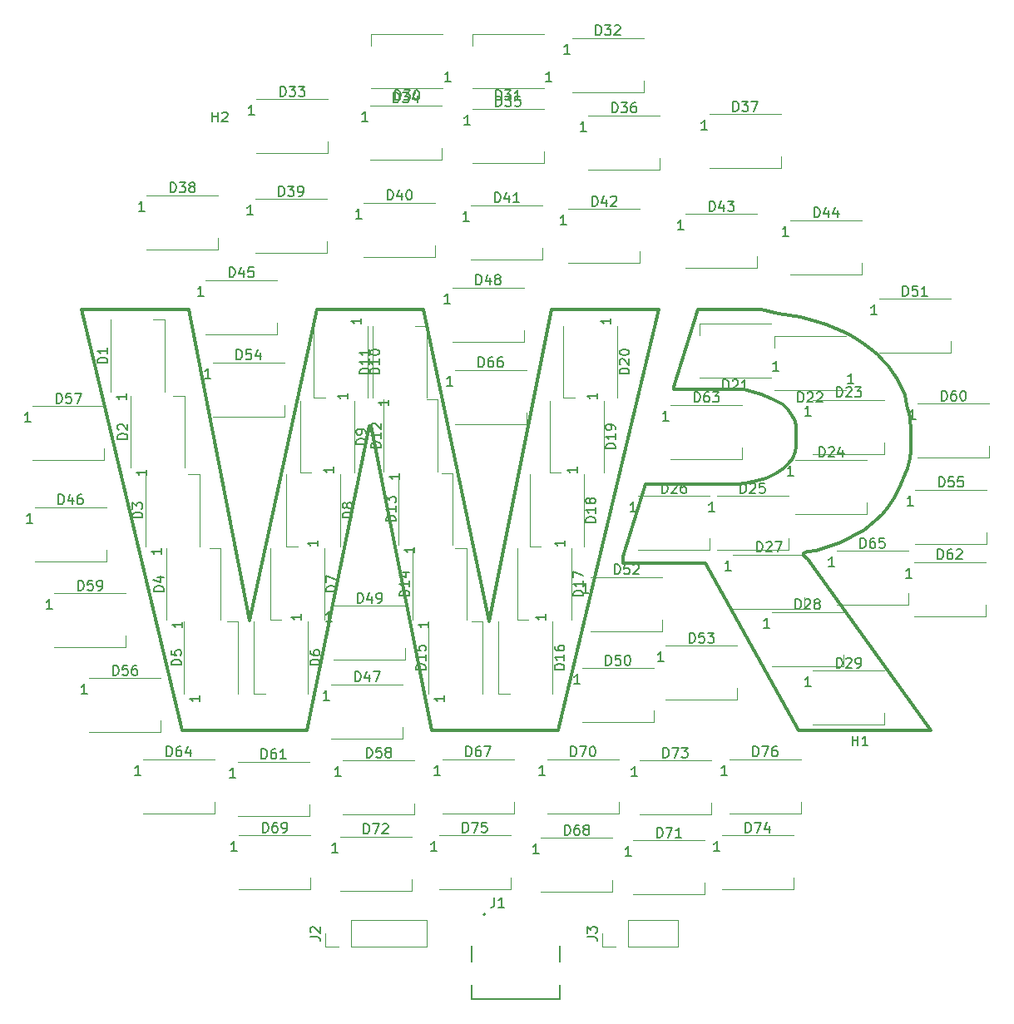
<source format=gbr>
%TF.GenerationSoftware,KiCad,Pcbnew,8.0.2*%
%TF.CreationDate,2025-03-09T15:23:07+01:00*%
%TF.ProjectId,WRadioLogo,57526164-696f-44c6-9f67-6f2e6b696361,rev?*%
%TF.SameCoordinates,Original*%
%TF.FileFunction,Legend,Top*%
%TF.FilePolarity,Positive*%
%FSLAX46Y46*%
G04 Gerber Fmt 4.6, Leading zero omitted, Abs format (unit mm)*
G04 Created by KiCad (PCBNEW 8.0.2) date 2025-03-09 15:23:07*
%MOMM*%
%LPD*%
G01*
G04 APERTURE LIST*
%ADD10C,0.300000*%
%ADD11C,0.100000*%
%ADD12C,0.150000*%
%ADD13C,0.120000*%
%ADD14C,0.127000*%
%ADD15C,0.200000*%
G04 APERTURE END LIST*
D10*
X162560000Y-97028000D02*
X163322000Y-96520000D01*
X169799000Y-103759000D02*
X168910000Y-104140000D01*
X175260000Y-98171000D02*
X174879000Y-98933000D01*
X115824000Y-80391000D02*
X126619000Y-80391000D01*
X171450000Y-102870000D02*
X170688000Y-103251000D01*
X91948000Y-80391000D02*
X102743000Y-80391000D01*
X139700000Y-80391000D02*
X150622000Y-80391000D01*
X155321000Y-106172000D02*
X146939000Y-106172000D01*
X168656000Y-82296000D02*
X169799000Y-82804000D01*
X175260000Y-88265000D02*
X175641000Y-89027000D01*
D11*
X91821000Y-80391000D02*
X91948000Y-80391000D01*
D10*
X102108000Y-123190000D02*
X91821000Y-80391000D01*
X175895000Y-96520000D02*
X175641000Y-97155000D01*
X176276000Y-92710000D02*
X176276000Y-94742000D01*
X164592000Y-94361000D02*
X164592000Y-92329000D01*
X161036000Y-80391000D02*
X162814000Y-80772000D01*
X172847000Y-84963000D02*
X173482000Y-85598000D01*
X161036000Y-89027000D02*
X160147000Y-88773000D01*
X162560000Y-89662000D02*
X162052000Y-89408000D01*
X163195000Y-90043000D02*
X162560000Y-89662000D01*
X164973000Y-81153000D02*
X166497000Y-81534000D01*
X121158000Y-92202000D02*
X114808000Y-123190000D01*
X165735000Y-105791000D02*
X166624000Y-106934000D01*
X173355000Y-101219000D02*
X172593000Y-101854000D01*
X163830000Y-96012000D02*
X164211000Y-95504000D01*
X164211000Y-95504000D02*
X164464995Y-94868998D01*
X162052000Y-89408000D02*
X161036000Y-89027000D01*
X166624000Y-104902000D02*
X165735000Y-105029000D01*
X172593000Y-101854000D02*
X171450000Y-102870000D01*
X161544000Y-97536000D02*
X162560000Y-97028000D01*
X170688000Y-103251000D02*
X169799000Y-103759000D01*
X172085000Y-84328000D02*
X172846995Y-84963006D01*
X165354000Y-105156000D02*
X165354000Y-105410000D01*
X174879000Y-98933000D02*
X174498000Y-99695000D01*
X175895000Y-90424000D02*
X176148994Y-91313002D01*
X165735000Y-105029000D02*
X165354000Y-105156000D01*
X102743000Y-80391000D02*
X108966000Y-112014000D01*
X173482000Y-85598000D02*
X173990000Y-86106000D01*
X165354000Y-105410000D02*
X165735000Y-105791000D01*
X176276000Y-94742000D02*
X176149000Y-95504000D01*
X133350000Y-112141000D02*
X139700000Y-80391000D01*
X167386000Y-104648000D02*
X166624000Y-104902000D01*
X158623000Y-88519000D02*
X152146000Y-88519000D01*
X175641000Y-89027000D02*
X175768000Y-89662000D01*
X159258000Y-88519000D02*
X158623000Y-88519000D01*
X163322000Y-96520000D02*
X163830000Y-96012000D01*
X146939000Y-106172000D02*
X146939000Y-105537000D01*
X160528000Y-97790000D02*
X161544000Y-97536000D01*
X160147000Y-88773000D02*
X159258000Y-88519000D01*
X150622000Y-80391000D02*
X140335000Y-123190000D01*
X164592000Y-92329000D02*
X164465000Y-91694000D01*
X170688000Y-83312000D02*
X171450000Y-83820000D01*
X126619000Y-80391000D02*
X133349731Y-112141058D01*
X164465000Y-94869000D02*
X164592000Y-94361000D01*
X140335000Y-123190000D02*
X127508000Y-123190000D01*
X175641000Y-97155000D02*
X175260000Y-98171000D01*
X146939000Y-105537000D02*
X149224941Y-98170982D01*
X175768000Y-89662000D02*
X175895000Y-90424000D01*
X152146000Y-88519000D02*
X152146000Y-88265000D01*
X167640000Y-81915000D02*
X168656000Y-82296000D01*
D11*
X121285000Y-92202000D02*
X121158000Y-92202000D01*
D10*
X166497000Y-81534000D02*
X167640000Y-81915000D01*
X174498000Y-99695000D02*
X173990000Y-100457000D01*
X164084000Y-91059000D02*
X163703000Y-90551000D01*
X159385000Y-98044000D02*
X160528000Y-97790000D01*
X127508000Y-123190000D02*
X121285000Y-92202000D01*
X158623000Y-98171000D02*
X159385000Y-98044000D01*
X163703000Y-90551000D02*
X163195000Y-90043000D01*
X149225000Y-98171000D02*
X158623000Y-98171000D01*
X162814000Y-80772000D02*
X164973000Y-81153000D01*
X154559000Y-80391000D02*
X161036000Y-80391000D01*
X166624000Y-106934000D02*
X178308000Y-123190000D01*
X152146000Y-88265000D02*
X154559000Y-80391000D01*
X176149000Y-95504000D02*
X175895000Y-96520000D01*
X164465000Y-91694000D02*
X164084000Y-91059000D01*
X168148000Y-104394000D02*
X167386000Y-104648000D01*
X174879000Y-87503000D02*
X175260000Y-88265000D01*
X169799000Y-82804000D02*
X170688000Y-83312000D01*
X174498000Y-86868000D02*
X174879000Y-87503000D01*
X164846000Y-123190000D02*
X155321000Y-106172000D01*
X171450000Y-83820000D02*
X172085000Y-84328000D01*
X168910000Y-104140000D02*
X168148000Y-104394000D01*
X173990000Y-100457000D02*
X173354994Y-101218995D01*
X178308000Y-123190000D02*
X164846000Y-123190000D01*
X176149000Y-91313000D02*
X176275990Y-92710001D01*
X114808000Y-123190000D02*
X102108000Y-123190000D01*
X108966000Y-112014000D02*
X115824000Y-80391000D01*
X173990000Y-86106000D02*
X174498000Y-86868000D01*
D12*
X119943714Y-110238819D02*
X119943714Y-109238819D01*
X119943714Y-109238819D02*
X120181809Y-109238819D01*
X120181809Y-109238819D02*
X120324666Y-109286438D01*
X120324666Y-109286438D02*
X120419904Y-109381676D01*
X120419904Y-109381676D02*
X120467523Y-109476914D01*
X120467523Y-109476914D02*
X120515142Y-109667390D01*
X120515142Y-109667390D02*
X120515142Y-109810247D01*
X120515142Y-109810247D02*
X120467523Y-110000723D01*
X120467523Y-110000723D02*
X120419904Y-110095961D01*
X120419904Y-110095961D02*
X120324666Y-110191200D01*
X120324666Y-110191200D02*
X120181809Y-110238819D01*
X120181809Y-110238819D02*
X119943714Y-110238819D01*
X121372285Y-109572152D02*
X121372285Y-110238819D01*
X121134190Y-109191200D02*
X120896095Y-109905485D01*
X120896095Y-109905485D02*
X121515142Y-109905485D01*
X121943714Y-110238819D02*
X122134190Y-110238819D01*
X122134190Y-110238819D02*
X122229428Y-110191200D01*
X122229428Y-110191200D02*
X122277047Y-110143580D01*
X122277047Y-110143580D02*
X122372285Y-110000723D01*
X122372285Y-110000723D02*
X122419904Y-109810247D01*
X122419904Y-109810247D02*
X122419904Y-109429295D01*
X122419904Y-109429295D02*
X122372285Y-109334057D01*
X122372285Y-109334057D02*
X122324666Y-109286438D01*
X122324666Y-109286438D02*
X122229428Y-109238819D01*
X122229428Y-109238819D02*
X122038952Y-109238819D01*
X122038952Y-109238819D02*
X121943714Y-109286438D01*
X121943714Y-109286438D02*
X121896095Y-109334057D01*
X121896095Y-109334057D02*
X121848476Y-109429295D01*
X121848476Y-109429295D02*
X121848476Y-109667390D01*
X121848476Y-109667390D02*
X121896095Y-109762628D01*
X121896095Y-109762628D02*
X121943714Y-109810247D01*
X121943714Y-109810247D02*
X122038952Y-109857866D01*
X122038952Y-109857866D02*
X122229428Y-109857866D01*
X122229428Y-109857866D02*
X122324666Y-109810247D01*
X122324666Y-109810247D02*
X122372285Y-109762628D01*
X122372285Y-109762628D02*
X122419904Y-109667390D01*
X117293714Y-112138819D02*
X116722286Y-112138819D01*
X117008000Y-112138819D02*
X117008000Y-111138819D01*
X117008000Y-111138819D02*
X116912762Y-111281676D01*
X116912762Y-111281676D02*
X116817524Y-111376914D01*
X116817524Y-111376914D02*
X116722286Y-111424533D01*
X122303819Y-94432285D02*
X121303819Y-94432285D01*
X121303819Y-94432285D02*
X121303819Y-94194190D01*
X121303819Y-94194190D02*
X121351438Y-94051333D01*
X121351438Y-94051333D02*
X121446676Y-93956095D01*
X121446676Y-93956095D02*
X121541914Y-93908476D01*
X121541914Y-93908476D02*
X121732390Y-93860857D01*
X121732390Y-93860857D02*
X121875247Y-93860857D01*
X121875247Y-93860857D02*
X122065723Y-93908476D01*
X122065723Y-93908476D02*
X122160961Y-93956095D01*
X122160961Y-93956095D02*
X122256200Y-94051333D01*
X122256200Y-94051333D02*
X122303819Y-94194190D01*
X122303819Y-94194190D02*
X122303819Y-94432285D01*
X122303819Y-92908476D02*
X122303819Y-93479904D01*
X122303819Y-93194190D02*
X121303819Y-93194190D01*
X121303819Y-93194190D02*
X121446676Y-93289428D01*
X121446676Y-93289428D02*
X121541914Y-93384666D01*
X121541914Y-93384666D02*
X121589533Y-93479904D01*
X121399057Y-92527523D02*
X121351438Y-92479904D01*
X121351438Y-92479904D02*
X121303819Y-92384666D01*
X121303819Y-92384666D02*
X121303819Y-92146571D01*
X121303819Y-92146571D02*
X121351438Y-92051333D01*
X121351438Y-92051333D02*
X121399057Y-92003714D01*
X121399057Y-92003714D02*
X121494295Y-91956095D01*
X121494295Y-91956095D02*
X121589533Y-91956095D01*
X121589533Y-91956095D02*
X121732390Y-92003714D01*
X121732390Y-92003714D02*
X122303819Y-92575142D01*
X122303819Y-92575142D02*
X122303819Y-91956095D01*
X124203819Y-97082285D02*
X124203819Y-97653713D01*
X124203819Y-97367999D02*
X123203819Y-97367999D01*
X123203819Y-97367999D02*
X123346676Y-97463237D01*
X123346676Y-97463237D02*
X123441914Y-97558475D01*
X123441914Y-97558475D02*
X123489533Y-97653713D01*
X160202714Y-125859819D02*
X160202714Y-124859819D01*
X160202714Y-124859819D02*
X160440809Y-124859819D01*
X160440809Y-124859819D02*
X160583666Y-124907438D01*
X160583666Y-124907438D02*
X160678904Y-125002676D01*
X160678904Y-125002676D02*
X160726523Y-125097914D01*
X160726523Y-125097914D02*
X160774142Y-125288390D01*
X160774142Y-125288390D02*
X160774142Y-125431247D01*
X160774142Y-125431247D02*
X160726523Y-125621723D01*
X160726523Y-125621723D02*
X160678904Y-125716961D01*
X160678904Y-125716961D02*
X160583666Y-125812200D01*
X160583666Y-125812200D02*
X160440809Y-125859819D01*
X160440809Y-125859819D02*
X160202714Y-125859819D01*
X161107476Y-124859819D02*
X161774142Y-124859819D01*
X161774142Y-124859819D02*
X161345571Y-125859819D01*
X162583666Y-124859819D02*
X162393190Y-124859819D01*
X162393190Y-124859819D02*
X162297952Y-124907438D01*
X162297952Y-124907438D02*
X162250333Y-124955057D01*
X162250333Y-124955057D02*
X162155095Y-125097914D01*
X162155095Y-125097914D02*
X162107476Y-125288390D01*
X162107476Y-125288390D02*
X162107476Y-125669342D01*
X162107476Y-125669342D02*
X162155095Y-125764580D01*
X162155095Y-125764580D02*
X162202714Y-125812200D01*
X162202714Y-125812200D02*
X162297952Y-125859819D01*
X162297952Y-125859819D02*
X162488428Y-125859819D01*
X162488428Y-125859819D02*
X162583666Y-125812200D01*
X162583666Y-125812200D02*
X162631285Y-125764580D01*
X162631285Y-125764580D02*
X162678904Y-125669342D01*
X162678904Y-125669342D02*
X162678904Y-125431247D01*
X162678904Y-125431247D02*
X162631285Y-125336009D01*
X162631285Y-125336009D02*
X162583666Y-125288390D01*
X162583666Y-125288390D02*
X162488428Y-125240771D01*
X162488428Y-125240771D02*
X162297952Y-125240771D01*
X162297952Y-125240771D02*
X162202714Y-125288390D01*
X162202714Y-125288390D02*
X162155095Y-125336009D01*
X162155095Y-125336009D02*
X162107476Y-125431247D01*
X157552714Y-127759819D02*
X156981286Y-127759819D01*
X157267000Y-127759819D02*
X157267000Y-126759819D01*
X157267000Y-126759819D02*
X157171762Y-126902676D01*
X157171762Y-126902676D02*
X157076524Y-126997914D01*
X157076524Y-126997914D02*
X156981286Y-127045533D01*
X119397819Y-101576094D02*
X118397819Y-101576094D01*
X118397819Y-101576094D02*
X118397819Y-101337999D01*
X118397819Y-101337999D02*
X118445438Y-101195142D01*
X118445438Y-101195142D02*
X118540676Y-101099904D01*
X118540676Y-101099904D02*
X118635914Y-101052285D01*
X118635914Y-101052285D02*
X118826390Y-101004666D01*
X118826390Y-101004666D02*
X118969247Y-101004666D01*
X118969247Y-101004666D02*
X119159723Y-101052285D01*
X119159723Y-101052285D02*
X119254961Y-101099904D01*
X119254961Y-101099904D02*
X119350200Y-101195142D01*
X119350200Y-101195142D02*
X119397819Y-101337999D01*
X119397819Y-101337999D02*
X119397819Y-101576094D01*
X118826390Y-100433237D02*
X118778771Y-100528475D01*
X118778771Y-100528475D02*
X118731152Y-100576094D01*
X118731152Y-100576094D02*
X118635914Y-100623713D01*
X118635914Y-100623713D02*
X118588295Y-100623713D01*
X118588295Y-100623713D02*
X118493057Y-100576094D01*
X118493057Y-100576094D02*
X118445438Y-100528475D01*
X118445438Y-100528475D02*
X118397819Y-100433237D01*
X118397819Y-100433237D02*
X118397819Y-100242761D01*
X118397819Y-100242761D02*
X118445438Y-100147523D01*
X118445438Y-100147523D02*
X118493057Y-100099904D01*
X118493057Y-100099904D02*
X118588295Y-100052285D01*
X118588295Y-100052285D02*
X118635914Y-100052285D01*
X118635914Y-100052285D02*
X118731152Y-100099904D01*
X118731152Y-100099904D02*
X118778771Y-100147523D01*
X118778771Y-100147523D02*
X118826390Y-100242761D01*
X118826390Y-100242761D02*
X118826390Y-100433237D01*
X118826390Y-100433237D02*
X118874009Y-100528475D01*
X118874009Y-100528475D02*
X118921628Y-100576094D01*
X118921628Y-100576094D02*
X119016866Y-100623713D01*
X119016866Y-100623713D02*
X119207342Y-100623713D01*
X119207342Y-100623713D02*
X119302580Y-100576094D01*
X119302580Y-100576094D02*
X119350200Y-100528475D01*
X119350200Y-100528475D02*
X119397819Y-100433237D01*
X119397819Y-100433237D02*
X119397819Y-100242761D01*
X119397819Y-100242761D02*
X119350200Y-100147523D01*
X119350200Y-100147523D02*
X119302580Y-100099904D01*
X119302580Y-100099904D02*
X119207342Y-100052285D01*
X119207342Y-100052285D02*
X119016866Y-100052285D01*
X119016866Y-100052285D02*
X118921628Y-100099904D01*
X118921628Y-100099904D02*
X118874009Y-100147523D01*
X118874009Y-100147523D02*
X118826390Y-100242761D01*
X117497819Y-96402285D02*
X117497819Y-96973713D01*
X117497819Y-96687999D02*
X116497819Y-96687999D01*
X116497819Y-96687999D02*
X116640676Y-96783237D01*
X116640676Y-96783237D02*
X116735914Y-96878475D01*
X116735914Y-96878475D02*
X116783533Y-96973713D01*
X158932714Y-99062819D02*
X158932714Y-98062819D01*
X158932714Y-98062819D02*
X159170809Y-98062819D01*
X159170809Y-98062819D02*
X159313666Y-98110438D01*
X159313666Y-98110438D02*
X159408904Y-98205676D01*
X159408904Y-98205676D02*
X159456523Y-98300914D01*
X159456523Y-98300914D02*
X159504142Y-98491390D01*
X159504142Y-98491390D02*
X159504142Y-98634247D01*
X159504142Y-98634247D02*
X159456523Y-98824723D01*
X159456523Y-98824723D02*
X159408904Y-98919961D01*
X159408904Y-98919961D02*
X159313666Y-99015200D01*
X159313666Y-99015200D02*
X159170809Y-99062819D01*
X159170809Y-99062819D02*
X158932714Y-99062819D01*
X159885095Y-98158057D02*
X159932714Y-98110438D01*
X159932714Y-98110438D02*
X160027952Y-98062819D01*
X160027952Y-98062819D02*
X160266047Y-98062819D01*
X160266047Y-98062819D02*
X160361285Y-98110438D01*
X160361285Y-98110438D02*
X160408904Y-98158057D01*
X160408904Y-98158057D02*
X160456523Y-98253295D01*
X160456523Y-98253295D02*
X160456523Y-98348533D01*
X160456523Y-98348533D02*
X160408904Y-98491390D01*
X160408904Y-98491390D02*
X159837476Y-99062819D01*
X159837476Y-99062819D02*
X160456523Y-99062819D01*
X161361285Y-98062819D02*
X160885095Y-98062819D01*
X160885095Y-98062819D02*
X160837476Y-98539009D01*
X160837476Y-98539009D02*
X160885095Y-98491390D01*
X160885095Y-98491390D02*
X160980333Y-98443771D01*
X160980333Y-98443771D02*
X161218428Y-98443771D01*
X161218428Y-98443771D02*
X161313666Y-98491390D01*
X161313666Y-98491390D02*
X161361285Y-98539009D01*
X161361285Y-98539009D02*
X161408904Y-98634247D01*
X161408904Y-98634247D02*
X161408904Y-98872342D01*
X161408904Y-98872342D02*
X161361285Y-98967580D01*
X161361285Y-98967580D02*
X161313666Y-99015200D01*
X161313666Y-99015200D02*
X161218428Y-99062819D01*
X161218428Y-99062819D02*
X160980333Y-99062819D01*
X160980333Y-99062819D02*
X160885095Y-99015200D01*
X160885095Y-99015200D02*
X160837476Y-98967580D01*
X156282714Y-100962819D02*
X155711286Y-100962819D01*
X155997000Y-100962819D02*
X155997000Y-99962819D01*
X155997000Y-99962819D02*
X155901762Y-100105676D01*
X155901762Y-100105676D02*
X155806524Y-100200914D01*
X155806524Y-100200914D02*
X155711286Y-100248533D01*
X121160819Y-86939285D02*
X120160819Y-86939285D01*
X120160819Y-86939285D02*
X120160819Y-86701190D01*
X120160819Y-86701190D02*
X120208438Y-86558333D01*
X120208438Y-86558333D02*
X120303676Y-86463095D01*
X120303676Y-86463095D02*
X120398914Y-86415476D01*
X120398914Y-86415476D02*
X120589390Y-86367857D01*
X120589390Y-86367857D02*
X120732247Y-86367857D01*
X120732247Y-86367857D02*
X120922723Y-86415476D01*
X120922723Y-86415476D02*
X121017961Y-86463095D01*
X121017961Y-86463095D02*
X121113200Y-86558333D01*
X121113200Y-86558333D02*
X121160819Y-86701190D01*
X121160819Y-86701190D02*
X121160819Y-86939285D01*
X121160819Y-85415476D02*
X121160819Y-85986904D01*
X121160819Y-85701190D02*
X120160819Y-85701190D01*
X120160819Y-85701190D02*
X120303676Y-85796428D01*
X120303676Y-85796428D02*
X120398914Y-85891666D01*
X120398914Y-85891666D02*
X120446533Y-85986904D01*
X121160819Y-84463095D02*
X121160819Y-85034523D01*
X121160819Y-84748809D02*
X120160819Y-84748809D01*
X120160819Y-84748809D02*
X120303676Y-84844047D01*
X120303676Y-84844047D02*
X120398914Y-84939285D01*
X120398914Y-84939285D02*
X120446533Y-85034523D01*
X123060819Y-89589285D02*
X123060819Y-90160713D01*
X123060819Y-89874999D02*
X122060819Y-89874999D01*
X122060819Y-89874999D02*
X122203676Y-89970237D01*
X122203676Y-89970237D02*
X122298914Y-90065475D01*
X122298914Y-90065475D02*
X122346533Y-90160713D01*
X154233714Y-89791819D02*
X154233714Y-88791819D01*
X154233714Y-88791819D02*
X154471809Y-88791819D01*
X154471809Y-88791819D02*
X154614666Y-88839438D01*
X154614666Y-88839438D02*
X154709904Y-88934676D01*
X154709904Y-88934676D02*
X154757523Y-89029914D01*
X154757523Y-89029914D02*
X154805142Y-89220390D01*
X154805142Y-89220390D02*
X154805142Y-89363247D01*
X154805142Y-89363247D02*
X154757523Y-89553723D01*
X154757523Y-89553723D02*
X154709904Y-89648961D01*
X154709904Y-89648961D02*
X154614666Y-89744200D01*
X154614666Y-89744200D02*
X154471809Y-89791819D01*
X154471809Y-89791819D02*
X154233714Y-89791819D01*
X155662285Y-88791819D02*
X155471809Y-88791819D01*
X155471809Y-88791819D02*
X155376571Y-88839438D01*
X155376571Y-88839438D02*
X155328952Y-88887057D01*
X155328952Y-88887057D02*
X155233714Y-89029914D01*
X155233714Y-89029914D02*
X155186095Y-89220390D01*
X155186095Y-89220390D02*
X155186095Y-89601342D01*
X155186095Y-89601342D02*
X155233714Y-89696580D01*
X155233714Y-89696580D02*
X155281333Y-89744200D01*
X155281333Y-89744200D02*
X155376571Y-89791819D01*
X155376571Y-89791819D02*
X155567047Y-89791819D01*
X155567047Y-89791819D02*
X155662285Y-89744200D01*
X155662285Y-89744200D02*
X155709904Y-89696580D01*
X155709904Y-89696580D02*
X155757523Y-89601342D01*
X155757523Y-89601342D02*
X155757523Y-89363247D01*
X155757523Y-89363247D02*
X155709904Y-89268009D01*
X155709904Y-89268009D02*
X155662285Y-89220390D01*
X155662285Y-89220390D02*
X155567047Y-89172771D01*
X155567047Y-89172771D02*
X155376571Y-89172771D01*
X155376571Y-89172771D02*
X155281333Y-89220390D01*
X155281333Y-89220390D02*
X155233714Y-89268009D01*
X155233714Y-89268009D02*
X155186095Y-89363247D01*
X156090857Y-88791819D02*
X156709904Y-88791819D01*
X156709904Y-88791819D02*
X156376571Y-89172771D01*
X156376571Y-89172771D02*
X156519428Y-89172771D01*
X156519428Y-89172771D02*
X156614666Y-89220390D01*
X156614666Y-89220390D02*
X156662285Y-89268009D01*
X156662285Y-89268009D02*
X156709904Y-89363247D01*
X156709904Y-89363247D02*
X156709904Y-89601342D01*
X156709904Y-89601342D02*
X156662285Y-89696580D01*
X156662285Y-89696580D02*
X156614666Y-89744200D01*
X156614666Y-89744200D02*
X156519428Y-89791819D01*
X156519428Y-89791819D02*
X156233714Y-89791819D01*
X156233714Y-89791819D02*
X156138476Y-89744200D01*
X156138476Y-89744200D02*
X156090857Y-89696580D01*
X151583714Y-91691819D02*
X151012286Y-91691819D01*
X151298000Y-91691819D02*
X151298000Y-90691819D01*
X151298000Y-90691819D02*
X151202762Y-90834676D01*
X151202762Y-90834676D02*
X151107524Y-90929914D01*
X151107524Y-90929914D02*
X151012286Y-90977533D01*
X100205819Y-109069094D02*
X99205819Y-109069094D01*
X99205819Y-109069094D02*
X99205819Y-108830999D01*
X99205819Y-108830999D02*
X99253438Y-108688142D01*
X99253438Y-108688142D02*
X99348676Y-108592904D01*
X99348676Y-108592904D02*
X99443914Y-108545285D01*
X99443914Y-108545285D02*
X99634390Y-108497666D01*
X99634390Y-108497666D02*
X99777247Y-108497666D01*
X99777247Y-108497666D02*
X99967723Y-108545285D01*
X99967723Y-108545285D02*
X100062961Y-108592904D01*
X100062961Y-108592904D02*
X100158200Y-108688142D01*
X100158200Y-108688142D02*
X100205819Y-108830999D01*
X100205819Y-108830999D02*
X100205819Y-109069094D01*
X99539152Y-107640523D02*
X100205819Y-107640523D01*
X99158200Y-107878618D02*
X99872485Y-108116713D01*
X99872485Y-108116713D02*
X99872485Y-107497666D01*
X102105819Y-112195285D02*
X102105819Y-112766713D01*
X102105819Y-112480999D02*
X101105819Y-112480999D01*
X101105819Y-112480999D02*
X101248676Y-112576237D01*
X101248676Y-112576237D02*
X101343914Y-112671475D01*
X101343914Y-112671475D02*
X101391533Y-112766713D01*
X175442714Y-78996819D02*
X175442714Y-77996819D01*
X175442714Y-77996819D02*
X175680809Y-77996819D01*
X175680809Y-77996819D02*
X175823666Y-78044438D01*
X175823666Y-78044438D02*
X175918904Y-78139676D01*
X175918904Y-78139676D02*
X175966523Y-78234914D01*
X175966523Y-78234914D02*
X176014142Y-78425390D01*
X176014142Y-78425390D02*
X176014142Y-78568247D01*
X176014142Y-78568247D02*
X175966523Y-78758723D01*
X175966523Y-78758723D02*
X175918904Y-78853961D01*
X175918904Y-78853961D02*
X175823666Y-78949200D01*
X175823666Y-78949200D02*
X175680809Y-78996819D01*
X175680809Y-78996819D02*
X175442714Y-78996819D01*
X176918904Y-77996819D02*
X176442714Y-77996819D01*
X176442714Y-77996819D02*
X176395095Y-78473009D01*
X176395095Y-78473009D02*
X176442714Y-78425390D01*
X176442714Y-78425390D02*
X176537952Y-78377771D01*
X176537952Y-78377771D02*
X176776047Y-78377771D01*
X176776047Y-78377771D02*
X176871285Y-78425390D01*
X176871285Y-78425390D02*
X176918904Y-78473009D01*
X176918904Y-78473009D02*
X176966523Y-78568247D01*
X176966523Y-78568247D02*
X176966523Y-78806342D01*
X176966523Y-78806342D02*
X176918904Y-78901580D01*
X176918904Y-78901580D02*
X176871285Y-78949200D01*
X176871285Y-78949200D02*
X176776047Y-78996819D01*
X176776047Y-78996819D02*
X176537952Y-78996819D01*
X176537952Y-78996819D02*
X176442714Y-78949200D01*
X176442714Y-78949200D02*
X176395095Y-78901580D01*
X177918904Y-78996819D02*
X177347476Y-78996819D01*
X177633190Y-78996819D02*
X177633190Y-77996819D01*
X177633190Y-77996819D02*
X177537952Y-78139676D01*
X177537952Y-78139676D02*
X177442714Y-78234914D01*
X177442714Y-78234914D02*
X177347476Y-78282533D01*
X172792714Y-80896819D02*
X172221286Y-80896819D01*
X172507000Y-80896819D02*
X172507000Y-79896819D01*
X172507000Y-79896819D02*
X172411762Y-80039676D01*
X172411762Y-80039676D02*
X172316524Y-80134914D01*
X172316524Y-80134914D02*
X172221286Y-80182533D01*
X98046819Y-101576094D02*
X97046819Y-101576094D01*
X97046819Y-101576094D02*
X97046819Y-101337999D01*
X97046819Y-101337999D02*
X97094438Y-101195142D01*
X97094438Y-101195142D02*
X97189676Y-101099904D01*
X97189676Y-101099904D02*
X97284914Y-101052285D01*
X97284914Y-101052285D02*
X97475390Y-101004666D01*
X97475390Y-101004666D02*
X97618247Y-101004666D01*
X97618247Y-101004666D02*
X97808723Y-101052285D01*
X97808723Y-101052285D02*
X97903961Y-101099904D01*
X97903961Y-101099904D02*
X97999200Y-101195142D01*
X97999200Y-101195142D02*
X98046819Y-101337999D01*
X98046819Y-101337999D02*
X98046819Y-101576094D01*
X97046819Y-100671332D02*
X97046819Y-100052285D01*
X97046819Y-100052285D02*
X97427771Y-100385618D01*
X97427771Y-100385618D02*
X97427771Y-100242761D01*
X97427771Y-100242761D02*
X97475390Y-100147523D01*
X97475390Y-100147523D02*
X97523009Y-100099904D01*
X97523009Y-100099904D02*
X97618247Y-100052285D01*
X97618247Y-100052285D02*
X97856342Y-100052285D01*
X97856342Y-100052285D02*
X97951580Y-100099904D01*
X97951580Y-100099904D02*
X97999200Y-100147523D01*
X97999200Y-100147523D02*
X98046819Y-100242761D01*
X98046819Y-100242761D02*
X98046819Y-100528475D01*
X98046819Y-100528475D02*
X97999200Y-100623713D01*
X97999200Y-100623713D02*
X97951580Y-100671332D01*
X99946819Y-104702285D02*
X99946819Y-105273713D01*
X99946819Y-104987999D02*
X98946819Y-104987999D01*
X98946819Y-104987999D02*
X99089676Y-105083237D01*
X99089676Y-105083237D02*
X99184914Y-105178475D01*
X99184914Y-105178475D02*
X99232533Y-105273713D01*
X164520714Y-110873819D02*
X164520714Y-109873819D01*
X164520714Y-109873819D02*
X164758809Y-109873819D01*
X164758809Y-109873819D02*
X164901666Y-109921438D01*
X164901666Y-109921438D02*
X164996904Y-110016676D01*
X164996904Y-110016676D02*
X165044523Y-110111914D01*
X165044523Y-110111914D02*
X165092142Y-110302390D01*
X165092142Y-110302390D02*
X165092142Y-110445247D01*
X165092142Y-110445247D02*
X165044523Y-110635723D01*
X165044523Y-110635723D02*
X164996904Y-110730961D01*
X164996904Y-110730961D02*
X164901666Y-110826200D01*
X164901666Y-110826200D02*
X164758809Y-110873819D01*
X164758809Y-110873819D02*
X164520714Y-110873819D01*
X165473095Y-109969057D02*
X165520714Y-109921438D01*
X165520714Y-109921438D02*
X165615952Y-109873819D01*
X165615952Y-109873819D02*
X165854047Y-109873819D01*
X165854047Y-109873819D02*
X165949285Y-109921438D01*
X165949285Y-109921438D02*
X165996904Y-109969057D01*
X165996904Y-109969057D02*
X166044523Y-110064295D01*
X166044523Y-110064295D02*
X166044523Y-110159533D01*
X166044523Y-110159533D02*
X165996904Y-110302390D01*
X165996904Y-110302390D02*
X165425476Y-110873819D01*
X165425476Y-110873819D02*
X166044523Y-110873819D01*
X166615952Y-110302390D02*
X166520714Y-110254771D01*
X166520714Y-110254771D02*
X166473095Y-110207152D01*
X166473095Y-110207152D02*
X166425476Y-110111914D01*
X166425476Y-110111914D02*
X166425476Y-110064295D01*
X166425476Y-110064295D02*
X166473095Y-109969057D01*
X166473095Y-109969057D02*
X166520714Y-109921438D01*
X166520714Y-109921438D02*
X166615952Y-109873819D01*
X166615952Y-109873819D02*
X166806428Y-109873819D01*
X166806428Y-109873819D02*
X166901666Y-109921438D01*
X166901666Y-109921438D02*
X166949285Y-109969057D01*
X166949285Y-109969057D02*
X166996904Y-110064295D01*
X166996904Y-110064295D02*
X166996904Y-110111914D01*
X166996904Y-110111914D02*
X166949285Y-110207152D01*
X166949285Y-110207152D02*
X166901666Y-110254771D01*
X166901666Y-110254771D02*
X166806428Y-110302390D01*
X166806428Y-110302390D02*
X166615952Y-110302390D01*
X166615952Y-110302390D02*
X166520714Y-110350009D01*
X166520714Y-110350009D02*
X166473095Y-110397628D01*
X166473095Y-110397628D02*
X166425476Y-110492866D01*
X166425476Y-110492866D02*
X166425476Y-110683342D01*
X166425476Y-110683342D02*
X166473095Y-110778580D01*
X166473095Y-110778580D02*
X166520714Y-110826200D01*
X166520714Y-110826200D02*
X166615952Y-110873819D01*
X166615952Y-110873819D02*
X166806428Y-110873819D01*
X166806428Y-110873819D02*
X166901666Y-110826200D01*
X166901666Y-110826200D02*
X166949285Y-110778580D01*
X166949285Y-110778580D02*
X166996904Y-110683342D01*
X166996904Y-110683342D02*
X166996904Y-110492866D01*
X166996904Y-110492866D02*
X166949285Y-110397628D01*
X166949285Y-110397628D02*
X166901666Y-110350009D01*
X166901666Y-110350009D02*
X166806428Y-110302390D01*
X161870714Y-112773819D02*
X161299286Y-112773819D01*
X161585000Y-112773819D02*
X161585000Y-111773819D01*
X161585000Y-111773819D02*
X161489762Y-111916676D01*
X161489762Y-111916676D02*
X161394524Y-112011914D01*
X161394524Y-112011914D02*
X161299286Y-112059533D01*
X100512714Y-125859819D02*
X100512714Y-124859819D01*
X100512714Y-124859819D02*
X100750809Y-124859819D01*
X100750809Y-124859819D02*
X100893666Y-124907438D01*
X100893666Y-124907438D02*
X100988904Y-125002676D01*
X100988904Y-125002676D02*
X101036523Y-125097914D01*
X101036523Y-125097914D02*
X101084142Y-125288390D01*
X101084142Y-125288390D02*
X101084142Y-125431247D01*
X101084142Y-125431247D02*
X101036523Y-125621723D01*
X101036523Y-125621723D02*
X100988904Y-125716961D01*
X100988904Y-125716961D02*
X100893666Y-125812200D01*
X100893666Y-125812200D02*
X100750809Y-125859819D01*
X100750809Y-125859819D02*
X100512714Y-125859819D01*
X101941285Y-124859819D02*
X101750809Y-124859819D01*
X101750809Y-124859819D02*
X101655571Y-124907438D01*
X101655571Y-124907438D02*
X101607952Y-124955057D01*
X101607952Y-124955057D02*
X101512714Y-125097914D01*
X101512714Y-125097914D02*
X101465095Y-125288390D01*
X101465095Y-125288390D02*
X101465095Y-125669342D01*
X101465095Y-125669342D02*
X101512714Y-125764580D01*
X101512714Y-125764580D02*
X101560333Y-125812200D01*
X101560333Y-125812200D02*
X101655571Y-125859819D01*
X101655571Y-125859819D02*
X101846047Y-125859819D01*
X101846047Y-125859819D02*
X101941285Y-125812200D01*
X101941285Y-125812200D02*
X101988904Y-125764580D01*
X101988904Y-125764580D02*
X102036523Y-125669342D01*
X102036523Y-125669342D02*
X102036523Y-125431247D01*
X102036523Y-125431247D02*
X101988904Y-125336009D01*
X101988904Y-125336009D02*
X101941285Y-125288390D01*
X101941285Y-125288390D02*
X101846047Y-125240771D01*
X101846047Y-125240771D02*
X101655571Y-125240771D01*
X101655571Y-125240771D02*
X101560333Y-125288390D01*
X101560333Y-125288390D02*
X101512714Y-125336009D01*
X101512714Y-125336009D02*
X101465095Y-125431247D01*
X102893666Y-125193152D02*
X102893666Y-125859819D01*
X102655571Y-124812200D02*
X102417476Y-125526485D01*
X102417476Y-125526485D02*
X103036523Y-125526485D01*
X97862714Y-127759819D02*
X97291286Y-127759819D01*
X97577000Y-127759819D02*
X97577000Y-126759819D01*
X97577000Y-126759819D02*
X97481762Y-126902676D01*
X97481762Y-126902676D02*
X97386524Y-126997914D01*
X97386524Y-126997914D02*
X97291286Y-127045533D01*
X179125714Y-98427819D02*
X179125714Y-97427819D01*
X179125714Y-97427819D02*
X179363809Y-97427819D01*
X179363809Y-97427819D02*
X179506666Y-97475438D01*
X179506666Y-97475438D02*
X179601904Y-97570676D01*
X179601904Y-97570676D02*
X179649523Y-97665914D01*
X179649523Y-97665914D02*
X179697142Y-97856390D01*
X179697142Y-97856390D02*
X179697142Y-97999247D01*
X179697142Y-97999247D02*
X179649523Y-98189723D01*
X179649523Y-98189723D02*
X179601904Y-98284961D01*
X179601904Y-98284961D02*
X179506666Y-98380200D01*
X179506666Y-98380200D02*
X179363809Y-98427819D01*
X179363809Y-98427819D02*
X179125714Y-98427819D01*
X180601904Y-97427819D02*
X180125714Y-97427819D01*
X180125714Y-97427819D02*
X180078095Y-97904009D01*
X180078095Y-97904009D02*
X180125714Y-97856390D01*
X180125714Y-97856390D02*
X180220952Y-97808771D01*
X180220952Y-97808771D02*
X180459047Y-97808771D01*
X180459047Y-97808771D02*
X180554285Y-97856390D01*
X180554285Y-97856390D02*
X180601904Y-97904009D01*
X180601904Y-97904009D02*
X180649523Y-97999247D01*
X180649523Y-97999247D02*
X180649523Y-98237342D01*
X180649523Y-98237342D02*
X180601904Y-98332580D01*
X180601904Y-98332580D02*
X180554285Y-98380200D01*
X180554285Y-98380200D02*
X180459047Y-98427819D01*
X180459047Y-98427819D02*
X180220952Y-98427819D01*
X180220952Y-98427819D02*
X180125714Y-98380200D01*
X180125714Y-98380200D02*
X180078095Y-98332580D01*
X181554285Y-97427819D02*
X181078095Y-97427819D01*
X181078095Y-97427819D02*
X181030476Y-97904009D01*
X181030476Y-97904009D02*
X181078095Y-97856390D01*
X181078095Y-97856390D02*
X181173333Y-97808771D01*
X181173333Y-97808771D02*
X181411428Y-97808771D01*
X181411428Y-97808771D02*
X181506666Y-97856390D01*
X181506666Y-97856390D02*
X181554285Y-97904009D01*
X181554285Y-97904009D02*
X181601904Y-97999247D01*
X181601904Y-97999247D02*
X181601904Y-98237342D01*
X181601904Y-98237342D02*
X181554285Y-98332580D01*
X181554285Y-98332580D02*
X181506666Y-98380200D01*
X181506666Y-98380200D02*
X181411428Y-98427819D01*
X181411428Y-98427819D02*
X181173333Y-98427819D01*
X181173333Y-98427819D02*
X181078095Y-98380200D01*
X181078095Y-98380200D02*
X181030476Y-98332580D01*
X176475714Y-100327819D02*
X175904286Y-100327819D01*
X176190000Y-100327819D02*
X176190000Y-99327819D01*
X176190000Y-99327819D02*
X176094762Y-99470676D01*
X176094762Y-99470676D02*
X175999524Y-99565914D01*
X175999524Y-99565914D02*
X175904286Y-99613533D01*
X126875819Y-117038285D02*
X125875819Y-117038285D01*
X125875819Y-117038285D02*
X125875819Y-116800190D01*
X125875819Y-116800190D02*
X125923438Y-116657333D01*
X125923438Y-116657333D02*
X126018676Y-116562095D01*
X126018676Y-116562095D02*
X126113914Y-116514476D01*
X126113914Y-116514476D02*
X126304390Y-116466857D01*
X126304390Y-116466857D02*
X126447247Y-116466857D01*
X126447247Y-116466857D02*
X126637723Y-116514476D01*
X126637723Y-116514476D02*
X126732961Y-116562095D01*
X126732961Y-116562095D02*
X126828200Y-116657333D01*
X126828200Y-116657333D02*
X126875819Y-116800190D01*
X126875819Y-116800190D02*
X126875819Y-117038285D01*
X126875819Y-115514476D02*
X126875819Y-116085904D01*
X126875819Y-115800190D02*
X125875819Y-115800190D01*
X125875819Y-115800190D02*
X126018676Y-115895428D01*
X126018676Y-115895428D02*
X126113914Y-115990666D01*
X126113914Y-115990666D02*
X126161533Y-116085904D01*
X125875819Y-114609714D02*
X125875819Y-115085904D01*
X125875819Y-115085904D02*
X126352009Y-115133523D01*
X126352009Y-115133523D02*
X126304390Y-115085904D01*
X126304390Y-115085904D02*
X126256771Y-114990666D01*
X126256771Y-114990666D02*
X126256771Y-114752571D01*
X126256771Y-114752571D02*
X126304390Y-114657333D01*
X126304390Y-114657333D02*
X126352009Y-114609714D01*
X126352009Y-114609714D02*
X126447247Y-114562095D01*
X126447247Y-114562095D02*
X126685342Y-114562095D01*
X126685342Y-114562095D02*
X126780580Y-114609714D01*
X126780580Y-114609714D02*
X126828200Y-114657333D01*
X126828200Y-114657333D02*
X126875819Y-114752571D01*
X126875819Y-114752571D02*
X126875819Y-114990666D01*
X126875819Y-114990666D02*
X126828200Y-115085904D01*
X126828200Y-115085904D02*
X126780580Y-115133523D01*
X128775819Y-119688285D02*
X128775819Y-120259713D01*
X128775819Y-119973999D02*
X127775819Y-119973999D01*
X127775819Y-119973999D02*
X127918676Y-120069237D01*
X127918676Y-120069237D02*
X128013914Y-120164475D01*
X128013914Y-120164475D02*
X128061533Y-120259713D01*
X142892819Y-109545285D02*
X141892819Y-109545285D01*
X141892819Y-109545285D02*
X141892819Y-109307190D01*
X141892819Y-109307190D02*
X141940438Y-109164333D01*
X141940438Y-109164333D02*
X142035676Y-109069095D01*
X142035676Y-109069095D02*
X142130914Y-109021476D01*
X142130914Y-109021476D02*
X142321390Y-108973857D01*
X142321390Y-108973857D02*
X142464247Y-108973857D01*
X142464247Y-108973857D02*
X142654723Y-109021476D01*
X142654723Y-109021476D02*
X142749961Y-109069095D01*
X142749961Y-109069095D02*
X142845200Y-109164333D01*
X142845200Y-109164333D02*
X142892819Y-109307190D01*
X142892819Y-109307190D02*
X142892819Y-109545285D01*
X142892819Y-108021476D02*
X142892819Y-108592904D01*
X142892819Y-108307190D02*
X141892819Y-108307190D01*
X141892819Y-108307190D02*
X142035676Y-108402428D01*
X142035676Y-108402428D02*
X142130914Y-108497666D01*
X142130914Y-108497666D02*
X142178533Y-108592904D01*
X141892819Y-107688142D02*
X141892819Y-107021476D01*
X141892819Y-107021476D02*
X142892819Y-107450047D01*
X140992819Y-103895285D02*
X140992819Y-104466713D01*
X140992819Y-104180999D02*
X139992819Y-104180999D01*
X139992819Y-104180999D02*
X140135676Y-104276237D01*
X140135676Y-104276237D02*
X140230914Y-104371475D01*
X140230914Y-104371475D02*
X140278533Y-104466713D01*
X116095819Y-116562094D02*
X115095819Y-116562094D01*
X115095819Y-116562094D02*
X115095819Y-116323999D01*
X115095819Y-116323999D02*
X115143438Y-116181142D01*
X115143438Y-116181142D02*
X115238676Y-116085904D01*
X115238676Y-116085904D02*
X115333914Y-116038285D01*
X115333914Y-116038285D02*
X115524390Y-115990666D01*
X115524390Y-115990666D02*
X115667247Y-115990666D01*
X115667247Y-115990666D02*
X115857723Y-116038285D01*
X115857723Y-116038285D02*
X115952961Y-116085904D01*
X115952961Y-116085904D02*
X116048200Y-116181142D01*
X116048200Y-116181142D02*
X116095819Y-116323999D01*
X116095819Y-116323999D02*
X116095819Y-116562094D01*
X115095819Y-115133523D02*
X115095819Y-115323999D01*
X115095819Y-115323999D02*
X115143438Y-115419237D01*
X115143438Y-115419237D02*
X115191057Y-115466856D01*
X115191057Y-115466856D02*
X115333914Y-115562094D01*
X115333914Y-115562094D02*
X115524390Y-115609713D01*
X115524390Y-115609713D02*
X115905342Y-115609713D01*
X115905342Y-115609713D02*
X116000580Y-115562094D01*
X116000580Y-115562094D02*
X116048200Y-115514475D01*
X116048200Y-115514475D02*
X116095819Y-115419237D01*
X116095819Y-115419237D02*
X116095819Y-115228761D01*
X116095819Y-115228761D02*
X116048200Y-115133523D01*
X116048200Y-115133523D02*
X116000580Y-115085904D01*
X116000580Y-115085904D02*
X115905342Y-115038285D01*
X115905342Y-115038285D02*
X115667247Y-115038285D01*
X115667247Y-115038285D02*
X115572009Y-115085904D01*
X115572009Y-115085904D02*
X115524390Y-115133523D01*
X115524390Y-115133523D02*
X115476771Y-115228761D01*
X115476771Y-115228761D02*
X115476771Y-115419237D01*
X115476771Y-115419237D02*
X115524390Y-115514475D01*
X115524390Y-115514475D02*
X115572009Y-115562094D01*
X115572009Y-115562094D02*
X115667247Y-115609713D01*
X114195819Y-111388285D02*
X114195819Y-111959713D01*
X114195819Y-111673999D02*
X113195819Y-111673999D01*
X113195819Y-111673999D02*
X113338676Y-111769237D01*
X113338676Y-111769237D02*
X113433914Y-111864475D01*
X113433914Y-111864475D02*
X113481533Y-111959713D01*
X178998714Y-105793819D02*
X178998714Y-104793819D01*
X178998714Y-104793819D02*
X179236809Y-104793819D01*
X179236809Y-104793819D02*
X179379666Y-104841438D01*
X179379666Y-104841438D02*
X179474904Y-104936676D01*
X179474904Y-104936676D02*
X179522523Y-105031914D01*
X179522523Y-105031914D02*
X179570142Y-105222390D01*
X179570142Y-105222390D02*
X179570142Y-105365247D01*
X179570142Y-105365247D02*
X179522523Y-105555723D01*
X179522523Y-105555723D02*
X179474904Y-105650961D01*
X179474904Y-105650961D02*
X179379666Y-105746200D01*
X179379666Y-105746200D02*
X179236809Y-105793819D01*
X179236809Y-105793819D02*
X178998714Y-105793819D01*
X180427285Y-104793819D02*
X180236809Y-104793819D01*
X180236809Y-104793819D02*
X180141571Y-104841438D01*
X180141571Y-104841438D02*
X180093952Y-104889057D01*
X180093952Y-104889057D02*
X179998714Y-105031914D01*
X179998714Y-105031914D02*
X179951095Y-105222390D01*
X179951095Y-105222390D02*
X179951095Y-105603342D01*
X179951095Y-105603342D02*
X179998714Y-105698580D01*
X179998714Y-105698580D02*
X180046333Y-105746200D01*
X180046333Y-105746200D02*
X180141571Y-105793819D01*
X180141571Y-105793819D02*
X180332047Y-105793819D01*
X180332047Y-105793819D02*
X180427285Y-105746200D01*
X180427285Y-105746200D02*
X180474904Y-105698580D01*
X180474904Y-105698580D02*
X180522523Y-105603342D01*
X180522523Y-105603342D02*
X180522523Y-105365247D01*
X180522523Y-105365247D02*
X180474904Y-105270009D01*
X180474904Y-105270009D02*
X180427285Y-105222390D01*
X180427285Y-105222390D02*
X180332047Y-105174771D01*
X180332047Y-105174771D02*
X180141571Y-105174771D01*
X180141571Y-105174771D02*
X180046333Y-105222390D01*
X180046333Y-105222390D02*
X179998714Y-105270009D01*
X179998714Y-105270009D02*
X179951095Y-105365247D01*
X180903476Y-104889057D02*
X180951095Y-104841438D01*
X180951095Y-104841438D02*
X181046333Y-104793819D01*
X181046333Y-104793819D02*
X181284428Y-104793819D01*
X181284428Y-104793819D02*
X181379666Y-104841438D01*
X181379666Y-104841438D02*
X181427285Y-104889057D01*
X181427285Y-104889057D02*
X181474904Y-104984295D01*
X181474904Y-104984295D02*
X181474904Y-105079533D01*
X181474904Y-105079533D02*
X181427285Y-105222390D01*
X181427285Y-105222390D02*
X180855857Y-105793819D01*
X180855857Y-105793819D02*
X181474904Y-105793819D01*
X176348714Y-107693819D02*
X175777286Y-107693819D01*
X176063000Y-107693819D02*
X176063000Y-106693819D01*
X176063000Y-106693819D02*
X175967762Y-106836676D01*
X175967762Y-106836676D02*
X175872524Y-106931914D01*
X175872524Y-106931914D02*
X175777286Y-106979533D01*
X158170714Y-60200819D02*
X158170714Y-59200819D01*
X158170714Y-59200819D02*
X158408809Y-59200819D01*
X158408809Y-59200819D02*
X158551666Y-59248438D01*
X158551666Y-59248438D02*
X158646904Y-59343676D01*
X158646904Y-59343676D02*
X158694523Y-59438914D01*
X158694523Y-59438914D02*
X158742142Y-59629390D01*
X158742142Y-59629390D02*
X158742142Y-59772247D01*
X158742142Y-59772247D02*
X158694523Y-59962723D01*
X158694523Y-59962723D02*
X158646904Y-60057961D01*
X158646904Y-60057961D02*
X158551666Y-60153200D01*
X158551666Y-60153200D02*
X158408809Y-60200819D01*
X158408809Y-60200819D02*
X158170714Y-60200819D01*
X159075476Y-59200819D02*
X159694523Y-59200819D01*
X159694523Y-59200819D02*
X159361190Y-59581771D01*
X159361190Y-59581771D02*
X159504047Y-59581771D01*
X159504047Y-59581771D02*
X159599285Y-59629390D01*
X159599285Y-59629390D02*
X159646904Y-59677009D01*
X159646904Y-59677009D02*
X159694523Y-59772247D01*
X159694523Y-59772247D02*
X159694523Y-60010342D01*
X159694523Y-60010342D02*
X159646904Y-60105580D01*
X159646904Y-60105580D02*
X159599285Y-60153200D01*
X159599285Y-60153200D02*
X159504047Y-60200819D01*
X159504047Y-60200819D02*
X159218333Y-60200819D01*
X159218333Y-60200819D02*
X159123095Y-60153200D01*
X159123095Y-60153200D02*
X159075476Y-60105580D01*
X160027857Y-59200819D02*
X160694523Y-59200819D01*
X160694523Y-59200819D02*
X160265952Y-60200819D01*
X155520714Y-62100819D02*
X154949286Y-62100819D01*
X155235000Y-62100819D02*
X155235000Y-61100819D01*
X155235000Y-61100819D02*
X155139762Y-61243676D01*
X155139762Y-61243676D02*
X155044524Y-61338914D01*
X155044524Y-61338914D02*
X154949286Y-61386533D01*
X166933714Y-95379819D02*
X166933714Y-94379819D01*
X166933714Y-94379819D02*
X167171809Y-94379819D01*
X167171809Y-94379819D02*
X167314666Y-94427438D01*
X167314666Y-94427438D02*
X167409904Y-94522676D01*
X167409904Y-94522676D02*
X167457523Y-94617914D01*
X167457523Y-94617914D02*
X167505142Y-94808390D01*
X167505142Y-94808390D02*
X167505142Y-94951247D01*
X167505142Y-94951247D02*
X167457523Y-95141723D01*
X167457523Y-95141723D02*
X167409904Y-95236961D01*
X167409904Y-95236961D02*
X167314666Y-95332200D01*
X167314666Y-95332200D02*
X167171809Y-95379819D01*
X167171809Y-95379819D02*
X166933714Y-95379819D01*
X167886095Y-94475057D02*
X167933714Y-94427438D01*
X167933714Y-94427438D02*
X168028952Y-94379819D01*
X168028952Y-94379819D02*
X168267047Y-94379819D01*
X168267047Y-94379819D02*
X168362285Y-94427438D01*
X168362285Y-94427438D02*
X168409904Y-94475057D01*
X168409904Y-94475057D02*
X168457523Y-94570295D01*
X168457523Y-94570295D02*
X168457523Y-94665533D01*
X168457523Y-94665533D02*
X168409904Y-94808390D01*
X168409904Y-94808390D02*
X167838476Y-95379819D01*
X167838476Y-95379819D02*
X168457523Y-95379819D01*
X169314666Y-94713152D02*
X169314666Y-95379819D01*
X169076571Y-94332200D02*
X168838476Y-95046485D01*
X168838476Y-95046485D02*
X169457523Y-95046485D01*
X164283714Y-97279819D02*
X163712286Y-97279819D01*
X163998000Y-97279819D02*
X163998000Y-96279819D01*
X163998000Y-96279819D02*
X163902762Y-96422676D01*
X163902762Y-96422676D02*
X163807524Y-96517914D01*
X163807524Y-96517914D02*
X163712286Y-96565533D01*
X141025714Y-133860819D02*
X141025714Y-132860819D01*
X141025714Y-132860819D02*
X141263809Y-132860819D01*
X141263809Y-132860819D02*
X141406666Y-132908438D01*
X141406666Y-132908438D02*
X141501904Y-133003676D01*
X141501904Y-133003676D02*
X141549523Y-133098914D01*
X141549523Y-133098914D02*
X141597142Y-133289390D01*
X141597142Y-133289390D02*
X141597142Y-133432247D01*
X141597142Y-133432247D02*
X141549523Y-133622723D01*
X141549523Y-133622723D02*
X141501904Y-133717961D01*
X141501904Y-133717961D02*
X141406666Y-133813200D01*
X141406666Y-133813200D02*
X141263809Y-133860819D01*
X141263809Y-133860819D02*
X141025714Y-133860819D01*
X142454285Y-132860819D02*
X142263809Y-132860819D01*
X142263809Y-132860819D02*
X142168571Y-132908438D01*
X142168571Y-132908438D02*
X142120952Y-132956057D01*
X142120952Y-132956057D02*
X142025714Y-133098914D01*
X142025714Y-133098914D02*
X141978095Y-133289390D01*
X141978095Y-133289390D02*
X141978095Y-133670342D01*
X141978095Y-133670342D02*
X142025714Y-133765580D01*
X142025714Y-133765580D02*
X142073333Y-133813200D01*
X142073333Y-133813200D02*
X142168571Y-133860819D01*
X142168571Y-133860819D02*
X142359047Y-133860819D01*
X142359047Y-133860819D02*
X142454285Y-133813200D01*
X142454285Y-133813200D02*
X142501904Y-133765580D01*
X142501904Y-133765580D02*
X142549523Y-133670342D01*
X142549523Y-133670342D02*
X142549523Y-133432247D01*
X142549523Y-133432247D02*
X142501904Y-133337009D01*
X142501904Y-133337009D02*
X142454285Y-133289390D01*
X142454285Y-133289390D02*
X142359047Y-133241771D01*
X142359047Y-133241771D02*
X142168571Y-133241771D01*
X142168571Y-133241771D02*
X142073333Y-133289390D01*
X142073333Y-133289390D02*
X142025714Y-133337009D01*
X142025714Y-133337009D02*
X141978095Y-133432247D01*
X143120952Y-133289390D02*
X143025714Y-133241771D01*
X143025714Y-133241771D02*
X142978095Y-133194152D01*
X142978095Y-133194152D02*
X142930476Y-133098914D01*
X142930476Y-133098914D02*
X142930476Y-133051295D01*
X142930476Y-133051295D02*
X142978095Y-132956057D01*
X142978095Y-132956057D02*
X143025714Y-132908438D01*
X143025714Y-132908438D02*
X143120952Y-132860819D01*
X143120952Y-132860819D02*
X143311428Y-132860819D01*
X143311428Y-132860819D02*
X143406666Y-132908438D01*
X143406666Y-132908438D02*
X143454285Y-132956057D01*
X143454285Y-132956057D02*
X143501904Y-133051295D01*
X143501904Y-133051295D02*
X143501904Y-133098914D01*
X143501904Y-133098914D02*
X143454285Y-133194152D01*
X143454285Y-133194152D02*
X143406666Y-133241771D01*
X143406666Y-133241771D02*
X143311428Y-133289390D01*
X143311428Y-133289390D02*
X143120952Y-133289390D01*
X143120952Y-133289390D02*
X143025714Y-133337009D01*
X143025714Y-133337009D02*
X142978095Y-133384628D01*
X142978095Y-133384628D02*
X142930476Y-133479866D01*
X142930476Y-133479866D02*
X142930476Y-133670342D01*
X142930476Y-133670342D02*
X142978095Y-133765580D01*
X142978095Y-133765580D02*
X143025714Y-133813200D01*
X143025714Y-133813200D02*
X143120952Y-133860819D01*
X143120952Y-133860819D02*
X143311428Y-133860819D01*
X143311428Y-133860819D02*
X143406666Y-133813200D01*
X143406666Y-133813200D02*
X143454285Y-133765580D01*
X143454285Y-133765580D02*
X143501904Y-133670342D01*
X143501904Y-133670342D02*
X143501904Y-133479866D01*
X143501904Y-133479866D02*
X143454285Y-133384628D01*
X143454285Y-133384628D02*
X143406666Y-133337009D01*
X143406666Y-133337009D02*
X143311428Y-133289390D01*
X138375714Y-135760819D02*
X137804286Y-135760819D01*
X138090000Y-135760819D02*
X138090000Y-134760819D01*
X138090000Y-134760819D02*
X137994762Y-134903676D01*
X137994762Y-134903676D02*
X137899524Y-134998914D01*
X137899524Y-134998914D02*
X137804286Y-135046533D01*
X120578714Y-133733819D02*
X120578714Y-132733819D01*
X120578714Y-132733819D02*
X120816809Y-132733819D01*
X120816809Y-132733819D02*
X120959666Y-132781438D01*
X120959666Y-132781438D02*
X121054904Y-132876676D01*
X121054904Y-132876676D02*
X121102523Y-132971914D01*
X121102523Y-132971914D02*
X121150142Y-133162390D01*
X121150142Y-133162390D02*
X121150142Y-133305247D01*
X121150142Y-133305247D02*
X121102523Y-133495723D01*
X121102523Y-133495723D02*
X121054904Y-133590961D01*
X121054904Y-133590961D02*
X120959666Y-133686200D01*
X120959666Y-133686200D02*
X120816809Y-133733819D01*
X120816809Y-133733819D02*
X120578714Y-133733819D01*
X121483476Y-132733819D02*
X122150142Y-132733819D01*
X122150142Y-132733819D02*
X121721571Y-133733819D01*
X122483476Y-132829057D02*
X122531095Y-132781438D01*
X122531095Y-132781438D02*
X122626333Y-132733819D01*
X122626333Y-132733819D02*
X122864428Y-132733819D01*
X122864428Y-132733819D02*
X122959666Y-132781438D01*
X122959666Y-132781438D02*
X123007285Y-132829057D01*
X123007285Y-132829057D02*
X123054904Y-132924295D01*
X123054904Y-132924295D02*
X123054904Y-133019533D01*
X123054904Y-133019533D02*
X123007285Y-133162390D01*
X123007285Y-133162390D02*
X122435857Y-133733819D01*
X122435857Y-133733819D02*
X123054904Y-133733819D01*
X117928714Y-135633819D02*
X117357286Y-135633819D01*
X117643000Y-135633819D02*
X117643000Y-134633819D01*
X117643000Y-134633819D02*
X117547762Y-134776676D01*
X117547762Y-134776676D02*
X117452524Y-134871914D01*
X117452524Y-134871914D02*
X117357286Y-134919533D01*
X141660714Y-125859819D02*
X141660714Y-124859819D01*
X141660714Y-124859819D02*
X141898809Y-124859819D01*
X141898809Y-124859819D02*
X142041666Y-124907438D01*
X142041666Y-124907438D02*
X142136904Y-125002676D01*
X142136904Y-125002676D02*
X142184523Y-125097914D01*
X142184523Y-125097914D02*
X142232142Y-125288390D01*
X142232142Y-125288390D02*
X142232142Y-125431247D01*
X142232142Y-125431247D02*
X142184523Y-125621723D01*
X142184523Y-125621723D02*
X142136904Y-125716961D01*
X142136904Y-125716961D02*
X142041666Y-125812200D01*
X142041666Y-125812200D02*
X141898809Y-125859819D01*
X141898809Y-125859819D02*
X141660714Y-125859819D01*
X142565476Y-124859819D02*
X143232142Y-124859819D01*
X143232142Y-124859819D02*
X142803571Y-125859819D01*
X143803571Y-124859819D02*
X143898809Y-124859819D01*
X143898809Y-124859819D02*
X143994047Y-124907438D01*
X143994047Y-124907438D02*
X144041666Y-124955057D01*
X144041666Y-124955057D02*
X144089285Y-125050295D01*
X144089285Y-125050295D02*
X144136904Y-125240771D01*
X144136904Y-125240771D02*
X144136904Y-125478866D01*
X144136904Y-125478866D02*
X144089285Y-125669342D01*
X144089285Y-125669342D02*
X144041666Y-125764580D01*
X144041666Y-125764580D02*
X143994047Y-125812200D01*
X143994047Y-125812200D02*
X143898809Y-125859819D01*
X143898809Y-125859819D02*
X143803571Y-125859819D01*
X143803571Y-125859819D02*
X143708333Y-125812200D01*
X143708333Y-125812200D02*
X143660714Y-125764580D01*
X143660714Y-125764580D02*
X143613095Y-125669342D01*
X143613095Y-125669342D02*
X143565476Y-125478866D01*
X143565476Y-125478866D02*
X143565476Y-125240771D01*
X143565476Y-125240771D02*
X143613095Y-125050295D01*
X143613095Y-125050295D02*
X143660714Y-124955057D01*
X143660714Y-124955057D02*
X143708333Y-124907438D01*
X143708333Y-124907438D02*
X143803571Y-124859819D01*
X139010714Y-127759819D02*
X138439286Y-127759819D01*
X138725000Y-127759819D02*
X138725000Y-126759819D01*
X138725000Y-126759819D02*
X138629762Y-126902676D01*
X138629762Y-126902676D02*
X138534524Y-126997914D01*
X138534524Y-126997914D02*
X138439286Y-127045533D01*
X179379714Y-89664819D02*
X179379714Y-88664819D01*
X179379714Y-88664819D02*
X179617809Y-88664819D01*
X179617809Y-88664819D02*
X179760666Y-88712438D01*
X179760666Y-88712438D02*
X179855904Y-88807676D01*
X179855904Y-88807676D02*
X179903523Y-88902914D01*
X179903523Y-88902914D02*
X179951142Y-89093390D01*
X179951142Y-89093390D02*
X179951142Y-89236247D01*
X179951142Y-89236247D02*
X179903523Y-89426723D01*
X179903523Y-89426723D02*
X179855904Y-89521961D01*
X179855904Y-89521961D02*
X179760666Y-89617200D01*
X179760666Y-89617200D02*
X179617809Y-89664819D01*
X179617809Y-89664819D02*
X179379714Y-89664819D01*
X180808285Y-88664819D02*
X180617809Y-88664819D01*
X180617809Y-88664819D02*
X180522571Y-88712438D01*
X180522571Y-88712438D02*
X180474952Y-88760057D01*
X180474952Y-88760057D02*
X180379714Y-88902914D01*
X180379714Y-88902914D02*
X180332095Y-89093390D01*
X180332095Y-89093390D02*
X180332095Y-89474342D01*
X180332095Y-89474342D02*
X180379714Y-89569580D01*
X180379714Y-89569580D02*
X180427333Y-89617200D01*
X180427333Y-89617200D02*
X180522571Y-89664819D01*
X180522571Y-89664819D02*
X180713047Y-89664819D01*
X180713047Y-89664819D02*
X180808285Y-89617200D01*
X180808285Y-89617200D02*
X180855904Y-89569580D01*
X180855904Y-89569580D02*
X180903523Y-89474342D01*
X180903523Y-89474342D02*
X180903523Y-89236247D01*
X180903523Y-89236247D02*
X180855904Y-89141009D01*
X180855904Y-89141009D02*
X180808285Y-89093390D01*
X180808285Y-89093390D02*
X180713047Y-89045771D01*
X180713047Y-89045771D02*
X180522571Y-89045771D01*
X180522571Y-89045771D02*
X180427333Y-89093390D01*
X180427333Y-89093390D02*
X180379714Y-89141009D01*
X180379714Y-89141009D02*
X180332095Y-89236247D01*
X181522571Y-88664819D02*
X181617809Y-88664819D01*
X181617809Y-88664819D02*
X181713047Y-88712438D01*
X181713047Y-88712438D02*
X181760666Y-88760057D01*
X181760666Y-88760057D02*
X181808285Y-88855295D01*
X181808285Y-88855295D02*
X181855904Y-89045771D01*
X181855904Y-89045771D02*
X181855904Y-89283866D01*
X181855904Y-89283866D02*
X181808285Y-89474342D01*
X181808285Y-89474342D02*
X181760666Y-89569580D01*
X181760666Y-89569580D02*
X181713047Y-89617200D01*
X181713047Y-89617200D02*
X181617809Y-89664819D01*
X181617809Y-89664819D02*
X181522571Y-89664819D01*
X181522571Y-89664819D02*
X181427333Y-89617200D01*
X181427333Y-89617200D02*
X181379714Y-89569580D01*
X181379714Y-89569580D02*
X181332095Y-89474342D01*
X181332095Y-89474342D02*
X181284476Y-89283866D01*
X181284476Y-89283866D02*
X181284476Y-89045771D01*
X181284476Y-89045771D02*
X181332095Y-88855295D01*
X181332095Y-88855295D02*
X181379714Y-88760057D01*
X181379714Y-88760057D02*
X181427333Y-88712438D01*
X181427333Y-88712438D02*
X181522571Y-88664819D01*
X176729714Y-91564819D02*
X176158286Y-91564819D01*
X176444000Y-91564819D02*
X176444000Y-90564819D01*
X176444000Y-90564819D02*
X176348762Y-90707676D01*
X176348762Y-90707676D02*
X176253524Y-90802914D01*
X176253524Y-90802914D02*
X176158286Y-90850533D01*
X101983819Y-116562094D02*
X100983819Y-116562094D01*
X100983819Y-116562094D02*
X100983819Y-116323999D01*
X100983819Y-116323999D02*
X101031438Y-116181142D01*
X101031438Y-116181142D02*
X101126676Y-116085904D01*
X101126676Y-116085904D02*
X101221914Y-116038285D01*
X101221914Y-116038285D02*
X101412390Y-115990666D01*
X101412390Y-115990666D02*
X101555247Y-115990666D01*
X101555247Y-115990666D02*
X101745723Y-116038285D01*
X101745723Y-116038285D02*
X101840961Y-116085904D01*
X101840961Y-116085904D02*
X101936200Y-116181142D01*
X101936200Y-116181142D02*
X101983819Y-116323999D01*
X101983819Y-116323999D02*
X101983819Y-116562094D01*
X100983819Y-115085904D02*
X100983819Y-115562094D01*
X100983819Y-115562094D02*
X101460009Y-115609713D01*
X101460009Y-115609713D02*
X101412390Y-115562094D01*
X101412390Y-115562094D02*
X101364771Y-115466856D01*
X101364771Y-115466856D02*
X101364771Y-115228761D01*
X101364771Y-115228761D02*
X101412390Y-115133523D01*
X101412390Y-115133523D02*
X101460009Y-115085904D01*
X101460009Y-115085904D02*
X101555247Y-115038285D01*
X101555247Y-115038285D02*
X101793342Y-115038285D01*
X101793342Y-115038285D02*
X101888580Y-115085904D01*
X101888580Y-115085904D02*
X101936200Y-115133523D01*
X101936200Y-115133523D02*
X101983819Y-115228761D01*
X101983819Y-115228761D02*
X101983819Y-115466856D01*
X101983819Y-115466856D02*
X101936200Y-115562094D01*
X101936200Y-115562094D02*
X101888580Y-115609713D01*
X103883819Y-119688285D02*
X103883819Y-120259713D01*
X103883819Y-119973999D02*
X102883819Y-119973999D01*
X102883819Y-119973999D02*
X103026676Y-120069237D01*
X103026676Y-120069237D02*
X103121914Y-120164475D01*
X103121914Y-120164475D02*
X103169533Y-120259713D01*
X122191819Y-86939285D02*
X121191819Y-86939285D01*
X121191819Y-86939285D02*
X121191819Y-86701190D01*
X121191819Y-86701190D02*
X121239438Y-86558333D01*
X121239438Y-86558333D02*
X121334676Y-86463095D01*
X121334676Y-86463095D02*
X121429914Y-86415476D01*
X121429914Y-86415476D02*
X121620390Y-86367857D01*
X121620390Y-86367857D02*
X121763247Y-86367857D01*
X121763247Y-86367857D02*
X121953723Y-86415476D01*
X121953723Y-86415476D02*
X122048961Y-86463095D01*
X122048961Y-86463095D02*
X122144200Y-86558333D01*
X122144200Y-86558333D02*
X122191819Y-86701190D01*
X122191819Y-86701190D02*
X122191819Y-86939285D01*
X122191819Y-85415476D02*
X122191819Y-85986904D01*
X122191819Y-85701190D02*
X121191819Y-85701190D01*
X121191819Y-85701190D02*
X121334676Y-85796428D01*
X121334676Y-85796428D02*
X121429914Y-85891666D01*
X121429914Y-85891666D02*
X121477533Y-85986904D01*
X121191819Y-84796428D02*
X121191819Y-84701190D01*
X121191819Y-84701190D02*
X121239438Y-84605952D01*
X121239438Y-84605952D02*
X121287057Y-84558333D01*
X121287057Y-84558333D02*
X121382295Y-84510714D01*
X121382295Y-84510714D02*
X121572771Y-84463095D01*
X121572771Y-84463095D02*
X121810866Y-84463095D01*
X121810866Y-84463095D02*
X122001342Y-84510714D01*
X122001342Y-84510714D02*
X122096580Y-84558333D01*
X122096580Y-84558333D02*
X122144200Y-84605952D01*
X122144200Y-84605952D02*
X122191819Y-84701190D01*
X122191819Y-84701190D02*
X122191819Y-84796428D01*
X122191819Y-84796428D02*
X122144200Y-84891666D01*
X122144200Y-84891666D02*
X122096580Y-84939285D01*
X122096580Y-84939285D02*
X122001342Y-84986904D01*
X122001342Y-84986904D02*
X121810866Y-85034523D01*
X121810866Y-85034523D02*
X121572771Y-85034523D01*
X121572771Y-85034523D02*
X121382295Y-84986904D01*
X121382295Y-84986904D02*
X121287057Y-84939285D01*
X121287057Y-84939285D02*
X121239438Y-84891666D01*
X121239438Y-84891666D02*
X121191819Y-84796428D01*
X120291819Y-81289285D02*
X120291819Y-81860713D01*
X120291819Y-81574999D02*
X119291819Y-81574999D01*
X119291819Y-81574999D02*
X119434676Y-81670237D01*
X119434676Y-81670237D02*
X119529914Y-81765475D01*
X119529914Y-81765475D02*
X119577533Y-81860713D01*
X144162819Y-102052285D02*
X143162819Y-102052285D01*
X143162819Y-102052285D02*
X143162819Y-101814190D01*
X143162819Y-101814190D02*
X143210438Y-101671333D01*
X143210438Y-101671333D02*
X143305676Y-101576095D01*
X143305676Y-101576095D02*
X143400914Y-101528476D01*
X143400914Y-101528476D02*
X143591390Y-101480857D01*
X143591390Y-101480857D02*
X143734247Y-101480857D01*
X143734247Y-101480857D02*
X143924723Y-101528476D01*
X143924723Y-101528476D02*
X144019961Y-101576095D01*
X144019961Y-101576095D02*
X144115200Y-101671333D01*
X144115200Y-101671333D02*
X144162819Y-101814190D01*
X144162819Y-101814190D02*
X144162819Y-102052285D01*
X144162819Y-100528476D02*
X144162819Y-101099904D01*
X144162819Y-100814190D02*
X143162819Y-100814190D01*
X143162819Y-100814190D02*
X143305676Y-100909428D01*
X143305676Y-100909428D02*
X143400914Y-101004666D01*
X143400914Y-101004666D02*
X143448533Y-101099904D01*
X143591390Y-99957047D02*
X143543771Y-100052285D01*
X143543771Y-100052285D02*
X143496152Y-100099904D01*
X143496152Y-100099904D02*
X143400914Y-100147523D01*
X143400914Y-100147523D02*
X143353295Y-100147523D01*
X143353295Y-100147523D02*
X143258057Y-100099904D01*
X143258057Y-100099904D02*
X143210438Y-100052285D01*
X143210438Y-100052285D02*
X143162819Y-99957047D01*
X143162819Y-99957047D02*
X143162819Y-99766571D01*
X143162819Y-99766571D02*
X143210438Y-99671333D01*
X143210438Y-99671333D02*
X143258057Y-99623714D01*
X143258057Y-99623714D02*
X143353295Y-99576095D01*
X143353295Y-99576095D02*
X143400914Y-99576095D01*
X143400914Y-99576095D02*
X143496152Y-99623714D01*
X143496152Y-99623714D02*
X143543771Y-99671333D01*
X143543771Y-99671333D02*
X143591390Y-99766571D01*
X143591390Y-99766571D02*
X143591390Y-99957047D01*
X143591390Y-99957047D02*
X143639009Y-100052285D01*
X143639009Y-100052285D02*
X143686628Y-100099904D01*
X143686628Y-100099904D02*
X143781866Y-100147523D01*
X143781866Y-100147523D02*
X143972342Y-100147523D01*
X143972342Y-100147523D02*
X144067580Y-100099904D01*
X144067580Y-100099904D02*
X144115200Y-100052285D01*
X144115200Y-100052285D02*
X144162819Y-99957047D01*
X144162819Y-99957047D02*
X144162819Y-99766571D01*
X144162819Y-99766571D02*
X144115200Y-99671333D01*
X144115200Y-99671333D02*
X144067580Y-99623714D01*
X144067580Y-99623714D02*
X143972342Y-99576095D01*
X143972342Y-99576095D02*
X143781866Y-99576095D01*
X143781866Y-99576095D02*
X143686628Y-99623714D01*
X143686628Y-99623714D02*
X143639009Y-99671333D01*
X143639009Y-99671333D02*
X143591390Y-99766571D01*
X142262819Y-96402285D02*
X142262819Y-96973713D01*
X142262819Y-96687999D02*
X141262819Y-96687999D01*
X141262819Y-96687999D02*
X141405676Y-96783237D01*
X141405676Y-96783237D02*
X141500914Y-96878475D01*
X141500914Y-96878475D02*
X141548533Y-96973713D01*
X147591819Y-86939285D02*
X146591819Y-86939285D01*
X146591819Y-86939285D02*
X146591819Y-86701190D01*
X146591819Y-86701190D02*
X146639438Y-86558333D01*
X146639438Y-86558333D02*
X146734676Y-86463095D01*
X146734676Y-86463095D02*
X146829914Y-86415476D01*
X146829914Y-86415476D02*
X147020390Y-86367857D01*
X147020390Y-86367857D02*
X147163247Y-86367857D01*
X147163247Y-86367857D02*
X147353723Y-86415476D01*
X147353723Y-86415476D02*
X147448961Y-86463095D01*
X147448961Y-86463095D02*
X147544200Y-86558333D01*
X147544200Y-86558333D02*
X147591819Y-86701190D01*
X147591819Y-86701190D02*
X147591819Y-86939285D01*
X146687057Y-85986904D02*
X146639438Y-85939285D01*
X146639438Y-85939285D02*
X146591819Y-85844047D01*
X146591819Y-85844047D02*
X146591819Y-85605952D01*
X146591819Y-85605952D02*
X146639438Y-85510714D01*
X146639438Y-85510714D02*
X146687057Y-85463095D01*
X146687057Y-85463095D02*
X146782295Y-85415476D01*
X146782295Y-85415476D02*
X146877533Y-85415476D01*
X146877533Y-85415476D02*
X147020390Y-85463095D01*
X147020390Y-85463095D02*
X147591819Y-86034523D01*
X147591819Y-86034523D02*
X147591819Y-85415476D01*
X146591819Y-84796428D02*
X146591819Y-84701190D01*
X146591819Y-84701190D02*
X146639438Y-84605952D01*
X146639438Y-84605952D02*
X146687057Y-84558333D01*
X146687057Y-84558333D02*
X146782295Y-84510714D01*
X146782295Y-84510714D02*
X146972771Y-84463095D01*
X146972771Y-84463095D02*
X147210866Y-84463095D01*
X147210866Y-84463095D02*
X147401342Y-84510714D01*
X147401342Y-84510714D02*
X147496580Y-84558333D01*
X147496580Y-84558333D02*
X147544200Y-84605952D01*
X147544200Y-84605952D02*
X147591819Y-84701190D01*
X147591819Y-84701190D02*
X147591819Y-84796428D01*
X147591819Y-84796428D02*
X147544200Y-84891666D01*
X147544200Y-84891666D02*
X147496580Y-84939285D01*
X147496580Y-84939285D02*
X147401342Y-84986904D01*
X147401342Y-84986904D02*
X147210866Y-85034523D01*
X147210866Y-85034523D02*
X146972771Y-85034523D01*
X146972771Y-85034523D02*
X146782295Y-84986904D01*
X146782295Y-84986904D02*
X146687057Y-84939285D01*
X146687057Y-84939285D02*
X146639438Y-84891666D01*
X146639438Y-84891666D02*
X146591819Y-84796428D01*
X145691819Y-81289285D02*
X145691819Y-81860713D01*
X145691819Y-81574999D02*
X144691819Y-81574999D01*
X144691819Y-81574999D02*
X144834676Y-81670237D01*
X144834676Y-81670237D02*
X144929914Y-81765475D01*
X144929914Y-81765475D02*
X144977533Y-81860713D01*
X157154714Y-88536819D02*
X157154714Y-87536819D01*
X157154714Y-87536819D02*
X157392809Y-87536819D01*
X157392809Y-87536819D02*
X157535666Y-87584438D01*
X157535666Y-87584438D02*
X157630904Y-87679676D01*
X157630904Y-87679676D02*
X157678523Y-87774914D01*
X157678523Y-87774914D02*
X157726142Y-87965390D01*
X157726142Y-87965390D02*
X157726142Y-88108247D01*
X157726142Y-88108247D02*
X157678523Y-88298723D01*
X157678523Y-88298723D02*
X157630904Y-88393961D01*
X157630904Y-88393961D02*
X157535666Y-88489200D01*
X157535666Y-88489200D02*
X157392809Y-88536819D01*
X157392809Y-88536819D02*
X157154714Y-88536819D01*
X158107095Y-87632057D02*
X158154714Y-87584438D01*
X158154714Y-87584438D02*
X158249952Y-87536819D01*
X158249952Y-87536819D02*
X158488047Y-87536819D01*
X158488047Y-87536819D02*
X158583285Y-87584438D01*
X158583285Y-87584438D02*
X158630904Y-87632057D01*
X158630904Y-87632057D02*
X158678523Y-87727295D01*
X158678523Y-87727295D02*
X158678523Y-87822533D01*
X158678523Y-87822533D02*
X158630904Y-87965390D01*
X158630904Y-87965390D02*
X158059476Y-88536819D01*
X158059476Y-88536819D02*
X158678523Y-88536819D01*
X159630904Y-88536819D02*
X159059476Y-88536819D01*
X159345190Y-88536819D02*
X159345190Y-87536819D01*
X159345190Y-87536819D02*
X159249952Y-87679676D01*
X159249952Y-87679676D02*
X159154714Y-87774914D01*
X159154714Y-87774914D02*
X159059476Y-87822533D01*
X162804714Y-86636819D02*
X162233286Y-86636819D01*
X162519000Y-86636819D02*
X162519000Y-85636819D01*
X162519000Y-85636819D02*
X162423762Y-85779676D01*
X162423762Y-85779676D02*
X162328524Y-85874914D01*
X162328524Y-85874914D02*
X162233286Y-85922533D01*
X155757714Y-70360819D02*
X155757714Y-69360819D01*
X155757714Y-69360819D02*
X155995809Y-69360819D01*
X155995809Y-69360819D02*
X156138666Y-69408438D01*
X156138666Y-69408438D02*
X156233904Y-69503676D01*
X156233904Y-69503676D02*
X156281523Y-69598914D01*
X156281523Y-69598914D02*
X156329142Y-69789390D01*
X156329142Y-69789390D02*
X156329142Y-69932247D01*
X156329142Y-69932247D02*
X156281523Y-70122723D01*
X156281523Y-70122723D02*
X156233904Y-70217961D01*
X156233904Y-70217961D02*
X156138666Y-70313200D01*
X156138666Y-70313200D02*
X155995809Y-70360819D01*
X155995809Y-70360819D02*
X155757714Y-70360819D01*
X157186285Y-69694152D02*
X157186285Y-70360819D01*
X156948190Y-69313200D02*
X156710095Y-70027485D01*
X156710095Y-70027485D02*
X157329142Y-70027485D01*
X157614857Y-69360819D02*
X158233904Y-69360819D01*
X158233904Y-69360819D02*
X157900571Y-69741771D01*
X157900571Y-69741771D02*
X158043428Y-69741771D01*
X158043428Y-69741771D02*
X158138666Y-69789390D01*
X158138666Y-69789390D02*
X158186285Y-69837009D01*
X158186285Y-69837009D02*
X158233904Y-69932247D01*
X158233904Y-69932247D02*
X158233904Y-70170342D01*
X158233904Y-70170342D02*
X158186285Y-70265580D01*
X158186285Y-70265580D02*
X158138666Y-70313200D01*
X158138666Y-70313200D02*
X158043428Y-70360819D01*
X158043428Y-70360819D02*
X157757714Y-70360819D01*
X157757714Y-70360819D02*
X157662476Y-70313200D01*
X157662476Y-70313200D02*
X157614857Y-70265580D01*
X153107714Y-72260819D02*
X152536286Y-72260819D01*
X152822000Y-72260819D02*
X152822000Y-71260819D01*
X152822000Y-71260819D02*
X152726762Y-71403676D01*
X152726762Y-71403676D02*
X152631524Y-71498914D01*
X152631524Y-71498914D02*
X152536286Y-71546533D01*
X166425714Y-70995819D02*
X166425714Y-69995819D01*
X166425714Y-69995819D02*
X166663809Y-69995819D01*
X166663809Y-69995819D02*
X166806666Y-70043438D01*
X166806666Y-70043438D02*
X166901904Y-70138676D01*
X166901904Y-70138676D02*
X166949523Y-70233914D01*
X166949523Y-70233914D02*
X166997142Y-70424390D01*
X166997142Y-70424390D02*
X166997142Y-70567247D01*
X166997142Y-70567247D02*
X166949523Y-70757723D01*
X166949523Y-70757723D02*
X166901904Y-70852961D01*
X166901904Y-70852961D02*
X166806666Y-70948200D01*
X166806666Y-70948200D02*
X166663809Y-70995819D01*
X166663809Y-70995819D02*
X166425714Y-70995819D01*
X167854285Y-70329152D02*
X167854285Y-70995819D01*
X167616190Y-69948200D02*
X167378095Y-70662485D01*
X167378095Y-70662485D02*
X167997142Y-70662485D01*
X168806666Y-70329152D02*
X168806666Y-70995819D01*
X168568571Y-69948200D02*
X168330476Y-70662485D01*
X168330476Y-70662485D02*
X168949523Y-70662485D01*
X163775714Y-72895819D02*
X163204286Y-72895819D01*
X163490000Y-72895819D02*
X163490000Y-71895819D01*
X163490000Y-71895819D02*
X163394762Y-72038676D01*
X163394762Y-72038676D02*
X163299524Y-72133914D01*
X163299524Y-72133914D02*
X163204286Y-72181533D01*
X170307095Y-124778819D02*
X170307095Y-123778819D01*
X170307095Y-124255009D02*
X170878523Y-124255009D01*
X170878523Y-124778819D02*
X170878523Y-123778819D01*
X171878523Y-124778819D02*
X171307095Y-124778819D01*
X171592809Y-124778819D02*
X171592809Y-123778819D01*
X171592809Y-123778819D02*
X171497571Y-123921676D01*
X171497571Y-123921676D02*
X171402333Y-124016914D01*
X171402333Y-124016914D02*
X171307095Y-124064533D01*
X89500714Y-100204819D02*
X89500714Y-99204819D01*
X89500714Y-99204819D02*
X89738809Y-99204819D01*
X89738809Y-99204819D02*
X89881666Y-99252438D01*
X89881666Y-99252438D02*
X89976904Y-99347676D01*
X89976904Y-99347676D02*
X90024523Y-99442914D01*
X90024523Y-99442914D02*
X90072142Y-99633390D01*
X90072142Y-99633390D02*
X90072142Y-99776247D01*
X90072142Y-99776247D02*
X90024523Y-99966723D01*
X90024523Y-99966723D02*
X89976904Y-100061961D01*
X89976904Y-100061961D02*
X89881666Y-100157200D01*
X89881666Y-100157200D02*
X89738809Y-100204819D01*
X89738809Y-100204819D02*
X89500714Y-100204819D01*
X90929285Y-99538152D02*
X90929285Y-100204819D01*
X90691190Y-99157200D02*
X90453095Y-99871485D01*
X90453095Y-99871485D02*
X91072142Y-99871485D01*
X91881666Y-99204819D02*
X91691190Y-99204819D01*
X91691190Y-99204819D02*
X91595952Y-99252438D01*
X91595952Y-99252438D02*
X91548333Y-99300057D01*
X91548333Y-99300057D02*
X91453095Y-99442914D01*
X91453095Y-99442914D02*
X91405476Y-99633390D01*
X91405476Y-99633390D02*
X91405476Y-100014342D01*
X91405476Y-100014342D02*
X91453095Y-100109580D01*
X91453095Y-100109580D02*
X91500714Y-100157200D01*
X91500714Y-100157200D02*
X91595952Y-100204819D01*
X91595952Y-100204819D02*
X91786428Y-100204819D01*
X91786428Y-100204819D02*
X91881666Y-100157200D01*
X91881666Y-100157200D02*
X91929285Y-100109580D01*
X91929285Y-100109580D02*
X91976904Y-100014342D01*
X91976904Y-100014342D02*
X91976904Y-99776247D01*
X91976904Y-99776247D02*
X91929285Y-99681009D01*
X91929285Y-99681009D02*
X91881666Y-99633390D01*
X91881666Y-99633390D02*
X91786428Y-99585771D01*
X91786428Y-99585771D02*
X91595952Y-99585771D01*
X91595952Y-99585771D02*
X91500714Y-99633390D01*
X91500714Y-99633390D02*
X91453095Y-99681009D01*
X91453095Y-99681009D02*
X91405476Y-99776247D01*
X86850714Y-102104819D02*
X86279286Y-102104819D01*
X86565000Y-102104819D02*
X86565000Y-101104819D01*
X86565000Y-101104819D02*
X86469762Y-101247676D01*
X86469762Y-101247676D02*
X86374524Y-101342914D01*
X86374524Y-101342914D02*
X86279286Y-101390533D01*
X133913714Y-69471819D02*
X133913714Y-68471819D01*
X133913714Y-68471819D02*
X134151809Y-68471819D01*
X134151809Y-68471819D02*
X134294666Y-68519438D01*
X134294666Y-68519438D02*
X134389904Y-68614676D01*
X134389904Y-68614676D02*
X134437523Y-68709914D01*
X134437523Y-68709914D02*
X134485142Y-68900390D01*
X134485142Y-68900390D02*
X134485142Y-69043247D01*
X134485142Y-69043247D02*
X134437523Y-69233723D01*
X134437523Y-69233723D02*
X134389904Y-69328961D01*
X134389904Y-69328961D02*
X134294666Y-69424200D01*
X134294666Y-69424200D02*
X134151809Y-69471819D01*
X134151809Y-69471819D02*
X133913714Y-69471819D01*
X135342285Y-68805152D02*
X135342285Y-69471819D01*
X135104190Y-68424200D02*
X134866095Y-69138485D01*
X134866095Y-69138485D02*
X135485142Y-69138485D01*
X136389904Y-69471819D02*
X135818476Y-69471819D01*
X136104190Y-69471819D02*
X136104190Y-68471819D01*
X136104190Y-68471819D02*
X136008952Y-68614676D01*
X136008952Y-68614676D02*
X135913714Y-68709914D01*
X135913714Y-68709914D02*
X135818476Y-68757533D01*
X131263714Y-71371819D02*
X130692286Y-71371819D01*
X130978000Y-71371819D02*
X130978000Y-70371819D01*
X130978000Y-70371819D02*
X130882762Y-70514676D01*
X130882762Y-70514676D02*
X130787524Y-70609914D01*
X130787524Y-70609914D02*
X130692286Y-70657533D01*
X168711714Y-116842819D02*
X168711714Y-115842819D01*
X168711714Y-115842819D02*
X168949809Y-115842819D01*
X168949809Y-115842819D02*
X169092666Y-115890438D01*
X169092666Y-115890438D02*
X169187904Y-115985676D01*
X169187904Y-115985676D02*
X169235523Y-116080914D01*
X169235523Y-116080914D02*
X169283142Y-116271390D01*
X169283142Y-116271390D02*
X169283142Y-116414247D01*
X169283142Y-116414247D02*
X169235523Y-116604723D01*
X169235523Y-116604723D02*
X169187904Y-116699961D01*
X169187904Y-116699961D02*
X169092666Y-116795200D01*
X169092666Y-116795200D02*
X168949809Y-116842819D01*
X168949809Y-116842819D02*
X168711714Y-116842819D01*
X169664095Y-115938057D02*
X169711714Y-115890438D01*
X169711714Y-115890438D02*
X169806952Y-115842819D01*
X169806952Y-115842819D02*
X170045047Y-115842819D01*
X170045047Y-115842819D02*
X170140285Y-115890438D01*
X170140285Y-115890438D02*
X170187904Y-115938057D01*
X170187904Y-115938057D02*
X170235523Y-116033295D01*
X170235523Y-116033295D02*
X170235523Y-116128533D01*
X170235523Y-116128533D02*
X170187904Y-116271390D01*
X170187904Y-116271390D02*
X169616476Y-116842819D01*
X169616476Y-116842819D02*
X170235523Y-116842819D01*
X170711714Y-116842819D02*
X170902190Y-116842819D01*
X170902190Y-116842819D02*
X170997428Y-116795200D01*
X170997428Y-116795200D02*
X171045047Y-116747580D01*
X171045047Y-116747580D02*
X171140285Y-116604723D01*
X171140285Y-116604723D02*
X171187904Y-116414247D01*
X171187904Y-116414247D02*
X171187904Y-116033295D01*
X171187904Y-116033295D02*
X171140285Y-115938057D01*
X171140285Y-115938057D02*
X171092666Y-115890438D01*
X171092666Y-115890438D02*
X170997428Y-115842819D01*
X170997428Y-115842819D02*
X170806952Y-115842819D01*
X170806952Y-115842819D02*
X170711714Y-115890438D01*
X170711714Y-115890438D02*
X170664095Y-115938057D01*
X170664095Y-115938057D02*
X170616476Y-116033295D01*
X170616476Y-116033295D02*
X170616476Y-116271390D01*
X170616476Y-116271390D02*
X170664095Y-116366628D01*
X170664095Y-116366628D02*
X170711714Y-116414247D01*
X170711714Y-116414247D02*
X170806952Y-116461866D01*
X170806952Y-116461866D02*
X170997428Y-116461866D01*
X170997428Y-116461866D02*
X171092666Y-116414247D01*
X171092666Y-116414247D02*
X171140285Y-116366628D01*
X171140285Y-116366628D02*
X171187904Y-116271390D01*
X166061714Y-118742819D02*
X165490286Y-118742819D01*
X165776000Y-118742819D02*
X165776000Y-117742819D01*
X165776000Y-117742819D02*
X165680762Y-117885676D01*
X165680762Y-117885676D02*
X165585524Y-117980914D01*
X165585524Y-117980914D02*
X165490286Y-118028533D01*
X133861666Y-140216319D02*
X133861666Y-140930604D01*
X133861666Y-140930604D02*
X133814047Y-141073461D01*
X133814047Y-141073461D02*
X133718809Y-141168700D01*
X133718809Y-141168700D02*
X133575952Y-141216319D01*
X133575952Y-141216319D02*
X133480714Y-141216319D01*
X134861666Y-141216319D02*
X134290238Y-141216319D01*
X134575952Y-141216319D02*
X134575952Y-140216319D01*
X134575952Y-140216319D02*
X134480714Y-140359176D01*
X134480714Y-140359176D02*
X134385476Y-140454414D01*
X134385476Y-140454414D02*
X134290238Y-140502033D01*
X160583714Y-105031819D02*
X160583714Y-104031819D01*
X160583714Y-104031819D02*
X160821809Y-104031819D01*
X160821809Y-104031819D02*
X160964666Y-104079438D01*
X160964666Y-104079438D02*
X161059904Y-104174676D01*
X161059904Y-104174676D02*
X161107523Y-104269914D01*
X161107523Y-104269914D02*
X161155142Y-104460390D01*
X161155142Y-104460390D02*
X161155142Y-104603247D01*
X161155142Y-104603247D02*
X161107523Y-104793723D01*
X161107523Y-104793723D02*
X161059904Y-104888961D01*
X161059904Y-104888961D02*
X160964666Y-104984200D01*
X160964666Y-104984200D02*
X160821809Y-105031819D01*
X160821809Y-105031819D02*
X160583714Y-105031819D01*
X161536095Y-104127057D02*
X161583714Y-104079438D01*
X161583714Y-104079438D02*
X161678952Y-104031819D01*
X161678952Y-104031819D02*
X161917047Y-104031819D01*
X161917047Y-104031819D02*
X162012285Y-104079438D01*
X162012285Y-104079438D02*
X162059904Y-104127057D01*
X162059904Y-104127057D02*
X162107523Y-104222295D01*
X162107523Y-104222295D02*
X162107523Y-104317533D01*
X162107523Y-104317533D02*
X162059904Y-104460390D01*
X162059904Y-104460390D02*
X161488476Y-105031819D01*
X161488476Y-105031819D02*
X162107523Y-105031819D01*
X162440857Y-104031819D02*
X163107523Y-104031819D01*
X163107523Y-104031819D02*
X162678952Y-105031819D01*
X157933714Y-106931819D02*
X157362286Y-106931819D01*
X157648000Y-106931819D02*
X157648000Y-105931819D01*
X157648000Y-105931819D02*
X157552762Y-106074676D01*
X157552762Y-106074676D02*
X157457524Y-106169914D01*
X157457524Y-106169914D02*
X157362286Y-106217533D01*
X117746819Y-109069094D02*
X116746819Y-109069094D01*
X116746819Y-109069094D02*
X116746819Y-108830999D01*
X116746819Y-108830999D02*
X116794438Y-108688142D01*
X116794438Y-108688142D02*
X116889676Y-108592904D01*
X116889676Y-108592904D02*
X116984914Y-108545285D01*
X116984914Y-108545285D02*
X117175390Y-108497666D01*
X117175390Y-108497666D02*
X117318247Y-108497666D01*
X117318247Y-108497666D02*
X117508723Y-108545285D01*
X117508723Y-108545285D02*
X117603961Y-108592904D01*
X117603961Y-108592904D02*
X117699200Y-108688142D01*
X117699200Y-108688142D02*
X117746819Y-108830999D01*
X117746819Y-108830999D02*
X117746819Y-109069094D01*
X116746819Y-108164332D02*
X116746819Y-107497666D01*
X116746819Y-107497666D02*
X117746819Y-107926237D01*
X115846819Y-103895285D02*
X115846819Y-104466713D01*
X115846819Y-104180999D02*
X114846819Y-104180999D01*
X114846819Y-104180999D02*
X114989676Y-104276237D01*
X114989676Y-104276237D02*
X115084914Y-104371475D01*
X115084914Y-104371475D02*
X115132533Y-104466713D01*
X115117819Y-144224333D02*
X115832104Y-144224333D01*
X115832104Y-144224333D02*
X115974961Y-144271952D01*
X115974961Y-144271952D02*
X116070200Y-144367190D01*
X116070200Y-144367190D02*
X116117819Y-144510047D01*
X116117819Y-144510047D02*
X116117819Y-144605285D01*
X115213057Y-143795761D02*
X115165438Y-143748142D01*
X115165438Y-143748142D02*
X115117819Y-143652904D01*
X115117819Y-143652904D02*
X115117819Y-143414809D01*
X115117819Y-143414809D02*
X115165438Y-143319571D01*
X115165438Y-143319571D02*
X115213057Y-143271952D01*
X115213057Y-143271952D02*
X115308295Y-143224333D01*
X115308295Y-143224333D02*
X115403533Y-143224333D01*
X115403533Y-143224333D02*
X115546390Y-143271952D01*
X115546390Y-143271952D02*
X116117819Y-143843380D01*
X116117819Y-143843380D02*
X116117819Y-143224333D01*
X168711714Y-89283819D02*
X168711714Y-88283819D01*
X168711714Y-88283819D02*
X168949809Y-88283819D01*
X168949809Y-88283819D02*
X169092666Y-88331438D01*
X169092666Y-88331438D02*
X169187904Y-88426676D01*
X169187904Y-88426676D02*
X169235523Y-88521914D01*
X169235523Y-88521914D02*
X169283142Y-88712390D01*
X169283142Y-88712390D02*
X169283142Y-88855247D01*
X169283142Y-88855247D02*
X169235523Y-89045723D01*
X169235523Y-89045723D02*
X169187904Y-89140961D01*
X169187904Y-89140961D02*
X169092666Y-89236200D01*
X169092666Y-89236200D02*
X168949809Y-89283819D01*
X168949809Y-89283819D02*
X168711714Y-89283819D01*
X169664095Y-88379057D02*
X169711714Y-88331438D01*
X169711714Y-88331438D02*
X169806952Y-88283819D01*
X169806952Y-88283819D02*
X170045047Y-88283819D01*
X170045047Y-88283819D02*
X170140285Y-88331438D01*
X170140285Y-88331438D02*
X170187904Y-88379057D01*
X170187904Y-88379057D02*
X170235523Y-88474295D01*
X170235523Y-88474295D02*
X170235523Y-88569533D01*
X170235523Y-88569533D02*
X170187904Y-88712390D01*
X170187904Y-88712390D02*
X169616476Y-89283819D01*
X169616476Y-89283819D02*
X170235523Y-89283819D01*
X170568857Y-88283819D02*
X171187904Y-88283819D01*
X171187904Y-88283819D02*
X170854571Y-88664771D01*
X170854571Y-88664771D02*
X170997428Y-88664771D01*
X170997428Y-88664771D02*
X171092666Y-88712390D01*
X171092666Y-88712390D02*
X171140285Y-88760009D01*
X171140285Y-88760009D02*
X171187904Y-88855247D01*
X171187904Y-88855247D02*
X171187904Y-89093342D01*
X171187904Y-89093342D02*
X171140285Y-89188580D01*
X171140285Y-89188580D02*
X171092666Y-89236200D01*
X171092666Y-89236200D02*
X170997428Y-89283819D01*
X170997428Y-89283819D02*
X170711714Y-89283819D01*
X170711714Y-89283819D02*
X170616476Y-89236200D01*
X170616476Y-89236200D02*
X170568857Y-89188580D01*
X166061714Y-91183819D02*
X165490286Y-91183819D01*
X165776000Y-91183819D02*
X165776000Y-90183819D01*
X165776000Y-90183819D02*
X165680762Y-90326676D01*
X165680762Y-90326676D02*
X165585524Y-90421914D01*
X165585524Y-90421914D02*
X165490286Y-90469533D01*
X146105714Y-107317819D02*
X146105714Y-106317819D01*
X146105714Y-106317819D02*
X146343809Y-106317819D01*
X146343809Y-106317819D02*
X146486666Y-106365438D01*
X146486666Y-106365438D02*
X146581904Y-106460676D01*
X146581904Y-106460676D02*
X146629523Y-106555914D01*
X146629523Y-106555914D02*
X146677142Y-106746390D01*
X146677142Y-106746390D02*
X146677142Y-106889247D01*
X146677142Y-106889247D02*
X146629523Y-107079723D01*
X146629523Y-107079723D02*
X146581904Y-107174961D01*
X146581904Y-107174961D02*
X146486666Y-107270200D01*
X146486666Y-107270200D02*
X146343809Y-107317819D01*
X146343809Y-107317819D02*
X146105714Y-107317819D01*
X147581904Y-106317819D02*
X147105714Y-106317819D01*
X147105714Y-106317819D02*
X147058095Y-106794009D01*
X147058095Y-106794009D02*
X147105714Y-106746390D01*
X147105714Y-106746390D02*
X147200952Y-106698771D01*
X147200952Y-106698771D02*
X147439047Y-106698771D01*
X147439047Y-106698771D02*
X147534285Y-106746390D01*
X147534285Y-106746390D02*
X147581904Y-106794009D01*
X147581904Y-106794009D02*
X147629523Y-106889247D01*
X147629523Y-106889247D02*
X147629523Y-107127342D01*
X147629523Y-107127342D02*
X147581904Y-107222580D01*
X147581904Y-107222580D02*
X147534285Y-107270200D01*
X147534285Y-107270200D02*
X147439047Y-107317819D01*
X147439047Y-107317819D02*
X147200952Y-107317819D01*
X147200952Y-107317819D02*
X147105714Y-107270200D01*
X147105714Y-107270200D02*
X147058095Y-107222580D01*
X148010476Y-106413057D02*
X148058095Y-106365438D01*
X148058095Y-106365438D02*
X148153333Y-106317819D01*
X148153333Y-106317819D02*
X148391428Y-106317819D01*
X148391428Y-106317819D02*
X148486666Y-106365438D01*
X148486666Y-106365438D02*
X148534285Y-106413057D01*
X148534285Y-106413057D02*
X148581904Y-106508295D01*
X148581904Y-106508295D02*
X148581904Y-106603533D01*
X148581904Y-106603533D02*
X148534285Y-106746390D01*
X148534285Y-106746390D02*
X147962857Y-107317819D01*
X147962857Y-107317819D02*
X148581904Y-107317819D01*
X143455714Y-109217819D02*
X142884286Y-109217819D01*
X143170000Y-109217819D02*
X143170000Y-108217819D01*
X143170000Y-108217819D02*
X143074762Y-108360676D01*
X143074762Y-108360676D02*
X142979524Y-108455914D01*
X142979524Y-108455914D02*
X142884286Y-108503533D01*
X122991714Y-69217819D02*
X122991714Y-68217819D01*
X122991714Y-68217819D02*
X123229809Y-68217819D01*
X123229809Y-68217819D02*
X123372666Y-68265438D01*
X123372666Y-68265438D02*
X123467904Y-68360676D01*
X123467904Y-68360676D02*
X123515523Y-68455914D01*
X123515523Y-68455914D02*
X123563142Y-68646390D01*
X123563142Y-68646390D02*
X123563142Y-68789247D01*
X123563142Y-68789247D02*
X123515523Y-68979723D01*
X123515523Y-68979723D02*
X123467904Y-69074961D01*
X123467904Y-69074961D02*
X123372666Y-69170200D01*
X123372666Y-69170200D02*
X123229809Y-69217819D01*
X123229809Y-69217819D02*
X122991714Y-69217819D01*
X124420285Y-68551152D02*
X124420285Y-69217819D01*
X124182190Y-68170200D02*
X123944095Y-68884485D01*
X123944095Y-68884485D02*
X124563142Y-68884485D01*
X125134571Y-68217819D02*
X125229809Y-68217819D01*
X125229809Y-68217819D02*
X125325047Y-68265438D01*
X125325047Y-68265438D02*
X125372666Y-68313057D01*
X125372666Y-68313057D02*
X125420285Y-68408295D01*
X125420285Y-68408295D02*
X125467904Y-68598771D01*
X125467904Y-68598771D02*
X125467904Y-68836866D01*
X125467904Y-68836866D02*
X125420285Y-69027342D01*
X125420285Y-69027342D02*
X125372666Y-69122580D01*
X125372666Y-69122580D02*
X125325047Y-69170200D01*
X125325047Y-69170200D02*
X125229809Y-69217819D01*
X125229809Y-69217819D02*
X125134571Y-69217819D01*
X125134571Y-69217819D02*
X125039333Y-69170200D01*
X125039333Y-69170200D02*
X124991714Y-69122580D01*
X124991714Y-69122580D02*
X124944095Y-69027342D01*
X124944095Y-69027342D02*
X124896476Y-68836866D01*
X124896476Y-68836866D02*
X124896476Y-68598771D01*
X124896476Y-68598771D02*
X124944095Y-68408295D01*
X124944095Y-68408295D02*
X124991714Y-68313057D01*
X124991714Y-68313057D02*
X125039333Y-68265438D01*
X125039333Y-68265438D02*
X125134571Y-68217819D01*
X120341714Y-71117819D02*
X119770286Y-71117819D01*
X120056000Y-71117819D02*
X120056000Y-70117819D01*
X120056000Y-70117819D02*
X119960762Y-70260676D01*
X119960762Y-70260676D02*
X119865524Y-70355914D01*
X119865524Y-70355914D02*
X119770286Y-70403533D01*
X106899714Y-77092819D02*
X106899714Y-76092819D01*
X106899714Y-76092819D02*
X107137809Y-76092819D01*
X107137809Y-76092819D02*
X107280666Y-76140438D01*
X107280666Y-76140438D02*
X107375904Y-76235676D01*
X107375904Y-76235676D02*
X107423523Y-76330914D01*
X107423523Y-76330914D02*
X107471142Y-76521390D01*
X107471142Y-76521390D02*
X107471142Y-76664247D01*
X107471142Y-76664247D02*
X107423523Y-76854723D01*
X107423523Y-76854723D02*
X107375904Y-76949961D01*
X107375904Y-76949961D02*
X107280666Y-77045200D01*
X107280666Y-77045200D02*
X107137809Y-77092819D01*
X107137809Y-77092819D02*
X106899714Y-77092819D01*
X108328285Y-76426152D02*
X108328285Y-77092819D01*
X108090190Y-76045200D02*
X107852095Y-76759485D01*
X107852095Y-76759485D02*
X108471142Y-76759485D01*
X109328285Y-76092819D02*
X108852095Y-76092819D01*
X108852095Y-76092819D02*
X108804476Y-76569009D01*
X108804476Y-76569009D02*
X108852095Y-76521390D01*
X108852095Y-76521390D02*
X108947333Y-76473771D01*
X108947333Y-76473771D02*
X109185428Y-76473771D01*
X109185428Y-76473771D02*
X109280666Y-76521390D01*
X109280666Y-76521390D02*
X109328285Y-76569009D01*
X109328285Y-76569009D02*
X109375904Y-76664247D01*
X109375904Y-76664247D02*
X109375904Y-76902342D01*
X109375904Y-76902342D02*
X109328285Y-76997580D01*
X109328285Y-76997580D02*
X109280666Y-77045200D01*
X109280666Y-77045200D02*
X109185428Y-77092819D01*
X109185428Y-77092819D02*
X108947333Y-77092819D01*
X108947333Y-77092819D02*
X108852095Y-77045200D01*
X108852095Y-77045200D02*
X108804476Y-76997580D01*
X104249714Y-78992819D02*
X103678286Y-78992819D01*
X103964000Y-78992819D02*
X103964000Y-77992819D01*
X103964000Y-77992819D02*
X103868762Y-78135676D01*
X103868762Y-78135676D02*
X103773524Y-78230914D01*
X103773524Y-78230914D02*
X103678286Y-78278533D01*
X111942714Y-68836819D02*
X111942714Y-67836819D01*
X111942714Y-67836819D02*
X112180809Y-67836819D01*
X112180809Y-67836819D02*
X112323666Y-67884438D01*
X112323666Y-67884438D02*
X112418904Y-67979676D01*
X112418904Y-67979676D02*
X112466523Y-68074914D01*
X112466523Y-68074914D02*
X112514142Y-68265390D01*
X112514142Y-68265390D02*
X112514142Y-68408247D01*
X112514142Y-68408247D02*
X112466523Y-68598723D01*
X112466523Y-68598723D02*
X112418904Y-68693961D01*
X112418904Y-68693961D02*
X112323666Y-68789200D01*
X112323666Y-68789200D02*
X112180809Y-68836819D01*
X112180809Y-68836819D02*
X111942714Y-68836819D01*
X112847476Y-67836819D02*
X113466523Y-67836819D01*
X113466523Y-67836819D02*
X113133190Y-68217771D01*
X113133190Y-68217771D02*
X113276047Y-68217771D01*
X113276047Y-68217771D02*
X113371285Y-68265390D01*
X113371285Y-68265390D02*
X113418904Y-68313009D01*
X113418904Y-68313009D02*
X113466523Y-68408247D01*
X113466523Y-68408247D02*
X113466523Y-68646342D01*
X113466523Y-68646342D02*
X113418904Y-68741580D01*
X113418904Y-68741580D02*
X113371285Y-68789200D01*
X113371285Y-68789200D02*
X113276047Y-68836819D01*
X113276047Y-68836819D02*
X112990333Y-68836819D01*
X112990333Y-68836819D02*
X112895095Y-68789200D01*
X112895095Y-68789200D02*
X112847476Y-68741580D01*
X113942714Y-68836819D02*
X114133190Y-68836819D01*
X114133190Y-68836819D02*
X114228428Y-68789200D01*
X114228428Y-68789200D02*
X114276047Y-68741580D01*
X114276047Y-68741580D02*
X114371285Y-68598723D01*
X114371285Y-68598723D02*
X114418904Y-68408247D01*
X114418904Y-68408247D02*
X114418904Y-68027295D01*
X114418904Y-68027295D02*
X114371285Y-67932057D01*
X114371285Y-67932057D02*
X114323666Y-67884438D01*
X114323666Y-67884438D02*
X114228428Y-67836819D01*
X114228428Y-67836819D02*
X114037952Y-67836819D01*
X114037952Y-67836819D02*
X113942714Y-67884438D01*
X113942714Y-67884438D02*
X113895095Y-67932057D01*
X113895095Y-67932057D02*
X113847476Y-68027295D01*
X113847476Y-68027295D02*
X113847476Y-68265390D01*
X113847476Y-68265390D02*
X113895095Y-68360628D01*
X113895095Y-68360628D02*
X113942714Y-68408247D01*
X113942714Y-68408247D02*
X114037952Y-68455866D01*
X114037952Y-68455866D02*
X114228428Y-68455866D01*
X114228428Y-68455866D02*
X114323666Y-68408247D01*
X114323666Y-68408247D02*
X114371285Y-68360628D01*
X114371285Y-68360628D02*
X114418904Y-68265390D01*
X109292714Y-70736819D02*
X108721286Y-70736819D01*
X109007000Y-70736819D02*
X109007000Y-69736819D01*
X109007000Y-69736819D02*
X108911762Y-69879676D01*
X108911762Y-69879676D02*
X108816524Y-69974914D01*
X108816524Y-69974914D02*
X108721286Y-70022533D01*
X164774714Y-89806819D02*
X164774714Y-88806819D01*
X164774714Y-88806819D02*
X165012809Y-88806819D01*
X165012809Y-88806819D02*
X165155666Y-88854438D01*
X165155666Y-88854438D02*
X165250904Y-88949676D01*
X165250904Y-88949676D02*
X165298523Y-89044914D01*
X165298523Y-89044914D02*
X165346142Y-89235390D01*
X165346142Y-89235390D02*
X165346142Y-89378247D01*
X165346142Y-89378247D02*
X165298523Y-89568723D01*
X165298523Y-89568723D02*
X165250904Y-89663961D01*
X165250904Y-89663961D02*
X165155666Y-89759200D01*
X165155666Y-89759200D02*
X165012809Y-89806819D01*
X165012809Y-89806819D02*
X164774714Y-89806819D01*
X165727095Y-88902057D02*
X165774714Y-88854438D01*
X165774714Y-88854438D02*
X165869952Y-88806819D01*
X165869952Y-88806819D02*
X166108047Y-88806819D01*
X166108047Y-88806819D02*
X166203285Y-88854438D01*
X166203285Y-88854438D02*
X166250904Y-88902057D01*
X166250904Y-88902057D02*
X166298523Y-88997295D01*
X166298523Y-88997295D02*
X166298523Y-89092533D01*
X166298523Y-89092533D02*
X166250904Y-89235390D01*
X166250904Y-89235390D02*
X165679476Y-89806819D01*
X165679476Y-89806819D02*
X166298523Y-89806819D01*
X166679476Y-88902057D02*
X166727095Y-88854438D01*
X166727095Y-88854438D02*
X166822333Y-88806819D01*
X166822333Y-88806819D02*
X167060428Y-88806819D01*
X167060428Y-88806819D02*
X167155666Y-88854438D01*
X167155666Y-88854438D02*
X167203285Y-88902057D01*
X167203285Y-88902057D02*
X167250904Y-88997295D01*
X167250904Y-88997295D02*
X167250904Y-89092533D01*
X167250904Y-89092533D02*
X167203285Y-89235390D01*
X167203285Y-89235390D02*
X166631857Y-89806819D01*
X166631857Y-89806819D02*
X167250904Y-89806819D01*
X170424714Y-87906819D02*
X169853286Y-87906819D01*
X170139000Y-87906819D02*
X170139000Y-86906819D01*
X170139000Y-86906819D02*
X170043762Y-87049676D01*
X170043762Y-87049676D02*
X169948524Y-87144914D01*
X169948524Y-87144914D02*
X169853286Y-87192533D01*
X153725714Y-114302819D02*
X153725714Y-113302819D01*
X153725714Y-113302819D02*
X153963809Y-113302819D01*
X153963809Y-113302819D02*
X154106666Y-113350438D01*
X154106666Y-113350438D02*
X154201904Y-113445676D01*
X154201904Y-113445676D02*
X154249523Y-113540914D01*
X154249523Y-113540914D02*
X154297142Y-113731390D01*
X154297142Y-113731390D02*
X154297142Y-113874247D01*
X154297142Y-113874247D02*
X154249523Y-114064723D01*
X154249523Y-114064723D02*
X154201904Y-114159961D01*
X154201904Y-114159961D02*
X154106666Y-114255200D01*
X154106666Y-114255200D02*
X153963809Y-114302819D01*
X153963809Y-114302819D02*
X153725714Y-114302819D01*
X155201904Y-113302819D02*
X154725714Y-113302819D01*
X154725714Y-113302819D02*
X154678095Y-113779009D01*
X154678095Y-113779009D02*
X154725714Y-113731390D01*
X154725714Y-113731390D02*
X154820952Y-113683771D01*
X154820952Y-113683771D02*
X155059047Y-113683771D01*
X155059047Y-113683771D02*
X155154285Y-113731390D01*
X155154285Y-113731390D02*
X155201904Y-113779009D01*
X155201904Y-113779009D02*
X155249523Y-113874247D01*
X155249523Y-113874247D02*
X155249523Y-114112342D01*
X155249523Y-114112342D02*
X155201904Y-114207580D01*
X155201904Y-114207580D02*
X155154285Y-114255200D01*
X155154285Y-114255200D02*
X155059047Y-114302819D01*
X155059047Y-114302819D02*
X154820952Y-114302819D01*
X154820952Y-114302819D02*
X154725714Y-114255200D01*
X154725714Y-114255200D02*
X154678095Y-114207580D01*
X155582857Y-113302819D02*
X156201904Y-113302819D01*
X156201904Y-113302819D02*
X155868571Y-113683771D01*
X155868571Y-113683771D02*
X156011428Y-113683771D01*
X156011428Y-113683771D02*
X156106666Y-113731390D01*
X156106666Y-113731390D02*
X156154285Y-113779009D01*
X156154285Y-113779009D02*
X156201904Y-113874247D01*
X156201904Y-113874247D02*
X156201904Y-114112342D01*
X156201904Y-114112342D02*
X156154285Y-114207580D01*
X156154285Y-114207580D02*
X156106666Y-114255200D01*
X156106666Y-114255200D02*
X156011428Y-114302819D01*
X156011428Y-114302819D02*
X155725714Y-114302819D01*
X155725714Y-114302819D02*
X155630476Y-114255200D01*
X155630476Y-114255200D02*
X155582857Y-114207580D01*
X151075714Y-116202819D02*
X150504286Y-116202819D01*
X150790000Y-116202819D02*
X150790000Y-115202819D01*
X150790000Y-115202819D02*
X150694762Y-115345676D01*
X150694762Y-115345676D02*
X150599524Y-115440914D01*
X150599524Y-115440914D02*
X150504286Y-115488533D01*
X123626714Y-59311819D02*
X123626714Y-58311819D01*
X123626714Y-58311819D02*
X123864809Y-58311819D01*
X123864809Y-58311819D02*
X124007666Y-58359438D01*
X124007666Y-58359438D02*
X124102904Y-58454676D01*
X124102904Y-58454676D02*
X124150523Y-58549914D01*
X124150523Y-58549914D02*
X124198142Y-58740390D01*
X124198142Y-58740390D02*
X124198142Y-58883247D01*
X124198142Y-58883247D02*
X124150523Y-59073723D01*
X124150523Y-59073723D02*
X124102904Y-59168961D01*
X124102904Y-59168961D02*
X124007666Y-59264200D01*
X124007666Y-59264200D02*
X123864809Y-59311819D01*
X123864809Y-59311819D02*
X123626714Y-59311819D01*
X124531476Y-58311819D02*
X125150523Y-58311819D01*
X125150523Y-58311819D02*
X124817190Y-58692771D01*
X124817190Y-58692771D02*
X124960047Y-58692771D01*
X124960047Y-58692771D02*
X125055285Y-58740390D01*
X125055285Y-58740390D02*
X125102904Y-58788009D01*
X125102904Y-58788009D02*
X125150523Y-58883247D01*
X125150523Y-58883247D02*
X125150523Y-59121342D01*
X125150523Y-59121342D02*
X125102904Y-59216580D01*
X125102904Y-59216580D02*
X125055285Y-59264200D01*
X125055285Y-59264200D02*
X124960047Y-59311819D01*
X124960047Y-59311819D02*
X124674333Y-59311819D01*
X124674333Y-59311819D02*
X124579095Y-59264200D01*
X124579095Y-59264200D02*
X124531476Y-59216580D01*
X126007666Y-58645152D02*
X126007666Y-59311819D01*
X125769571Y-58264200D02*
X125531476Y-58978485D01*
X125531476Y-58978485D02*
X126150523Y-58978485D01*
X120976714Y-61211819D02*
X120405286Y-61211819D01*
X120691000Y-61211819D02*
X120691000Y-60211819D01*
X120691000Y-60211819D02*
X120595762Y-60354676D01*
X120595762Y-60354676D02*
X120500524Y-60449914D01*
X120500524Y-60449914D02*
X120405286Y-60497533D01*
X150423714Y-134114819D02*
X150423714Y-133114819D01*
X150423714Y-133114819D02*
X150661809Y-133114819D01*
X150661809Y-133114819D02*
X150804666Y-133162438D01*
X150804666Y-133162438D02*
X150899904Y-133257676D01*
X150899904Y-133257676D02*
X150947523Y-133352914D01*
X150947523Y-133352914D02*
X150995142Y-133543390D01*
X150995142Y-133543390D02*
X150995142Y-133686247D01*
X150995142Y-133686247D02*
X150947523Y-133876723D01*
X150947523Y-133876723D02*
X150899904Y-133971961D01*
X150899904Y-133971961D02*
X150804666Y-134067200D01*
X150804666Y-134067200D02*
X150661809Y-134114819D01*
X150661809Y-134114819D02*
X150423714Y-134114819D01*
X151328476Y-133114819D02*
X151995142Y-133114819D01*
X151995142Y-133114819D02*
X151566571Y-134114819D01*
X152899904Y-134114819D02*
X152328476Y-134114819D01*
X152614190Y-134114819D02*
X152614190Y-133114819D01*
X152614190Y-133114819D02*
X152518952Y-133257676D01*
X152518952Y-133257676D02*
X152423714Y-133352914D01*
X152423714Y-133352914D02*
X152328476Y-133400533D01*
X147773714Y-136014819D02*
X147202286Y-136014819D01*
X147488000Y-136014819D02*
X147488000Y-135014819D01*
X147488000Y-135014819D02*
X147392762Y-135157676D01*
X147392762Y-135157676D02*
X147297524Y-135252914D01*
X147297524Y-135252914D02*
X147202286Y-135300533D01*
X94490819Y-85828094D02*
X93490819Y-85828094D01*
X93490819Y-85828094D02*
X93490819Y-85589999D01*
X93490819Y-85589999D02*
X93538438Y-85447142D01*
X93538438Y-85447142D02*
X93633676Y-85351904D01*
X93633676Y-85351904D02*
X93728914Y-85304285D01*
X93728914Y-85304285D02*
X93919390Y-85256666D01*
X93919390Y-85256666D02*
X94062247Y-85256666D01*
X94062247Y-85256666D02*
X94252723Y-85304285D01*
X94252723Y-85304285D02*
X94347961Y-85351904D01*
X94347961Y-85351904D02*
X94443200Y-85447142D01*
X94443200Y-85447142D02*
X94490819Y-85589999D01*
X94490819Y-85589999D02*
X94490819Y-85828094D01*
X94490819Y-84304285D02*
X94490819Y-84875713D01*
X94490819Y-84589999D02*
X93490819Y-84589999D01*
X93490819Y-84589999D02*
X93633676Y-84685237D01*
X93633676Y-84685237D02*
X93728914Y-84780475D01*
X93728914Y-84780475D02*
X93776533Y-84875713D01*
X96390819Y-88954285D02*
X96390819Y-89525713D01*
X96390819Y-89239999D02*
X95390819Y-89239999D01*
X95390819Y-89239999D02*
X95533676Y-89335237D01*
X95533676Y-89335237D02*
X95628914Y-89430475D01*
X95628914Y-89430475D02*
X95676533Y-89525713D01*
X150931714Y-99062819D02*
X150931714Y-98062819D01*
X150931714Y-98062819D02*
X151169809Y-98062819D01*
X151169809Y-98062819D02*
X151312666Y-98110438D01*
X151312666Y-98110438D02*
X151407904Y-98205676D01*
X151407904Y-98205676D02*
X151455523Y-98300914D01*
X151455523Y-98300914D02*
X151503142Y-98491390D01*
X151503142Y-98491390D02*
X151503142Y-98634247D01*
X151503142Y-98634247D02*
X151455523Y-98824723D01*
X151455523Y-98824723D02*
X151407904Y-98919961D01*
X151407904Y-98919961D02*
X151312666Y-99015200D01*
X151312666Y-99015200D02*
X151169809Y-99062819D01*
X151169809Y-99062819D02*
X150931714Y-99062819D01*
X151884095Y-98158057D02*
X151931714Y-98110438D01*
X151931714Y-98110438D02*
X152026952Y-98062819D01*
X152026952Y-98062819D02*
X152265047Y-98062819D01*
X152265047Y-98062819D02*
X152360285Y-98110438D01*
X152360285Y-98110438D02*
X152407904Y-98158057D01*
X152407904Y-98158057D02*
X152455523Y-98253295D01*
X152455523Y-98253295D02*
X152455523Y-98348533D01*
X152455523Y-98348533D02*
X152407904Y-98491390D01*
X152407904Y-98491390D02*
X151836476Y-99062819D01*
X151836476Y-99062819D02*
X152455523Y-99062819D01*
X153312666Y-98062819D02*
X153122190Y-98062819D01*
X153122190Y-98062819D02*
X153026952Y-98110438D01*
X153026952Y-98110438D02*
X152979333Y-98158057D01*
X152979333Y-98158057D02*
X152884095Y-98300914D01*
X152884095Y-98300914D02*
X152836476Y-98491390D01*
X152836476Y-98491390D02*
X152836476Y-98872342D01*
X152836476Y-98872342D02*
X152884095Y-98967580D01*
X152884095Y-98967580D02*
X152931714Y-99015200D01*
X152931714Y-99015200D02*
X153026952Y-99062819D01*
X153026952Y-99062819D02*
X153217428Y-99062819D01*
X153217428Y-99062819D02*
X153312666Y-99015200D01*
X153312666Y-99015200D02*
X153360285Y-98967580D01*
X153360285Y-98967580D02*
X153407904Y-98872342D01*
X153407904Y-98872342D02*
X153407904Y-98634247D01*
X153407904Y-98634247D02*
X153360285Y-98539009D01*
X153360285Y-98539009D02*
X153312666Y-98491390D01*
X153312666Y-98491390D02*
X153217428Y-98443771D01*
X153217428Y-98443771D02*
X153026952Y-98443771D01*
X153026952Y-98443771D02*
X152931714Y-98491390D01*
X152931714Y-98491390D02*
X152884095Y-98539009D01*
X152884095Y-98539009D02*
X152836476Y-98634247D01*
X148281714Y-100962819D02*
X147710286Y-100962819D01*
X147996000Y-100962819D02*
X147996000Y-99962819D01*
X147996000Y-99962819D02*
X147900762Y-100105676D01*
X147900762Y-100105676D02*
X147805524Y-100200914D01*
X147805524Y-100200914D02*
X147710286Y-100248533D01*
X100893714Y-68455819D02*
X100893714Y-67455819D01*
X100893714Y-67455819D02*
X101131809Y-67455819D01*
X101131809Y-67455819D02*
X101274666Y-67503438D01*
X101274666Y-67503438D02*
X101369904Y-67598676D01*
X101369904Y-67598676D02*
X101417523Y-67693914D01*
X101417523Y-67693914D02*
X101465142Y-67884390D01*
X101465142Y-67884390D02*
X101465142Y-68027247D01*
X101465142Y-68027247D02*
X101417523Y-68217723D01*
X101417523Y-68217723D02*
X101369904Y-68312961D01*
X101369904Y-68312961D02*
X101274666Y-68408200D01*
X101274666Y-68408200D02*
X101131809Y-68455819D01*
X101131809Y-68455819D02*
X100893714Y-68455819D01*
X101798476Y-67455819D02*
X102417523Y-67455819D01*
X102417523Y-67455819D02*
X102084190Y-67836771D01*
X102084190Y-67836771D02*
X102227047Y-67836771D01*
X102227047Y-67836771D02*
X102322285Y-67884390D01*
X102322285Y-67884390D02*
X102369904Y-67932009D01*
X102369904Y-67932009D02*
X102417523Y-68027247D01*
X102417523Y-68027247D02*
X102417523Y-68265342D01*
X102417523Y-68265342D02*
X102369904Y-68360580D01*
X102369904Y-68360580D02*
X102322285Y-68408200D01*
X102322285Y-68408200D02*
X102227047Y-68455819D01*
X102227047Y-68455819D02*
X101941333Y-68455819D01*
X101941333Y-68455819D02*
X101846095Y-68408200D01*
X101846095Y-68408200D02*
X101798476Y-68360580D01*
X102988952Y-67884390D02*
X102893714Y-67836771D01*
X102893714Y-67836771D02*
X102846095Y-67789152D01*
X102846095Y-67789152D02*
X102798476Y-67693914D01*
X102798476Y-67693914D02*
X102798476Y-67646295D01*
X102798476Y-67646295D02*
X102846095Y-67551057D01*
X102846095Y-67551057D02*
X102893714Y-67503438D01*
X102893714Y-67503438D02*
X102988952Y-67455819D01*
X102988952Y-67455819D02*
X103179428Y-67455819D01*
X103179428Y-67455819D02*
X103274666Y-67503438D01*
X103274666Y-67503438D02*
X103322285Y-67551057D01*
X103322285Y-67551057D02*
X103369904Y-67646295D01*
X103369904Y-67646295D02*
X103369904Y-67693914D01*
X103369904Y-67693914D02*
X103322285Y-67789152D01*
X103322285Y-67789152D02*
X103274666Y-67836771D01*
X103274666Y-67836771D02*
X103179428Y-67884390D01*
X103179428Y-67884390D02*
X102988952Y-67884390D01*
X102988952Y-67884390D02*
X102893714Y-67932009D01*
X102893714Y-67932009D02*
X102846095Y-67979628D01*
X102846095Y-67979628D02*
X102798476Y-68074866D01*
X102798476Y-68074866D02*
X102798476Y-68265342D01*
X102798476Y-68265342D02*
X102846095Y-68360580D01*
X102846095Y-68360580D02*
X102893714Y-68408200D01*
X102893714Y-68408200D02*
X102988952Y-68455819D01*
X102988952Y-68455819D02*
X103179428Y-68455819D01*
X103179428Y-68455819D02*
X103274666Y-68408200D01*
X103274666Y-68408200D02*
X103322285Y-68360580D01*
X103322285Y-68360580D02*
X103369904Y-68265342D01*
X103369904Y-68265342D02*
X103369904Y-68074866D01*
X103369904Y-68074866D02*
X103322285Y-67979628D01*
X103322285Y-67979628D02*
X103274666Y-67932009D01*
X103274666Y-67932009D02*
X103179428Y-67884390D01*
X98243714Y-70355819D02*
X97672286Y-70355819D01*
X97958000Y-70355819D02*
X97958000Y-69355819D01*
X97958000Y-69355819D02*
X97862762Y-69498676D01*
X97862762Y-69498676D02*
X97767524Y-69593914D01*
X97767524Y-69593914D02*
X97672286Y-69641533D01*
X123753714Y-59072819D02*
X123753714Y-58072819D01*
X123753714Y-58072819D02*
X123991809Y-58072819D01*
X123991809Y-58072819D02*
X124134666Y-58120438D01*
X124134666Y-58120438D02*
X124229904Y-58215676D01*
X124229904Y-58215676D02*
X124277523Y-58310914D01*
X124277523Y-58310914D02*
X124325142Y-58501390D01*
X124325142Y-58501390D02*
X124325142Y-58644247D01*
X124325142Y-58644247D02*
X124277523Y-58834723D01*
X124277523Y-58834723D02*
X124229904Y-58929961D01*
X124229904Y-58929961D02*
X124134666Y-59025200D01*
X124134666Y-59025200D02*
X123991809Y-59072819D01*
X123991809Y-59072819D02*
X123753714Y-59072819D01*
X124658476Y-58072819D02*
X125277523Y-58072819D01*
X125277523Y-58072819D02*
X124944190Y-58453771D01*
X124944190Y-58453771D02*
X125087047Y-58453771D01*
X125087047Y-58453771D02*
X125182285Y-58501390D01*
X125182285Y-58501390D02*
X125229904Y-58549009D01*
X125229904Y-58549009D02*
X125277523Y-58644247D01*
X125277523Y-58644247D02*
X125277523Y-58882342D01*
X125277523Y-58882342D02*
X125229904Y-58977580D01*
X125229904Y-58977580D02*
X125182285Y-59025200D01*
X125182285Y-59025200D02*
X125087047Y-59072819D01*
X125087047Y-59072819D02*
X124801333Y-59072819D01*
X124801333Y-59072819D02*
X124706095Y-59025200D01*
X124706095Y-59025200D02*
X124658476Y-58977580D01*
X125896571Y-58072819D02*
X125991809Y-58072819D01*
X125991809Y-58072819D02*
X126087047Y-58120438D01*
X126087047Y-58120438D02*
X126134666Y-58168057D01*
X126134666Y-58168057D02*
X126182285Y-58263295D01*
X126182285Y-58263295D02*
X126229904Y-58453771D01*
X126229904Y-58453771D02*
X126229904Y-58691866D01*
X126229904Y-58691866D02*
X126182285Y-58882342D01*
X126182285Y-58882342D02*
X126134666Y-58977580D01*
X126134666Y-58977580D02*
X126087047Y-59025200D01*
X126087047Y-59025200D02*
X125991809Y-59072819D01*
X125991809Y-59072819D02*
X125896571Y-59072819D01*
X125896571Y-59072819D02*
X125801333Y-59025200D01*
X125801333Y-59025200D02*
X125753714Y-58977580D01*
X125753714Y-58977580D02*
X125706095Y-58882342D01*
X125706095Y-58882342D02*
X125658476Y-58691866D01*
X125658476Y-58691866D02*
X125658476Y-58453771D01*
X125658476Y-58453771D02*
X125706095Y-58263295D01*
X125706095Y-58263295D02*
X125753714Y-58168057D01*
X125753714Y-58168057D02*
X125801333Y-58120438D01*
X125801333Y-58120438D02*
X125896571Y-58072819D01*
X129403714Y-57172819D02*
X128832286Y-57172819D01*
X129118000Y-57172819D02*
X129118000Y-56172819D01*
X129118000Y-56172819D02*
X129022762Y-56315676D01*
X129022762Y-56315676D02*
X128927524Y-56410914D01*
X128927524Y-56410914D02*
X128832286Y-56458533D01*
X91495714Y-108968819D02*
X91495714Y-107968819D01*
X91495714Y-107968819D02*
X91733809Y-107968819D01*
X91733809Y-107968819D02*
X91876666Y-108016438D01*
X91876666Y-108016438D02*
X91971904Y-108111676D01*
X91971904Y-108111676D02*
X92019523Y-108206914D01*
X92019523Y-108206914D02*
X92067142Y-108397390D01*
X92067142Y-108397390D02*
X92067142Y-108540247D01*
X92067142Y-108540247D02*
X92019523Y-108730723D01*
X92019523Y-108730723D02*
X91971904Y-108825961D01*
X91971904Y-108825961D02*
X91876666Y-108921200D01*
X91876666Y-108921200D02*
X91733809Y-108968819D01*
X91733809Y-108968819D02*
X91495714Y-108968819D01*
X92971904Y-107968819D02*
X92495714Y-107968819D01*
X92495714Y-107968819D02*
X92448095Y-108445009D01*
X92448095Y-108445009D02*
X92495714Y-108397390D01*
X92495714Y-108397390D02*
X92590952Y-108349771D01*
X92590952Y-108349771D02*
X92829047Y-108349771D01*
X92829047Y-108349771D02*
X92924285Y-108397390D01*
X92924285Y-108397390D02*
X92971904Y-108445009D01*
X92971904Y-108445009D02*
X93019523Y-108540247D01*
X93019523Y-108540247D02*
X93019523Y-108778342D01*
X93019523Y-108778342D02*
X92971904Y-108873580D01*
X92971904Y-108873580D02*
X92924285Y-108921200D01*
X92924285Y-108921200D02*
X92829047Y-108968819D01*
X92829047Y-108968819D02*
X92590952Y-108968819D01*
X92590952Y-108968819D02*
X92495714Y-108921200D01*
X92495714Y-108921200D02*
X92448095Y-108873580D01*
X93495714Y-108968819D02*
X93686190Y-108968819D01*
X93686190Y-108968819D02*
X93781428Y-108921200D01*
X93781428Y-108921200D02*
X93829047Y-108873580D01*
X93829047Y-108873580D02*
X93924285Y-108730723D01*
X93924285Y-108730723D02*
X93971904Y-108540247D01*
X93971904Y-108540247D02*
X93971904Y-108159295D01*
X93971904Y-108159295D02*
X93924285Y-108064057D01*
X93924285Y-108064057D02*
X93876666Y-108016438D01*
X93876666Y-108016438D02*
X93781428Y-107968819D01*
X93781428Y-107968819D02*
X93590952Y-107968819D01*
X93590952Y-107968819D02*
X93495714Y-108016438D01*
X93495714Y-108016438D02*
X93448095Y-108064057D01*
X93448095Y-108064057D02*
X93400476Y-108159295D01*
X93400476Y-108159295D02*
X93400476Y-108397390D01*
X93400476Y-108397390D02*
X93448095Y-108492628D01*
X93448095Y-108492628D02*
X93495714Y-108540247D01*
X93495714Y-108540247D02*
X93590952Y-108587866D01*
X93590952Y-108587866D02*
X93781428Y-108587866D01*
X93781428Y-108587866D02*
X93876666Y-108540247D01*
X93876666Y-108540247D02*
X93924285Y-108492628D01*
X93924285Y-108492628D02*
X93971904Y-108397390D01*
X88845714Y-110868819D02*
X88274286Y-110868819D01*
X88560000Y-110868819D02*
X88560000Y-109868819D01*
X88560000Y-109868819D02*
X88464762Y-110011676D01*
X88464762Y-110011676D02*
X88369524Y-110106914D01*
X88369524Y-110106914D02*
X88274286Y-110154533D01*
X134040714Y-59072819D02*
X134040714Y-58072819D01*
X134040714Y-58072819D02*
X134278809Y-58072819D01*
X134278809Y-58072819D02*
X134421666Y-58120438D01*
X134421666Y-58120438D02*
X134516904Y-58215676D01*
X134516904Y-58215676D02*
X134564523Y-58310914D01*
X134564523Y-58310914D02*
X134612142Y-58501390D01*
X134612142Y-58501390D02*
X134612142Y-58644247D01*
X134612142Y-58644247D02*
X134564523Y-58834723D01*
X134564523Y-58834723D02*
X134516904Y-58929961D01*
X134516904Y-58929961D02*
X134421666Y-59025200D01*
X134421666Y-59025200D02*
X134278809Y-59072819D01*
X134278809Y-59072819D02*
X134040714Y-59072819D01*
X134945476Y-58072819D02*
X135564523Y-58072819D01*
X135564523Y-58072819D02*
X135231190Y-58453771D01*
X135231190Y-58453771D02*
X135374047Y-58453771D01*
X135374047Y-58453771D02*
X135469285Y-58501390D01*
X135469285Y-58501390D02*
X135516904Y-58549009D01*
X135516904Y-58549009D02*
X135564523Y-58644247D01*
X135564523Y-58644247D02*
X135564523Y-58882342D01*
X135564523Y-58882342D02*
X135516904Y-58977580D01*
X135516904Y-58977580D02*
X135469285Y-59025200D01*
X135469285Y-59025200D02*
X135374047Y-59072819D01*
X135374047Y-59072819D02*
X135088333Y-59072819D01*
X135088333Y-59072819D02*
X134993095Y-59025200D01*
X134993095Y-59025200D02*
X134945476Y-58977580D01*
X136516904Y-59072819D02*
X135945476Y-59072819D01*
X136231190Y-59072819D02*
X136231190Y-58072819D01*
X136231190Y-58072819D02*
X136135952Y-58215676D01*
X136135952Y-58215676D02*
X136040714Y-58310914D01*
X136040714Y-58310914D02*
X135945476Y-58358533D01*
X139690714Y-57172819D02*
X139119286Y-57172819D01*
X139405000Y-57172819D02*
X139405000Y-56172819D01*
X139405000Y-56172819D02*
X139309762Y-56315676D01*
X139309762Y-56315676D02*
X139214524Y-56410914D01*
X139214524Y-56410914D02*
X139119286Y-56458533D01*
X125224819Y-109545285D02*
X124224819Y-109545285D01*
X124224819Y-109545285D02*
X124224819Y-109307190D01*
X124224819Y-109307190D02*
X124272438Y-109164333D01*
X124272438Y-109164333D02*
X124367676Y-109069095D01*
X124367676Y-109069095D02*
X124462914Y-109021476D01*
X124462914Y-109021476D02*
X124653390Y-108973857D01*
X124653390Y-108973857D02*
X124796247Y-108973857D01*
X124796247Y-108973857D02*
X124986723Y-109021476D01*
X124986723Y-109021476D02*
X125081961Y-109069095D01*
X125081961Y-109069095D02*
X125177200Y-109164333D01*
X125177200Y-109164333D02*
X125224819Y-109307190D01*
X125224819Y-109307190D02*
X125224819Y-109545285D01*
X125224819Y-108021476D02*
X125224819Y-108592904D01*
X125224819Y-108307190D02*
X124224819Y-108307190D01*
X124224819Y-108307190D02*
X124367676Y-108402428D01*
X124367676Y-108402428D02*
X124462914Y-108497666D01*
X124462914Y-108497666D02*
X124510533Y-108592904D01*
X124558152Y-107164333D02*
X125224819Y-107164333D01*
X124177200Y-107402428D02*
X124891485Y-107640523D01*
X124891485Y-107640523D02*
X124891485Y-107021476D01*
X127124819Y-112195285D02*
X127124819Y-112766713D01*
X127124819Y-112480999D02*
X126124819Y-112480999D01*
X126124819Y-112480999D02*
X126267676Y-112576237D01*
X126267676Y-112576237D02*
X126362914Y-112671475D01*
X126362914Y-112671475D02*
X126410533Y-112766713D01*
X144200714Y-52453819D02*
X144200714Y-51453819D01*
X144200714Y-51453819D02*
X144438809Y-51453819D01*
X144438809Y-51453819D02*
X144581666Y-51501438D01*
X144581666Y-51501438D02*
X144676904Y-51596676D01*
X144676904Y-51596676D02*
X144724523Y-51691914D01*
X144724523Y-51691914D02*
X144772142Y-51882390D01*
X144772142Y-51882390D02*
X144772142Y-52025247D01*
X144772142Y-52025247D02*
X144724523Y-52215723D01*
X144724523Y-52215723D02*
X144676904Y-52310961D01*
X144676904Y-52310961D02*
X144581666Y-52406200D01*
X144581666Y-52406200D02*
X144438809Y-52453819D01*
X144438809Y-52453819D02*
X144200714Y-52453819D01*
X145105476Y-51453819D02*
X145724523Y-51453819D01*
X145724523Y-51453819D02*
X145391190Y-51834771D01*
X145391190Y-51834771D02*
X145534047Y-51834771D01*
X145534047Y-51834771D02*
X145629285Y-51882390D01*
X145629285Y-51882390D02*
X145676904Y-51930009D01*
X145676904Y-51930009D02*
X145724523Y-52025247D01*
X145724523Y-52025247D02*
X145724523Y-52263342D01*
X145724523Y-52263342D02*
X145676904Y-52358580D01*
X145676904Y-52358580D02*
X145629285Y-52406200D01*
X145629285Y-52406200D02*
X145534047Y-52453819D01*
X145534047Y-52453819D02*
X145248333Y-52453819D01*
X145248333Y-52453819D02*
X145153095Y-52406200D01*
X145153095Y-52406200D02*
X145105476Y-52358580D01*
X146105476Y-51549057D02*
X146153095Y-51501438D01*
X146153095Y-51501438D02*
X146248333Y-51453819D01*
X146248333Y-51453819D02*
X146486428Y-51453819D01*
X146486428Y-51453819D02*
X146581666Y-51501438D01*
X146581666Y-51501438D02*
X146629285Y-51549057D01*
X146629285Y-51549057D02*
X146676904Y-51644295D01*
X146676904Y-51644295D02*
X146676904Y-51739533D01*
X146676904Y-51739533D02*
X146629285Y-51882390D01*
X146629285Y-51882390D02*
X146057857Y-52453819D01*
X146057857Y-52453819D02*
X146676904Y-52453819D01*
X141550714Y-54353819D02*
X140979286Y-54353819D01*
X141265000Y-54353819D02*
X141265000Y-53353819D01*
X141265000Y-53353819D02*
X141169762Y-53496676D01*
X141169762Y-53496676D02*
X141074524Y-53591914D01*
X141074524Y-53591914D02*
X140979286Y-53639533D01*
X105156095Y-61278819D02*
X105156095Y-60278819D01*
X105156095Y-60755009D02*
X105727523Y-60755009D01*
X105727523Y-61278819D02*
X105727523Y-60278819D01*
X106156095Y-60374057D02*
X106203714Y-60326438D01*
X106203714Y-60326438D02*
X106298952Y-60278819D01*
X106298952Y-60278819D02*
X106537047Y-60278819D01*
X106537047Y-60278819D02*
X106632285Y-60326438D01*
X106632285Y-60326438D02*
X106679904Y-60374057D01*
X106679904Y-60374057D02*
X106727523Y-60469295D01*
X106727523Y-60469295D02*
X106727523Y-60564533D01*
X106727523Y-60564533D02*
X106679904Y-60707390D01*
X106679904Y-60707390D02*
X106108476Y-61278819D01*
X106108476Y-61278819D02*
X106727523Y-61278819D01*
X120869714Y-125987819D02*
X120869714Y-124987819D01*
X120869714Y-124987819D02*
X121107809Y-124987819D01*
X121107809Y-124987819D02*
X121250666Y-125035438D01*
X121250666Y-125035438D02*
X121345904Y-125130676D01*
X121345904Y-125130676D02*
X121393523Y-125225914D01*
X121393523Y-125225914D02*
X121441142Y-125416390D01*
X121441142Y-125416390D02*
X121441142Y-125559247D01*
X121441142Y-125559247D02*
X121393523Y-125749723D01*
X121393523Y-125749723D02*
X121345904Y-125844961D01*
X121345904Y-125844961D02*
X121250666Y-125940200D01*
X121250666Y-125940200D02*
X121107809Y-125987819D01*
X121107809Y-125987819D02*
X120869714Y-125987819D01*
X122345904Y-124987819D02*
X121869714Y-124987819D01*
X121869714Y-124987819D02*
X121822095Y-125464009D01*
X121822095Y-125464009D02*
X121869714Y-125416390D01*
X121869714Y-125416390D02*
X121964952Y-125368771D01*
X121964952Y-125368771D02*
X122203047Y-125368771D01*
X122203047Y-125368771D02*
X122298285Y-125416390D01*
X122298285Y-125416390D02*
X122345904Y-125464009D01*
X122345904Y-125464009D02*
X122393523Y-125559247D01*
X122393523Y-125559247D02*
X122393523Y-125797342D01*
X122393523Y-125797342D02*
X122345904Y-125892580D01*
X122345904Y-125892580D02*
X122298285Y-125940200D01*
X122298285Y-125940200D02*
X122203047Y-125987819D01*
X122203047Y-125987819D02*
X121964952Y-125987819D01*
X121964952Y-125987819D02*
X121869714Y-125940200D01*
X121869714Y-125940200D02*
X121822095Y-125892580D01*
X122964952Y-125416390D02*
X122869714Y-125368771D01*
X122869714Y-125368771D02*
X122822095Y-125321152D01*
X122822095Y-125321152D02*
X122774476Y-125225914D01*
X122774476Y-125225914D02*
X122774476Y-125178295D01*
X122774476Y-125178295D02*
X122822095Y-125083057D01*
X122822095Y-125083057D02*
X122869714Y-125035438D01*
X122869714Y-125035438D02*
X122964952Y-124987819D01*
X122964952Y-124987819D02*
X123155428Y-124987819D01*
X123155428Y-124987819D02*
X123250666Y-125035438D01*
X123250666Y-125035438D02*
X123298285Y-125083057D01*
X123298285Y-125083057D02*
X123345904Y-125178295D01*
X123345904Y-125178295D02*
X123345904Y-125225914D01*
X123345904Y-125225914D02*
X123298285Y-125321152D01*
X123298285Y-125321152D02*
X123250666Y-125368771D01*
X123250666Y-125368771D02*
X123155428Y-125416390D01*
X123155428Y-125416390D02*
X122964952Y-125416390D01*
X122964952Y-125416390D02*
X122869714Y-125464009D01*
X122869714Y-125464009D02*
X122822095Y-125511628D01*
X122822095Y-125511628D02*
X122774476Y-125606866D01*
X122774476Y-125606866D02*
X122774476Y-125797342D01*
X122774476Y-125797342D02*
X122822095Y-125892580D01*
X122822095Y-125892580D02*
X122869714Y-125940200D01*
X122869714Y-125940200D02*
X122964952Y-125987819D01*
X122964952Y-125987819D02*
X123155428Y-125987819D01*
X123155428Y-125987819D02*
X123250666Y-125940200D01*
X123250666Y-125940200D02*
X123298285Y-125892580D01*
X123298285Y-125892580D02*
X123345904Y-125797342D01*
X123345904Y-125797342D02*
X123345904Y-125606866D01*
X123345904Y-125606866D02*
X123298285Y-125511628D01*
X123298285Y-125511628D02*
X123250666Y-125464009D01*
X123250666Y-125464009D02*
X123155428Y-125416390D01*
X118219714Y-127887819D02*
X117648286Y-127887819D01*
X117934000Y-127887819D02*
X117934000Y-126887819D01*
X117934000Y-126887819D02*
X117838762Y-127030676D01*
X117838762Y-127030676D02*
X117743524Y-127125914D01*
X117743524Y-127125914D02*
X117648286Y-127173533D01*
X151058714Y-125986819D02*
X151058714Y-124986819D01*
X151058714Y-124986819D02*
X151296809Y-124986819D01*
X151296809Y-124986819D02*
X151439666Y-125034438D01*
X151439666Y-125034438D02*
X151534904Y-125129676D01*
X151534904Y-125129676D02*
X151582523Y-125224914D01*
X151582523Y-125224914D02*
X151630142Y-125415390D01*
X151630142Y-125415390D02*
X151630142Y-125558247D01*
X151630142Y-125558247D02*
X151582523Y-125748723D01*
X151582523Y-125748723D02*
X151534904Y-125843961D01*
X151534904Y-125843961D02*
X151439666Y-125939200D01*
X151439666Y-125939200D02*
X151296809Y-125986819D01*
X151296809Y-125986819D02*
X151058714Y-125986819D01*
X151963476Y-124986819D02*
X152630142Y-124986819D01*
X152630142Y-124986819D02*
X152201571Y-125986819D01*
X152915857Y-124986819D02*
X153534904Y-124986819D01*
X153534904Y-124986819D02*
X153201571Y-125367771D01*
X153201571Y-125367771D02*
X153344428Y-125367771D01*
X153344428Y-125367771D02*
X153439666Y-125415390D01*
X153439666Y-125415390D02*
X153487285Y-125463009D01*
X153487285Y-125463009D02*
X153534904Y-125558247D01*
X153534904Y-125558247D02*
X153534904Y-125796342D01*
X153534904Y-125796342D02*
X153487285Y-125891580D01*
X153487285Y-125891580D02*
X153439666Y-125939200D01*
X153439666Y-125939200D02*
X153344428Y-125986819D01*
X153344428Y-125986819D02*
X153058714Y-125986819D01*
X153058714Y-125986819D02*
X152963476Y-125939200D01*
X152963476Y-125939200D02*
X152915857Y-125891580D01*
X148408714Y-127886819D02*
X147837286Y-127886819D01*
X148123000Y-127886819D02*
X148123000Y-126886819D01*
X148123000Y-126886819D02*
X148027762Y-127029676D01*
X148027762Y-127029676D02*
X147932524Y-127124914D01*
X147932524Y-127124914D02*
X147837286Y-127172533D01*
X130992714Y-125859819D02*
X130992714Y-124859819D01*
X130992714Y-124859819D02*
X131230809Y-124859819D01*
X131230809Y-124859819D02*
X131373666Y-124907438D01*
X131373666Y-124907438D02*
X131468904Y-125002676D01*
X131468904Y-125002676D02*
X131516523Y-125097914D01*
X131516523Y-125097914D02*
X131564142Y-125288390D01*
X131564142Y-125288390D02*
X131564142Y-125431247D01*
X131564142Y-125431247D02*
X131516523Y-125621723D01*
X131516523Y-125621723D02*
X131468904Y-125716961D01*
X131468904Y-125716961D02*
X131373666Y-125812200D01*
X131373666Y-125812200D02*
X131230809Y-125859819D01*
X131230809Y-125859819D02*
X130992714Y-125859819D01*
X132421285Y-124859819D02*
X132230809Y-124859819D01*
X132230809Y-124859819D02*
X132135571Y-124907438D01*
X132135571Y-124907438D02*
X132087952Y-124955057D01*
X132087952Y-124955057D02*
X131992714Y-125097914D01*
X131992714Y-125097914D02*
X131945095Y-125288390D01*
X131945095Y-125288390D02*
X131945095Y-125669342D01*
X131945095Y-125669342D02*
X131992714Y-125764580D01*
X131992714Y-125764580D02*
X132040333Y-125812200D01*
X132040333Y-125812200D02*
X132135571Y-125859819D01*
X132135571Y-125859819D02*
X132326047Y-125859819D01*
X132326047Y-125859819D02*
X132421285Y-125812200D01*
X132421285Y-125812200D02*
X132468904Y-125764580D01*
X132468904Y-125764580D02*
X132516523Y-125669342D01*
X132516523Y-125669342D02*
X132516523Y-125431247D01*
X132516523Y-125431247D02*
X132468904Y-125336009D01*
X132468904Y-125336009D02*
X132421285Y-125288390D01*
X132421285Y-125288390D02*
X132326047Y-125240771D01*
X132326047Y-125240771D02*
X132135571Y-125240771D01*
X132135571Y-125240771D02*
X132040333Y-125288390D01*
X132040333Y-125288390D02*
X131992714Y-125336009D01*
X131992714Y-125336009D02*
X131945095Y-125431247D01*
X132849857Y-124859819D02*
X133516523Y-124859819D01*
X133516523Y-124859819D02*
X133087952Y-125859819D01*
X128342714Y-127759819D02*
X127771286Y-127759819D01*
X128057000Y-127759819D02*
X128057000Y-126759819D01*
X128057000Y-126759819D02*
X127961762Y-126902676D01*
X127961762Y-126902676D02*
X127866524Y-126997914D01*
X127866524Y-126997914D02*
X127771286Y-127045533D01*
X119689714Y-118239819D02*
X119689714Y-117239819D01*
X119689714Y-117239819D02*
X119927809Y-117239819D01*
X119927809Y-117239819D02*
X120070666Y-117287438D01*
X120070666Y-117287438D02*
X120165904Y-117382676D01*
X120165904Y-117382676D02*
X120213523Y-117477914D01*
X120213523Y-117477914D02*
X120261142Y-117668390D01*
X120261142Y-117668390D02*
X120261142Y-117811247D01*
X120261142Y-117811247D02*
X120213523Y-118001723D01*
X120213523Y-118001723D02*
X120165904Y-118096961D01*
X120165904Y-118096961D02*
X120070666Y-118192200D01*
X120070666Y-118192200D02*
X119927809Y-118239819D01*
X119927809Y-118239819D02*
X119689714Y-118239819D01*
X121118285Y-117573152D02*
X121118285Y-118239819D01*
X120880190Y-117192200D02*
X120642095Y-117906485D01*
X120642095Y-117906485D02*
X121261142Y-117906485D01*
X121546857Y-117239819D02*
X122213523Y-117239819D01*
X122213523Y-117239819D02*
X121784952Y-118239819D01*
X117039714Y-120139819D02*
X116468286Y-120139819D01*
X116754000Y-120139819D02*
X116754000Y-119139819D01*
X116754000Y-119139819D02*
X116658762Y-119282676D01*
X116658762Y-119282676D02*
X116563524Y-119377914D01*
X116563524Y-119377914D02*
X116468286Y-119425533D01*
X110291714Y-133606819D02*
X110291714Y-132606819D01*
X110291714Y-132606819D02*
X110529809Y-132606819D01*
X110529809Y-132606819D02*
X110672666Y-132654438D01*
X110672666Y-132654438D02*
X110767904Y-132749676D01*
X110767904Y-132749676D02*
X110815523Y-132844914D01*
X110815523Y-132844914D02*
X110863142Y-133035390D01*
X110863142Y-133035390D02*
X110863142Y-133178247D01*
X110863142Y-133178247D02*
X110815523Y-133368723D01*
X110815523Y-133368723D02*
X110767904Y-133463961D01*
X110767904Y-133463961D02*
X110672666Y-133559200D01*
X110672666Y-133559200D02*
X110529809Y-133606819D01*
X110529809Y-133606819D02*
X110291714Y-133606819D01*
X111720285Y-132606819D02*
X111529809Y-132606819D01*
X111529809Y-132606819D02*
X111434571Y-132654438D01*
X111434571Y-132654438D02*
X111386952Y-132702057D01*
X111386952Y-132702057D02*
X111291714Y-132844914D01*
X111291714Y-132844914D02*
X111244095Y-133035390D01*
X111244095Y-133035390D02*
X111244095Y-133416342D01*
X111244095Y-133416342D02*
X111291714Y-133511580D01*
X111291714Y-133511580D02*
X111339333Y-133559200D01*
X111339333Y-133559200D02*
X111434571Y-133606819D01*
X111434571Y-133606819D02*
X111625047Y-133606819D01*
X111625047Y-133606819D02*
X111720285Y-133559200D01*
X111720285Y-133559200D02*
X111767904Y-133511580D01*
X111767904Y-133511580D02*
X111815523Y-133416342D01*
X111815523Y-133416342D02*
X111815523Y-133178247D01*
X111815523Y-133178247D02*
X111767904Y-133083009D01*
X111767904Y-133083009D02*
X111720285Y-133035390D01*
X111720285Y-133035390D02*
X111625047Y-132987771D01*
X111625047Y-132987771D02*
X111434571Y-132987771D01*
X111434571Y-132987771D02*
X111339333Y-133035390D01*
X111339333Y-133035390D02*
X111291714Y-133083009D01*
X111291714Y-133083009D02*
X111244095Y-133178247D01*
X112291714Y-133606819D02*
X112482190Y-133606819D01*
X112482190Y-133606819D02*
X112577428Y-133559200D01*
X112577428Y-133559200D02*
X112625047Y-133511580D01*
X112625047Y-133511580D02*
X112720285Y-133368723D01*
X112720285Y-133368723D02*
X112767904Y-133178247D01*
X112767904Y-133178247D02*
X112767904Y-132797295D01*
X112767904Y-132797295D02*
X112720285Y-132702057D01*
X112720285Y-132702057D02*
X112672666Y-132654438D01*
X112672666Y-132654438D02*
X112577428Y-132606819D01*
X112577428Y-132606819D02*
X112386952Y-132606819D01*
X112386952Y-132606819D02*
X112291714Y-132654438D01*
X112291714Y-132654438D02*
X112244095Y-132702057D01*
X112244095Y-132702057D02*
X112196476Y-132797295D01*
X112196476Y-132797295D02*
X112196476Y-133035390D01*
X112196476Y-133035390D02*
X112244095Y-133130628D01*
X112244095Y-133130628D02*
X112291714Y-133178247D01*
X112291714Y-133178247D02*
X112386952Y-133225866D01*
X112386952Y-133225866D02*
X112577428Y-133225866D01*
X112577428Y-133225866D02*
X112672666Y-133178247D01*
X112672666Y-133178247D02*
X112720285Y-133130628D01*
X112720285Y-133130628D02*
X112767904Y-133035390D01*
X107641714Y-135506819D02*
X107070286Y-135506819D01*
X107356000Y-135506819D02*
X107356000Y-134506819D01*
X107356000Y-134506819D02*
X107260762Y-134649676D01*
X107260762Y-134649676D02*
X107165524Y-134744914D01*
X107165524Y-134744914D02*
X107070286Y-134792533D01*
X143819714Y-69852819D02*
X143819714Y-68852819D01*
X143819714Y-68852819D02*
X144057809Y-68852819D01*
X144057809Y-68852819D02*
X144200666Y-68900438D01*
X144200666Y-68900438D02*
X144295904Y-68995676D01*
X144295904Y-68995676D02*
X144343523Y-69090914D01*
X144343523Y-69090914D02*
X144391142Y-69281390D01*
X144391142Y-69281390D02*
X144391142Y-69424247D01*
X144391142Y-69424247D02*
X144343523Y-69614723D01*
X144343523Y-69614723D02*
X144295904Y-69709961D01*
X144295904Y-69709961D02*
X144200666Y-69805200D01*
X144200666Y-69805200D02*
X144057809Y-69852819D01*
X144057809Y-69852819D02*
X143819714Y-69852819D01*
X145248285Y-69186152D02*
X145248285Y-69852819D01*
X145010190Y-68805200D02*
X144772095Y-69519485D01*
X144772095Y-69519485D02*
X145391142Y-69519485D01*
X145724476Y-68948057D02*
X145772095Y-68900438D01*
X145772095Y-68900438D02*
X145867333Y-68852819D01*
X145867333Y-68852819D02*
X146105428Y-68852819D01*
X146105428Y-68852819D02*
X146200666Y-68900438D01*
X146200666Y-68900438D02*
X146248285Y-68948057D01*
X146248285Y-68948057D02*
X146295904Y-69043295D01*
X146295904Y-69043295D02*
X146295904Y-69138533D01*
X146295904Y-69138533D02*
X146248285Y-69281390D01*
X146248285Y-69281390D02*
X145676857Y-69852819D01*
X145676857Y-69852819D02*
X146295904Y-69852819D01*
X141169714Y-71752819D02*
X140598286Y-71752819D01*
X140884000Y-71752819D02*
X140884000Y-70752819D01*
X140884000Y-70752819D02*
X140788762Y-70895676D01*
X140788762Y-70895676D02*
X140693524Y-70990914D01*
X140693524Y-70990914D02*
X140598286Y-71038533D01*
X145216714Y-116588819D02*
X145216714Y-115588819D01*
X145216714Y-115588819D02*
X145454809Y-115588819D01*
X145454809Y-115588819D02*
X145597666Y-115636438D01*
X145597666Y-115636438D02*
X145692904Y-115731676D01*
X145692904Y-115731676D02*
X145740523Y-115826914D01*
X145740523Y-115826914D02*
X145788142Y-116017390D01*
X145788142Y-116017390D02*
X145788142Y-116160247D01*
X145788142Y-116160247D02*
X145740523Y-116350723D01*
X145740523Y-116350723D02*
X145692904Y-116445961D01*
X145692904Y-116445961D02*
X145597666Y-116541200D01*
X145597666Y-116541200D02*
X145454809Y-116588819D01*
X145454809Y-116588819D02*
X145216714Y-116588819D01*
X146692904Y-115588819D02*
X146216714Y-115588819D01*
X146216714Y-115588819D02*
X146169095Y-116065009D01*
X146169095Y-116065009D02*
X146216714Y-116017390D01*
X146216714Y-116017390D02*
X146311952Y-115969771D01*
X146311952Y-115969771D02*
X146550047Y-115969771D01*
X146550047Y-115969771D02*
X146645285Y-116017390D01*
X146645285Y-116017390D02*
X146692904Y-116065009D01*
X146692904Y-116065009D02*
X146740523Y-116160247D01*
X146740523Y-116160247D02*
X146740523Y-116398342D01*
X146740523Y-116398342D02*
X146692904Y-116493580D01*
X146692904Y-116493580D02*
X146645285Y-116541200D01*
X146645285Y-116541200D02*
X146550047Y-116588819D01*
X146550047Y-116588819D02*
X146311952Y-116588819D01*
X146311952Y-116588819D02*
X146216714Y-116541200D01*
X146216714Y-116541200D02*
X146169095Y-116493580D01*
X147359571Y-115588819D02*
X147454809Y-115588819D01*
X147454809Y-115588819D02*
X147550047Y-115636438D01*
X147550047Y-115636438D02*
X147597666Y-115684057D01*
X147597666Y-115684057D02*
X147645285Y-115779295D01*
X147645285Y-115779295D02*
X147692904Y-115969771D01*
X147692904Y-115969771D02*
X147692904Y-116207866D01*
X147692904Y-116207866D02*
X147645285Y-116398342D01*
X147645285Y-116398342D02*
X147597666Y-116493580D01*
X147597666Y-116493580D02*
X147550047Y-116541200D01*
X147550047Y-116541200D02*
X147454809Y-116588819D01*
X147454809Y-116588819D02*
X147359571Y-116588819D01*
X147359571Y-116588819D02*
X147264333Y-116541200D01*
X147264333Y-116541200D02*
X147216714Y-116493580D01*
X147216714Y-116493580D02*
X147169095Y-116398342D01*
X147169095Y-116398342D02*
X147121476Y-116207866D01*
X147121476Y-116207866D02*
X147121476Y-115969771D01*
X147121476Y-115969771D02*
X147169095Y-115779295D01*
X147169095Y-115779295D02*
X147216714Y-115684057D01*
X147216714Y-115684057D02*
X147264333Y-115636438D01*
X147264333Y-115636438D02*
X147359571Y-115588819D01*
X142566714Y-118488819D02*
X141995286Y-118488819D01*
X142281000Y-118488819D02*
X142281000Y-117488819D01*
X142281000Y-117488819D02*
X142185762Y-117631676D01*
X142185762Y-117631676D02*
X142090524Y-117726914D01*
X142090524Y-117726914D02*
X141995286Y-117774533D01*
X110164714Y-126113819D02*
X110164714Y-125113819D01*
X110164714Y-125113819D02*
X110402809Y-125113819D01*
X110402809Y-125113819D02*
X110545666Y-125161438D01*
X110545666Y-125161438D02*
X110640904Y-125256676D01*
X110640904Y-125256676D02*
X110688523Y-125351914D01*
X110688523Y-125351914D02*
X110736142Y-125542390D01*
X110736142Y-125542390D02*
X110736142Y-125685247D01*
X110736142Y-125685247D02*
X110688523Y-125875723D01*
X110688523Y-125875723D02*
X110640904Y-125970961D01*
X110640904Y-125970961D02*
X110545666Y-126066200D01*
X110545666Y-126066200D02*
X110402809Y-126113819D01*
X110402809Y-126113819D02*
X110164714Y-126113819D01*
X111593285Y-125113819D02*
X111402809Y-125113819D01*
X111402809Y-125113819D02*
X111307571Y-125161438D01*
X111307571Y-125161438D02*
X111259952Y-125209057D01*
X111259952Y-125209057D02*
X111164714Y-125351914D01*
X111164714Y-125351914D02*
X111117095Y-125542390D01*
X111117095Y-125542390D02*
X111117095Y-125923342D01*
X111117095Y-125923342D02*
X111164714Y-126018580D01*
X111164714Y-126018580D02*
X111212333Y-126066200D01*
X111212333Y-126066200D02*
X111307571Y-126113819D01*
X111307571Y-126113819D02*
X111498047Y-126113819D01*
X111498047Y-126113819D02*
X111593285Y-126066200D01*
X111593285Y-126066200D02*
X111640904Y-126018580D01*
X111640904Y-126018580D02*
X111688523Y-125923342D01*
X111688523Y-125923342D02*
X111688523Y-125685247D01*
X111688523Y-125685247D02*
X111640904Y-125590009D01*
X111640904Y-125590009D02*
X111593285Y-125542390D01*
X111593285Y-125542390D02*
X111498047Y-125494771D01*
X111498047Y-125494771D02*
X111307571Y-125494771D01*
X111307571Y-125494771D02*
X111212333Y-125542390D01*
X111212333Y-125542390D02*
X111164714Y-125590009D01*
X111164714Y-125590009D02*
X111117095Y-125685247D01*
X112640904Y-126113819D02*
X112069476Y-126113819D01*
X112355190Y-126113819D02*
X112355190Y-125113819D01*
X112355190Y-125113819D02*
X112259952Y-125256676D01*
X112259952Y-125256676D02*
X112164714Y-125351914D01*
X112164714Y-125351914D02*
X112069476Y-125399533D01*
X107514714Y-128013819D02*
X106943286Y-128013819D01*
X107229000Y-128013819D02*
X107229000Y-127013819D01*
X107229000Y-127013819D02*
X107133762Y-127156676D01*
X107133762Y-127156676D02*
X107038524Y-127251914D01*
X107038524Y-127251914D02*
X106943286Y-127299533D01*
X130648714Y-133605819D02*
X130648714Y-132605819D01*
X130648714Y-132605819D02*
X130886809Y-132605819D01*
X130886809Y-132605819D02*
X131029666Y-132653438D01*
X131029666Y-132653438D02*
X131124904Y-132748676D01*
X131124904Y-132748676D02*
X131172523Y-132843914D01*
X131172523Y-132843914D02*
X131220142Y-133034390D01*
X131220142Y-133034390D02*
X131220142Y-133177247D01*
X131220142Y-133177247D02*
X131172523Y-133367723D01*
X131172523Y-133367723D02*
X131124904Y-133462961D01*
X131124904Y-133462961D02*
X131029666Y-133558200D01*
X131029666Y-133558200D02*
X130886809Y-133605819D01*
X130886809Y-133605819D02*
X130648714Y-133605819D01*
X131553476Y-132605819D02*
X132220142Y-132605819D01*
X132220142Y-132605819D02*
X131791571Y-133605819D01*
X133077285Y-132605819D02*
X132601095Y-132605819D01*
X132601095Y-132605819D02*
X132553476Y-133082009D01*
X132553476Y-133082009D02*
X132601095Y-133034390D01*
X132601095Y-133034390D02*
X132696333Y-132986771D01*
X132696333Y-132986771D02*
X132934428Y-132986771D01*
X132934428Y-132986771D02*
X133029666Y-133034390D01*
X133029666Y-133034390D02*
X133077285Y-133082009D01*
X133077285Y-133082009D02*
X133124904Y-133177247D01*
X133124904Y-133177247D02*
X133124904Y-133415342D01*
X133124904Y-133415342D02*
X133077285Y-133510580D01*
X133077285Y-133510580D02*
X133029666Y-133558200D01*
X133029666Y-133558200D02*
X132934428Y-133605819D01*
X132934428Y-133605819D02*
X132696333Y-133605819D01*
X132696333Y-133605819D02*
X132601095Y-133558200D01*
X132601095Y-133558200D02*
X132553476Y-133510580D01*
X127998714Y-135505819D02*
X127427286Y-135505819D01*
X127713000Y-135505819D02*
X127713000Y-134505819D01*
X127713000Y-134505819D02*
X127617762Y-134648676D01*
X127617762Y-134648676D02*
X127522524Y-134743914D01*
X127522524Y-134743914D02*
X127427286Y-134791533D01*
X171124714Y-104650819D02*
X171124714Y-103650819D01*
X171124714Y-103650819D02*
X171362809Y-103650819D01*
X171362809Y-103650819D02*
X171505666Y-103698438D01*
X171505666Y-103698438D02*
X171600904Y-103793676D01*
X171600904Y-103793676D02*
X171648523Y-103888914D01*
X171648523Y-103888914D02*
X171696142Y-104079390D01*
X171696142Y-104079390D02*
X171696142Y-104222247D01*
X171696142Y-104222247D02*
X171648523Y-104412723D01*
X171648523Y-104412723D02*
X171600904Y-104507961D01*
X171600904Y-104507961D02*
X171505666Y-104603200D01*
X171505666Y-104603200D02*
X171362809Y-104650819D01*
X171362809Y-104650819D02*
X171124714Y-104650819D01*
X172553285Y-103650819D02*
X172362809Y-103650819D01*
X172362809Y-103650819D02*
X172267571Y-103698438D01*
X172267571Y-103698438D02*
X172219952Y-103746057D01*
X172219952Y-103746057D02*
X172124714Y-103888914D01*
X172124714Y-103888914D02*
X172077095Y-104079390D01*
X172077095Y-104079390D02*
X172077095Y-104460342D01*
X172077095Y-104460342D02*
X172124714Y-104555580D01*
X172124714Y-104555580D02*
X172172333Y-104603200D01*
X172172333Y-104603200D02*
X172267571Y-104650819D01*
X172267571Y-104650819D02*
X172458047Y-104650819D01*
X172458047Y-104650819D02*
X172553285Y-104603200D01*
X172553285Y-104603200D02*
X172600904Y-104555580D01*
X172600904Y-104555580D02*
X172648523Y-104460342D01*
X172648523Y-104460342D02*
X172648523Y-104222247D01*
X172648523Y-104222247D02*
X172600904Y-104127009D01*
X172600904Y-104127009D02*
X172553285Y-104079390D01*
X172553285Y-104079390D02*
X172458047Y-104031771D01*
X172458047Y-104031771D02*
X172267571Y-104031771D01*
X172267571Y-104031771D02*
X172172333Y-104079390D01*
X172172333Y-104079390D02*
X172124714Y-104127009D01*
X172124714Y-104127009D02*
X172077095Y-104222247D01*
X173553285Y-103650819D02*
X173077095Y-103650819D01*
X173077095Y-103650819D02*
X173029476Y-104127009D01*
X173029476Y-104127009D02*
X173077095Y-104079390D01*
X173077095Y-104079390D02*
X173172333Y-104031771D01*
X173172333Y-104031771D02*
X173410428Y-104031771D01*
X173410428Y-104031771D02*
X173505666Y-104079390D01*
X173505666Y-104079390D02*
X173553285Y-104127009D01*
X173553285Y-104127009D02*
X173600904Y-104222247D01*
X173600904Y-104222247D02*
X173600904Y-104460342D01*
X173600904Y-104460342D02*
X173553285Y-104555580D01*
X173553285Y-104555580D02*
X173505666Y-104603200D01*
X173505666Y-104603200D02*
X173410428Y-104650819D01*
X173410428Y-104650819D02*
X173172333Y-104650819D01*
X173172333Y-104650819D02*
X173077095Y-104603200D01*
X173077095Y-104603200D02*
X173029476Y-104555580D01*
X168474714Y-106550819D02*
X167903286Y-106550819D01*
X168189000Y-106550819D02*
X168189000Y-105550819D01*
X168189000Y-105550819D02*
X168093762Y-105693676D01*
X168093762Y-105693676D02*
X167998524Y-105788914D01*
X167998524Y-105788914D02*
X167903286Y-105836533D01*
X123827819Y-101925285D02*
X122827819Y-101925285D01*
X122827819Y-101925285D02*
X122827819Y-101687190D01*
X122827819Y-101687190D02*
X122875438Y-101544333D01*
X122875438Y-101544333D02*
X122970676Y-101449095D01*
X122970676Y-101449095D02*
X123065914Y-101401476D01*
X123065914Y-101401476D02*
X123256390Y-101353857D01*
X123256390Y-101353857D02*
X123399247Y-101353857D01*
X123399247Y-101353857D02*
X123589723Y-101401476D01*
X123589723Y-101401476D02*
X123684961Y-101449095D01*
X123684961Y-101449095D02*
X123780200Y-101544333D01*
X123780200Y-101544333D02*
X123827819Y-101687190D01*
X123827819Y-101687190D02*
X123827819Y-101925285D01*
X123827819Y-100401476D02*
X123827819Y-100972904D01*
X123827819Y-100687190D02*
X122827819Y-100687190D01*
X122827819Y-100687190D02*
X122970676Y-100782428D01*
X122970676Y-100782428D02*
X123065914Y-100877666D01*
X123065914Y-100877666D02*
X123113533Y-100972904D01*
X122827819Y-100068142D02*
X122827819Y-99449095D01*
X122827819Y-99449095D02*
X123208771Y-99782428D01*
X123208771Y-99782428D02*
X123208771Y-99639571D01*
X123208771Y-99639571D02*
X123256390Y-99544333D01*
X123256390Y-99544333D02*
X123304009Y-99496714D01*
X123304009Y-99496714D02*
X123399247Y-99449095D01*
X123399247Y-99449095D02*
X123637342Y-99449095D01*
X123637342Y-99449095D02*
X123732580Y-99496714D01*
X123732580Y-99496714D02*
X123780200Y-99544333D01*
X123780200Y-99544333D02*
X123827819Y-99639571D01*
X123827819Y-99639571D02*
X123827819Y-99925285D01*
X123827819Y-99925285D02*
X123780200Y-100020523D01*
X123780200Y-100020523D02*
X123732580Y-100068142D01*
X125727819Y-104575285D02*
X125727819Y-105146713D01*
X125727819Y-104860999D02*
X124727819Y-104860999D01*
X124727819Y-104860999D02*
X124870676Y-104956237D01*
X124870676Y-104956237D02*
X124965914Y-105051475D01*
X124965914Y-105051475D02*
X125013533Y-105146713D01*
X159440714Y-133606819D02*
X159440714Y-132606819D01*
X159440714Y-132606819D02*
X159678809Y-132606819D01*
X159678809Y-132606819D02*
X159821666Y-132654438D01*
X159821666Y-132654438D02*
X159916904Y-132749676D01*
X159916904Y-132749676D02*
X159964523Y-132844914D01*
X159964523Y-132844914D02*
X160012142Y-133035390D01*
X160012142Y-133035390D02*
X160012142Y-133178247D01*
X160012142Y-133178247D02*
X159964523Y-133368723D01*
X159964523Y-133368723D02*
X159916904Y-133463961D01*
X159916904Y-133463961D02*
X159821666Y-133559200D01*
X159821666Y-133559200D02*
X159678809Y-133606819D01*
X159678809Y-133606819D02*
X159440714Y-133606819D01*
X160345476Y-132606819D02*
X161012142Y-132606819D01*
X161012142Y-132606819D02*
X160583571Y-133606819D01*
X161821666Y-132940152D02*
X161821666Y-133606819D01*
X161583571Y-132559200D02*
X161345476Y-133273485D01*
X161345476Y-133273485D02*
X161964523Y-133273485D01*
X156790714Y-135506819D02*
X156219286Y-135506819D01*
X156505000Y-135506819D02*
X156505000Y-134506819D01*
X156505000Y-134506819D02*
X156409762Y-134649676D01*
X156409762Y-134649676D02*
X156314524Y-134744914D01*
X156314524Y-134744914D02*
X156219286Y-134792533D01*
X112069714Y-58676819D02*
X112069714Y-57676819D01*
X112069714Y-57676819D02*
X112307809Y-57676819D01*
X112307809Y-57676819D02*
X112450666Y-57724438D01*
X112450666Y-57724438D02*
X112545904Y-57819676D01*
X112545904Y-57819676D02*
X112593523Y-57914914D01*
X112593523Y-57914914D02*
X112641142Y-58105390D01*
X112641142Y-58105390D02*
X112641142Y-58248247D01*
X112641142Y-58248247D02*
X112593523Y-58438723D01*
X112593523Y-58438723D02*
X112545904Y-58533961D01*
X112545904Y-58533961D02*
X112450666Y-58629200D01*
X112450666Y-58629200D02*
X112307809Y-58676819D01*
X112307809Y-58676819D02*
X112069714Y-58676819D01*
X112974476Y-57676819D02*
X113593523Y-57676819D01*
X113593523Y-57676819D02*
X113260190Y-58057771D01*
X113260190Y-58057771D02*
X113403047Y-58057771D01*
X113403047Y-58057771D02*
X113498285Y-58105390D01*
X113498285Y-58105390D02*
X113545904Y-58153009D01*
X113545904Y-58153009D02*
X113593523Y-58248247D01*
X113593523Y-58248247D02*
X113593523Y-58486342D01*
X113593523Y-58486342D02*
X113545904Y-58581580D01*
X113545904Y-58581580D02*
X113498285Y-58629200D01*
X113498285Y-58629200D02*
X113403047Y-58676819D01*
X113403047Y-58676819D02*
X113117333Y-58676819D01*
X113117333Y-58676819D02*
X113022095Y-58629200D01*
X113022095Y-58629200D02*
X112974476Y-58581580D01*
X113926857Y-57676819D02*
X114545904Y-57676819D01*
X114545904Y-57676819D02*
X114212571Y-58057771D01*
X114212571Y-58057771D02*
X114355428Y-58057771D01*
X114355428Y-58057771D02*
X114450666Y-58105390D01*
X114450666Y-58105390D02*
X114498285Y-58153009D01*
X114498285Y-58153009D02*
X114545904Y-58248247D01*
X114545904Y-58248247D02*
X114545904Y-58486342D01*
X114545904Y-58486342D02*
X114498285Y-58581580D01*
X114498285Y-58581580D02*
X114450666Y-58629200D01*
X114450666Y-58629200D02*
X114355428Y-58676819D01*
X114355428Y-58676819D02*
X114069714Y-58676819D01*
X114069714Y-58676819D02*
X113974476Y-58629200D01*
X113974476Y-58629200D02*
X113926857Y-58581580D01*
X109419714Y-60576819D02*
X108848286Y-60576819D01*
X109134000Y-60576819D02*
X109134000Y-59576819D01*
X109134000Y-59576819D02*
X109038762Y-59719676D01*
X109038762Y-59719676D02*
X108943524Y-59814914D01*
X108943524Y-59814914D02*
X108848286Y-59862533D01*
X143301819Y-144224333D02*
X144016104Y-144224333D01*
X144016104Y-144224333D02*
X144158961Y-144271952D01*
X144158961Y-144271952D02*
X144254200Y-144367190D01*
X144254200Y-144367190D02*
X144301819Y-144510047D01*
X144301819Y-144510047D02*
X144301819Y-144605285D01*
X143301819Y-143843380D02*
X143301819Y-143224333D01*
X143301819Y-143224333D02*
X143682771Y-143557666D01*
X143682771Y-143557666D02*
X143682771Y-143414809D01*
X143682771Y-143414809D02*
X143730390Y-143319571D01*
X143730390Y-143319571D02*
X143778009Y-143271952D01*
X143778009Y-143271952D02*
X143873247Y-143224333D01*
X143873247Y-143224333D02*
X144111342Y-143224333D01*
X144111342Y-143224333D02*
X144206580Y-143271952D01*
X144206580Y-143271952D02*
X144254200Y-143319571D01*
X144254200Y-143319571D02*
X144301819Y-143414809D01*
X144301819Y-143414809D02*
X144301819Y-143700523D01*
X144301819Y-143700523D02*
X144254200Y-143795761D01*
X144254200Y-143795761D02*
X144206580Y-143843380D01*
X146194819Y-94559285D02*
X145194819Y-94559285D01*
X145194819Y-94559285D02*
X145194819Y-94321190D01*
X145194819Y-94321190D02*
X145242438Y-94178333D01*
X145242438Y-94178333D02*
X145337676Y-94083095D01*
X145337676Y-94083095D02*
X145432914Y-94035476D01*
X145432914Y-94035476D02*
X145623390Y-93987857D01*
X145623390Y-93987857D02*
X145766247Y-93987857D01*
X145766247Y-93987857D02*
X145956723Y-94035476D01*
X145956723Y-94035476D02*
X146051961Y-94083095D01*
X146051961Y-94083095D02*
X146147200Y-94178333D01*
X146147200Y-94178333D02*
X146194819Y-94321190D01*
X146194819Y-94321190D02*
X146194819Y-94559285D01*
X146194819Y-93035476D02*
X146194819Y-93606904D01*
X146194819Y-93321190D02*
X145194819Y-93321190D01*
X145194819Y-93321190D02*
X145337676Y-93416428D01*
X145337676Y-93416428D02*
X145432914Y-93511666D01*
X145432914Y-93511666D02*
X145480533Y-93606904D01*
X146194819Y-92559285D02*
X146194819Y-92368809D01*
X146194819Y-92368809D02*
X146147200Y-92273571D01*
X146147200Y-92273571D02*
X146099580Y-92225952D01*
X146099580Y-92225952D02*
X145956723Y-92130714D01*
X145956723Y-92130714D02*
X145766247Y-92083095D01*
X145766247Y-92083095D02*
X145385295Y-92083095D01*
X145385295Y-92083095D02*
X145290057Y-92130714D01*
X145290057Y-92130714D02*
X145242438Y-92178333D01*
X145242438Y-92178333D02*
X145194819Y-92273571D01*
X145194819Y-92273571D02*
X145194819Y-92464047D01*
X145194819Y-92464047D02*
X145242438Y-92559285D01*
X145242438Y-92559285D02*
X145290057Y-92606904D01*
X145290057Y-92606904D02*
X145385295Y-92654523D01*
X145385295Y-92654523D02*
X145623390Y-92654523D01*
X145623390Y-92654523D02*
X145718628Y-92606904D01*
X145718628Y-92606904D02*
X145766247Y-92559285D01*
X145766247Y-92559285D02*
X145813866Y-92464047D01*
X145813866Y-92464047D02*
X145813866Y-92273571D01*
X145813866Y-92273571D02*
X145766247Y-92178333D01*
X145766247Y-92178333D02*
X145718628Y-92130714D01*
X145718628Y-92130714D02*
X145623390Y-92083095D01*
X144294819Y-88909285D02*
X144294819Y-89480713D01*
X144294819Y-89194999D02*
X143294819Y-89194999D01*
X143294819Y-89194999D02*
X143437676Y-89290237D01*
X143437676Y-89290237D02*
X143532914Y-89385475D01*
X143532914Y-89385475D02*
X143580533Y-89480713D01*
X96522819Y-93575094D02*
X95522819Y-93575094D01*
X95522819Y-93575094D02*
X95522819Y-93336999D01*
X95522819Y-93336999D02*
X95570438Y-93194142D01*
X95570438Y-93194142D02*
X95665676Y-93098904D01*
X95665676Y-93098904D02*
X95760914Y-93051285D01*
X95760914Y-93051285D02*
X95951390Y-93003666D01*
X95951390Y-93003666D02*
X96094247Y-93003666D01*
X96094247Y-93003666D02*
X96284723Y-93051285D01*
X96284723Y-93051285D02*
X96379961Y-93098904D01*
X96379961Y-93098904D02*
X96475200Y-93194142D01*
X96475200Y-93194142D02*
X96522819Y-93336999D01*
X96522819Y-93336999D02*
X96522819Y-93575094D01*
X95618057Y-92622713D02*
X95570438Y-92575094D01*
X95570438Y-92575094D02*
X95522819Y-92479856D01*
X95522819Y-92479856D02*
X95522819Y-92241761D01*
X95522819Y-92241761D02*
X95570438Y-92146523D01*
X95570438Y-92146523D02*
X95618057Y-92098904D01*
X95618057Y-92098904D02*
X95713295Y-92051285D01*
X95713295Y-92051285D02*
X95808533Y-92051285D01*
X95808533Y-92051285D02*
X95951390Y-92098904D01*
X95951390Y-92098904D02*
X96522819Y-92670332D01*
X96522819Y-92670332D02*
X96522819Y-92051285D01*
X98422819Y-96701285D02*
X98422819Y-97272713D01*
X98422819Y-96986999D02*
X97422819Y-96986999D01*
X97422819Y-96986999D02*
X97565676Y-97082237D01*
X97565676Y-97082237D02*
X97660914Y-97177475D01*
X97660914Y-97177475D02*
X97708533Y-97272713D01*
X107624714Y-85473819D02*
X107624714Y-84473819D01*
X107624714Y-84473819D02*
X107862809Y-84473819D01*
X107862809Y-84473819D02*
X108005666Y-84521438D01*
X108005666Y-84521438D02*
X108100904Y-84616676D01*
X108100904Y-84616676D02*
X108148523Y-84711914D01*
X108148523Y-84711914D02*
X108196142Y-84902390D01*
X108196142Y-84902390D02*
X108196142Y-85045247D01*
X108196142Y-85045247D02*
X108148523Y-85235723D01*
X108148523Y-85235723D02*
X108100904Y-85330961D01*
X108100904Y-85330961D02*
X108005666Y-85426200D01*
X108005666Y-85426200D02*
X107862809Y-85473819D01*
X107862809Y-85473819D02*
X107624714Y-85473819D01*
X109100904Y-84473819D02*
X108624714Y-84473819D01*
X108624714Y-84473819D02*
X108577095Y-84950009D01*
X108577095Y-84950009D02*
X108624714Y-84902390D01*
X108624714Y-84902390D02*
X108719952Y-84854771D01*
X108719952Y-84854771D02*
X108958047Y-84854771D01*
X108958047Y-84854771D02*
X109053285Y-84902390D01*
X109053285Y-84902390D02*
X109100904Y-84950009D01*
X109100904Y-84950009D02*
X109148523Y-85045247D01*
X109148523Y-85045247D02*
X109148523Y-85283342D01*
X109148523Y-85283342D02*
X109100904Y-85378580D01*
X109100904Y-85378580D02*
X109053285Y-85426200D01*
X109053285Y-85426200D02*
X108958047Y-85473819D01*
X108958047Y-85473819D02*
X108719952Y-85473819D01*
X108719952Y-85473819D02*
X108624714Y-85426200D01*
X108624714Y-85426200D02*
X108577095Y-85378580D01*
X110005666Y-84807152D02*
X110005666Y-85473819D01*
X109767571Y-84426200D02*
X109529476Y-85140485D01*
X109529476Y-85140485D02*
X110148523Y-85140485D01*
X104974714Y-87373819D02*
X104403286Y-87373819D01*
X104689000Y-87373819D02*
X104689000Y-86373819D01*
X104689000Y-86373819D02*
X104593762Y-86516676D01*
X104593762Y-86516676D02*
X104498524Y-86611914D01*
X104498524Y-86611914D02*
X104403286Y-86659533D01*
X134040714Y-59692819D02*
X134040714Y-58692819D01*
X134040714Y-58692819D02*
X134278809Y-58692819D01*
X134278809Y-58692819D02*
X134421666Y-58740438D01*
X134421666Y-58740438D02*
X134516904Y-58835676D01*
X134516904Y-58835676D02*
X134564523Y-58930914D01*
X134564523Y-58930914D02*
X134612142Y-59121390D01*
X134612142Y-59121390D02*
X134612142Y-59264247D01*
X134612142Y-59264247D02*
X134564523Y-59454723D01*
X134564523Y-59454723D02*
X134516904Y-59549961D01*
X134516904Y-59549961D02*
X134421666Y-59645200D01*
X134421666Y-59645200D02*
X134278809Y-59692819D01*
X134278809Y-59692819D02*
X134040714Y-59692819D01*
X134945476Y-58692819D02*
X135564523Y-58692819D01*
X135564523Y-58692819D02*
X135231190Y-59073771D01*
X135231190Y-59073771D02*
X135374047Y-59073771D01*
X135374047Y-59073771D02*
X135469285Y-59121390D01*
X135469285Y-59121390D02*
X135516904Y-59169009D01*
X135516904Y-59169009D02*
X135564523Y-59264247D01*
X135564523Y-59264247D02*
X135564523Y-59502342D01*
X135564523Y-59502342D02*
X135516904Y-59597580D01*
X135516904Y-59597580D02*
X135469285Y-59645200D01*
X135469285Y-59645200D02*
X135374047Y-59692819D01*
X135374047Y-59692819D02*
X135088333Y-59692819D01*
X135088333Y-59692819D02*
X134993095Y-59645200D01*
X134993095Y-59645200D02*
X134945476Y-59597580D01*
X136469285Y-58692819D02*
X135993095Y-58692819D01*
X135993095Y-58692819D02*
X135945476Y-59169009D01*
X135945476Y-59169009D02*
X135993095Y-59121390D01*
X135993095Y-59121390D02*
X136088333Y-59073771D01*
X136088333Y-59073771D02*
X136326428Y-59073771D01*
X136326428Y-59073771D02*
X136421666Y-59121390D01*
X136421666Y-59121390D02*
X136469285Y-59169009D01*
X136469285Y-59169009D02*
X136516904Y-59264247D01*
X136516904Y-59264247D02*
X136516904Y-59502342D01*
X136516904Y-59502342D02*
X136469285Y-59597580D01*
X136469285Y-59597580D02*
X136421666Y-59645200D01*
X136421666Y-59645200D02*
X136326428Y-59692819D01*
X136326428Y-59692819D02*
X136088333Y-59692819D01*
X136088333Y-59692819D02*
X135993095Y-59645200D01*
X135993095Y-59645200D02*
X135945476Y-59597580D01*
X131390714Y-61592819D02*
X130819286Y-61592819D01*
X131105000Y-61592819D02*
X131105000Y-60592819D01*
X131105000Y-60592819D02*
X131009762Y-60735676D01*
X131009762Y-60735676D02*
X130914524Y-60830914D01*
X130914524Y-60830914D02*
X130819286Y-60878533D01*
X132008714Y-77853819D02*
X132008714Y-76853819D01*
X132008714Y-76853819D02*
X132246809Y-76853819D01*
X132246809Y-76853819D02*
X132389666Y-76901438D01*
X132389666Y-76901438D02*
X132484904Y-76996676D01*
X132484904Y-76996676D02*
X132532523Y-77091914D01*
X132532523Y-77091914D02*
X132580142Y-77282390D01*
X132580142Y-77282390D02*
X132580142Y-77425247D01*
X132580142Y-77425247D02*
X132532523Y-77615723D01*
X132532523Y-77615723D02*
X132484904Y-77710961D01*
X132484904Y-77710961D02*
X132389666Y-77806200D01*
X132389666Y-77806200D02*
X132246809Y-77853819D01*
X132246809Y-77853819D02*
X132008714Y-77853819D01*
X133437285Y-77187152D02*
X133437285Y-77853819D01*
X133199190Y-76806200D02*
X132961095Y-77520485D01*
X132961095Y-77520485D02*
X133580142Y-77520485D01*
X134103952Y-77282390D02*
X134008714Y-77234771D01*
X134008714Y-77234771D02*
X133961095Y-77187152D01*
X133961095Y-77187152D02*
X133913476Y-77091914D01*
X133913476Y-77091914D02*
X133913476Y-77044295D01*
X133913476Y-77044295D02*
X133961095Y-76949057D01*
X133961095Y-76949057D02*
X134008714Y-76901438D01*
X134008714Y-76901438D02*
X134103952Y-76853819D01*
X134103952Y-76853819D02*
X134294428Y-76853819D01*
X134294428Y-76853819D02*
X134389666Y-76901438D01*
X134389666Y-76901438D02*
X134437285Y-76949057D01*
X134437285Y-76949057D02*
X134484904Y-77044295D01*
X134484904Y-77044295D02*
X134484904Y-77091914D01*
X134484904Y-77091914D02*
X134437285Y-77187152D01*
X134437285Y-77187152D02*
X134389666Y-77234771D01*
X134389666Y-77234771D02*
X134294428Y-77282390D01*
X134294428Y-77282390D02*
X134103952Y-77282390D01*
X134103952Y-77282390D02*
X134008714Y-77330009D01*
X134008714Y-77330009D02*
X133961095Y-77377628D01*
X133961095Y-77377628D02*
X133913476Y-77472866D01*
X133913476Y-77472866D02*
X133913476Y-77663342D01*
X133913476Y-77663342D02*
X133961095Y-77758580D01*
X133961095Y-77758580D02*
X134008714Y-77806200D01*
X134008714Y-77806200D02*
X134103952Y-77853819D01*
X134103952Y-77853819D02*
X134294428Y-77853819D01*
X134294428Y-77853819D02*
X134389666Y-77806200D01*
X134389666Y-77806200D02*
X134437285Y-77758580D01*
X134437285Y-77758580D02*
X134484904Y-77663342D01*
X134484904Y-77663342D02*
X134484904Y-77472866D01*
X134484904Y-77472866D02*
X134437285Y-77377628D01*
X134437285Y-77377628D02*
X134389666Y-77330009D01*
X134389666Y-77330009D02*
X134294428Y-77282390D01*
X129358714Y-79753819D02*
X128787286Y-79753819D01*
X129073000Y-79753819D02*
X129073000Y-78753819D01*
X129073000Y-78753819D02*
X128977762Y-78896676D01*
X128977762Y-78896676D02*
X128882524Y-78991914D01*
X128882524Y-78991914D02*
X128787286Y-79039533D01*
X95051714Y-117604819D02*
X95051714Y-116604819D01*
X95051714Y-116604819D02*
X95289809Y-116604819D01*
X95289809Y-116604819D02*
X95432666Y-116652438D01*
X95432666Y-116652438D02*
X95527904Y-116747676D01*
X95527904Y-116747676D02*
X95575523Y-116842914D01*
X95575523Y-116842914D02*
X95623142Y-117033390D01*
X95623142Y-117033390D02*
X95623142Y-117176247D01*
X95623142Y-117176247D02*
X95575523Y-117366723D01*
X95575523Y-117366723D02*
X95527904Y-117461961D01*
X95527904Y-117461961D02*
X95432666Y-117557200D01*
X95432666Y-117557200D02*
X95289809Y-117604819D01*
X95289809Y-117604819D02*
X95051714Y-117604819D01*
X96527904Y-116604819D02*
X96051714Y-116604819D01*
X96051714Y-116604819D02*
X96004095Y-117081009D01*
X96004095Y-117081009D02*
X96051714Y-117033390D01*
X96051714Y-117033390D02*
X96146952Y-116985771D01*
X96146952Y-116985771D02*
X96385047Y-116985771D01*
X96385047Y-116985771D02*
X96480285Y-117033390D01*
X96480285Y-117033390D02*
X96527904Y-117081009D01*
X96527904Y-117081009D02*
X96575523Y-117176247D01*
X96575523Y-117176247D02*
X96575523Y-117414342D01*
X96575523Y-117414342D02*
X96527904Y-117509580D01*
X96527904Y-117509580D02*
X96480285Y-117557200D01*
X96480285Y-117557200D02*
X96385047Y-117604819D01*
X96385047Y-117604819D02*
X96146952Y-117604819D01*
X96146952Y-117604819D02*
X96051714Y-117557200D01*
X96051714Y-117557200D02*
X96004095Y-117509580D01*
X97432666Y-116604819D02*
X97242190Y-116604819D01*
X97242190Y-116604819D02*
X97146952Y-116652438D01*
X97146952Y-116652438D02*
X97099333Y-116700057D01*
X97099333Y-116700057D02*
X97004095Y-116842914D01*
X97004095Y-116842914D02*
X96956476Y-117033390D01*
X96956476Y-117033390D02*
X96956476Y-117414342D01*
X96956476Y-117414342D02*
X97004095Y-117509580D01*
X97004095Y-117509580D02*
X97051714Y-117557200D01*
X97051714Y-117557200D02*
X97146952Y-117604819D01*
X97146952Y-117604819D02*
X97337428Y-117604819D01*
X97337428Y-117604819D02*
X97432666Y-117557200D01*
X97432666Y-117557200D02*
X97480285Y-117509580D01*
X97480285Y-117509580D02*
X97527904Y-117414342D01*
X97527904Y-117414342D02*
X97527904Y-117176247D01*
X97527904Y-117176247D02*
X97480285Y-117081009D01*
X97480285Y-117081009D02*
X97432666Y-117033390D01*
X97432666Y-117033390D02*
X97337428Y-116985771D01*
X97337428Y-116985771D02*
X97146952Y-116985771D01*
X97146952Y-116985771D02*
X97051714Y-117033390D01*
X97051714Y-117033390D02*
X97004095Y-117081009D01*
X97004095Y-117081009D02*
X96956476Y-117176247D01*
X92401714Y-119504819D02*
X91830286Y-119504819D01*
X92116000Y-119504819D02*
X92116000Y-118504819D01*
X92116000Y-118504819D02*
X92020762Y-118647676D01*
X92020762Y-118647676D02*
X91925524Y-118742914D01*
X91925524Y-118742914D02*
X91830286Y-118790533D01*
X140987819Y-117038285D02*
X139987819Y-117038285D01*
X139987819Y-117038285D02*
X139987819Y-116800190D01*
X139987819Y-116800190D02*
X140035438Y-116657333D01*
X140035438Y-116657333D02*
X140130676Y-116562095D01*
X140130676Y-116562095D02*
X140225914Y-116514476D01*
X140225914Y-116514476D02*
X140416390Y-116466857D01*
X140416390Y-116466857D02*
X140559247Y-116466857D01*
X140559247Y-116466857D02*
X140749723Y-116514476D01*
X140749723Y-116514476D02*
X140844961Y-116562095D01*
X140844961Y-116562095D02*
X140940200Y-116657333D01*
X140940200Y-116657333D02*
X140987819Y-116800190D01*
X140987819Y-116800190D02*
X140987819Y-117038285D01*
X140987819Y-115514476D02*
X140987819Y-116085904D01*
X140987819Y-115800190D02*
X139987819Y-115800190D01*
X139987819Y-115800190D02*
X140130676Y-115895428D01*
X140130676Y-115895428D02*
X140225914Y-115990666D01*
X140225914Y-115990666D02*
X140273533Y-116085904D01*
X139987819Y-114657333D02*
X139987819Y-114847809D01*
X139987819Y-114847809D02*
X140035438Y-114943047D01*
X140035438Y-114943047D02*
X140083057Y-114990666D01*
X140083057Y-114990666D02*
X140225914Y-115085904D01*
X140225914Y-115085904D02*
X140416390Y-115133523D01*
X140416390Y-115133523D02*
X140797342Y-115133523D01*
X140797342Y-115133523D02*
X140892580Y-115085904D01*
X140892580Y-115085904D02*
X140940200Y-115038285D01*
X140940200Y-115038285D02*
X140987819Y-114943047D01*
X140987819Y-114943047D02*
X140987819Y-114752571D01*
X140987819Y-114752571D02*
X140940200Y-114657333D01*
X140940200Y-114657333D02*
X140892580Y-114609714D01*
X140892580Y-114609714D02*
X140797342Y-114562095D01*
X140797342Y-114562095D02*
X140559247Y-114562095D01*
X140559247Y-114562095D02*
X140464009Y-114609714D01*
X140464009Y-114609714D02*
X140416390Y-114657333D01*
X140416390Y-114657333D02*
X140368771Y-114752571D01*
X140368771Y-114752571D02*
X140368771Y-114943047D01*
X140368771Y-114943047D02*
X140416390Y-115038285D01*
X140416390Y-115038285D02*
X140464009Y-115085904D01*
X140464009Y-115085904D02*
X140559247Y-115133523D01*
X139087819Y-111388285D02*
X139087819Y-111959713D01*
X139087819Y-111673999D02*
X138087819Y-111673999D01*
X138087819Y-111673999D02*
X138230676Y-111769237D01*
X138230676Y-111769237D02*
X138325914Y-111864475D01*
X138325914Y-111864475D02*
X138373533Y-111959713D01*
X132262714Y-86235819D02*
X132262714Y-85235819D01*
X132262714Y-85235819D02*
X132500809Y-85235819D01*
X132500809Y-85235819D02*
X132643666Y-85283438D01*
X132643666Y-85283438D02*
X132738904Y-85378676D01*
X132738904Y-85378676D02*
X132786523Y-85473914D01*
X132786523Y-85473914D02*
X132834142Y-85664390D01*
X132834142Y-85664390D02*
X132834142Y-85807247D01*
X132834142Y-85807247D02*
X132786523Y-85997723D01*
X132786523Y-85997723D02*
X132738904Y-86092961D01*
X132738904Y-86092961D02*
X132643666Y-86188200D01*
X132643666Y-86188200D02*
X132500809Y-86235819D01*
X132500809Y-86235819D02*
X132262714Y-86235819D01*
X133691285Y-85235819D02*
X133500809Y-85235819D01*
X133500809Y-85235819D02*
X133405571Y-85283438D01*
X133405571Y-85283438D02*
X133357952Y-85331057D01*
X133357952Y-85331057D02*
X133262714Y-85473914D01*
X133262714Y-85473914D02*
X133215095Y-85664390D01*
X133215095Y-85664390D02*
X133215095Y-86045342D01*
X133215095Y-86045342D02*
X133262714Y-86140580D01*
X133262714Y-86140580D02*
X133310333Y-86188200D01*
X133310333Y-86188200D02*
X133405571Y-86235819D01*
X133405571Y-86235819D02*
X133596047Y-86235819D01*
X133596047Y-86235819D02*
X133691285Y-86188200D01*
X133691285Y-86188200D02*
X133738904Y-86140580D01*
X133738904Y-86140580D02*
X133786523Y-86045342D01*
X133786523Y-86045342D02*
X133786523Y-85807247D01*
X133786523Y-85807247D02*
X133738904Y-85712009D01*
X133738904Y-85712009D02*
X133691285Y-85664390D01*
X133691285Y-85664390D02*
X133596047Y-85616771D01*
X133596047Y-85616771D02*
X133405571Y-85616771D01*
X133405571Y-85616771D02*
X133310333Y-85664390D01*
X133310333Y-85664390D02*
X133262714Y-85712009D01*
X133262714Y-85712009D02*
X133215095Y-85807247D01*
X134643666Y-85235819D02*
X134453190Y-85235819D01*
X134453190Y-85235819D02*
X134357952Y-85283438D01*
X134357952Y-85283438D02*
X134310333Y-85331057D01*
X134310333Y-85331057D02*
X134215095Y-85473914D01*
X134215095Y-85473914D02*
X134167476Y-85664390D01*
X134167476Y-85664390D02*
X134167476Y-86045342D01*
X134167476Y-86045342D02*
X134215095Y-86140580D01*
X134215095Y-86140580D02*
X134262714Y-86188200D01*
X134262714Y-86188200D02*
X134357952Y-86235819D01*
X134357952Y-86235819D02*
X134548428Y-86235819D01*
X134548428Y-86235819D02*
X134643666Y-86188200D01*
X134643666Y-86188200D02*
X134691285Y-86140580D01*
X134691285Y-86140580D02*
X134738904Y-86045342D01*
X134738904Y-86045342D02*
X134738904Y-85807247D01*
X134738904Y-85807247D02*
X134691285Y-85712009D01*
X134691285Y-85712009D02*
X134643666Y-85664390D01*
X134643666Y-85664390D02*
X134548428Y-85616771D01*
X134548428Y-85616771D02*
X134357952Y-85616771D01*
X134357952Y-85616771D02*
X134262714Y-85664390D01*
X134262714Y-85664390D02*
X134215095Y-85712009D01*
X134215095Y-85712009D02*
X134167476Y-85807247D01*
X129612714Y-88135819D02*
X129041286Y-88135819D01*
X129327000Y-88135819D02*
X129327000Y-87135819D01*
X129327000Y-87135819D02*
X129231762Y-87278676D01*
X129231762Y-87278676D02*
X129136524Y-87373914D01*
X129136524Y-87373914D02*
X129041286Y-87421533D01*
X89299714Y-89918819D02*
X89299714Y-88918819D01*
X89299714Y-88918819D02*
X89537809Y-88918819D01*
X89537809Y-88918819D02*
X89680666Y-88966438D01*
X89680666Y-88966438D02*
X89775904Y-89061676D01*
X89775904Y-89061676D02*
X89823523Y-89156914D01*
X89823523Y-89156914D02*
X89871142Y-89347390D01*
X89871142Y-89347390D02*
X89871142Y-89490247D01*
X89871142Y-89490247D02*
X89823523Y-89680723D01*
X89823523Y-89680723D02*
X89775904Y-89775961D01*
X89775904Y-89775961D02*
X89680666Y-89871200D01*
X89680666Y-89871200D02*
X89537809Y-89918819D01*
X89537809Y-89918819D02*
X89299714Y-89918819D01*
X90775904Y-88918819D02*
X90299714Y-88918819D01*
X90299714Y-88918819D02*
X90252095Y-89395009D01*
X90252095Y-89395009D02*
X90299714Y-89347390D01*
X90299714Y-89347390D02*
X90394952Y-89299771D01*
X90394952Y-89299771D02*
X90633047Y-89299771D01*
X90633047Y-89299771D02*
X90728285Y-89347390D01*
X90728285Y-89347390D02*
X90775904Y-89395009D01*
X90775904Y-89395009D02*
X90823523Y-89490247D01*
X90823523Y-89490247D02*
X90823523Y-89728342D01*
X90823523Y-89728342D02*
X90775904Y-89823580D01*
X90775904Y-89823580D02*
X90728285Y-89871200D01*
X90728285Y-89871200D02*
X90633047Y-89918819D01*
X90633047Y-89918819D02*
X90394952Y-89918819D01*
X90394952Y-89918819D02*
X90299714Y-89871200D01*
X90299714Y-89871200D02*
X90252095Y-89823580D01*
X91156857Y-88918819D02*
X91823523Y-88918819D01*
X91823523Y-88918819D02*
X91394952Y-89918819D01*
X86649714Y-91818819D02*
X86078286Y-91818819D01*
X86364000Y-91818819D02*
X86364000Y-90818819D01*
X86364000Y-90818819D02*
X86268762Y-90961676D01*
X86268762Y-90961676D02*
X86173524Y-91056914D01*
X86173524Y-91056914D02*
X86078286Y-91104533D01*
X120794819Y-94083094D02*
X119794819Y-94083094D01*
X119794819Y-94083094D02*
X119794819Y-93844999D01*
X119794819Y-93844999D02*
X119842438Y-93702142D01*
X119842438Y-93702142D02*
X119937676Y-93606904D01*
X119937676Y-93606904D02*
X120032914Y-93559285D01*
X120032914Y-93559285D02*
X120223390Y-93511666D01*
X120223390Y-93511666D02*
X120366247Y-93511666D01*
X120366247Y-93511666D02*
X120556723Y-93559285D01*
X120556723Y-93559285D02*
X120651961Y-93606904D01*
X120651961Y-93606904D02*
X120747200Y-93702142D01*
X120747200Y-93702142D02*
X120794819Y-93844999D01*
X120794819Y-93844999D02*
X120794819Y-94083094D01*
X120794819Y-93035475D02*
X120794819Y-92844999D01*
X120794819Y-92844999D02*
X120747200Y-92749761D01*
X120747200Y-92749761D02*
X120699580Y-92702142D01*
X120699580Y-92702142D02*
X120556723Y-92606904D01*
X120556723Y-92606904D02*
X120366247Y-92559285D01*
X120366247Y-92559285D02*
X119985295Y-92559285D01*
X119985295Y-92559285D02*
X119890057Y-92606904D01*
X119890057Y-92606904D02*
X119842438Y-92654523D01*
X119842438Y-92654523D02*
X119794819Y-92749761D01*
X119794819Y-92749761D02*
X119794819Y-92940237D01*
X119794819Y-92940237D02*
X119842438Y-93035475D01*
X119842438Y-93035475D02*
X119890057Y-93083094D01*
X119890057Y-93083094D02*
X119985295Y-93130713D01*
X119985295Y-93130713D02*
X120223390Y-93130713D01*
X120223390Y-93130713D02*
X120318628Y-93083094D01*
X120318628Y-93083094D02*
X120366247Y-93035475D01*
X120366247Y-93035475D02*
X120413866Y-92940237D01*
X120413866Y-92940237D02*
X120413866Y-92749761D01*
X120413866Y-92749761D02*
X120366247Y-92654523D01*
X120366247Y-92654523D02*
X120318628Y-92606904D01*
X120318628Y-92606904D02*
X120223390Y-92559285D01*
X118894819Y-88909285D02*
X118894819Y-89480713D01*
X118894819Y-89194999D02*
X117894819Y-89194999D01*
X117894819Y-89194999D02*
X118037676Y-89290237D01*
X118037676Y-89290237D02*
X118132914Y-89385475D01*
X118132914Y-89385475D02*
X118180533Y-89480713D01*
X145851714Y-60327819D02*
X145851714Y-59327819D01*
X145851714Y-59327819D02*
X146089809Y-59327819D01*
X146089809Y-59327819D02*
X146232666Y-59375438D01*
X146232666Y-59375438D02*
X146327904Y-59470676D01*
X146327904Y-59470676D02*
X146375523Y-59565914D01*
X146375523Y-59565914D02*
X146423142Y-59756390D01*
X146423142Y-59756390D02*
X146423142Y-59899247D01*
X146423142Y-59899247D02*
X146375523Y-60089723D01*
X146375523Y-60089723D02*
X146327904Y-60184961D01*
X146327904Y-60184961D02*
X146232666Y-60280200D01*
X146232666Y-60280200D02*
X146089809Y-60327819D01*
X146089809Y-60327819D02*
X145851714Y-60327819D01*
X146756476Y-59327819D02*
X147375523Y-59327819D01*
X147375523Y-59327819D02*
X147042190Y-59708771D01*
X147042190Y-59708771D02*
X147185047Y-59708771D01*
X147185047Y-59708771D02*
X147280285Y-59756390D01*
X147280285Y-59756390D02*
X147327904Y-59804009D01*
X147327904Y-59804009D02*
X147375523Y-59899247D01*
X147375523Y-59899247D02*
X147375523Y-60137342D01*
X147375523Y-60137342D02*
X147327904Y-60232580D01*
X147327904Y-60232580D02*
X147280285Y-60280200D01*
X147280285Y-60280200D02*
X147185047Y-60327819D01*
X147185047Y-60327819D02*
X146899333Y-60327819D01*
X146899333Y-60327819D02*
X146804095Y-60280200D01*
X146804095Y-60280200D02*
X146756476Y-60232580D01*
X148232666Y-59327819D02*
X148042190Y-59327819D01*
X148042190Y-59327819D02*
X147946952Y-59375438D01*
X147946952Y-59375438D02*
X147899333Y-59423057D01*
X147899333Y-59423057D02*
X147804095Y-59565914D01*
X147804095Y-59565914D02*
X147756476Y-59756390D01*
X147756476Y-59756390D02*
X147756476Y-60137342D01*
X147756476Y-60137342D02*
X147804095Y-60232580D01*
X147804095Y-60232580D02*
X147851714Y-60280200D01*
X147851714Y-60280200D02*
X147946952Y-60327819D01*
X147946952Y-60327819D02*
X148137428Y-60327819D01*
X148137428Y-60327819D02*
X148232666Y-60280200D01*
X148232666Y-60280200D02*
X148280285Y-60232580D01*
X148280285Y-60232580D02*
X148327904Y-60137342D01*
X148327904Y-60137342D02*
X148327904Y-59899247D01*
X148327904Y-59899247D02*
X148280285Y-59804009D01*
X148280285Y-59804009D02*
X148232666Y-59756390D01*
X148232666Y-59756390D02*
X148137428Y-59708771D01*
X148137428Y-59708771D02*
X147946952Y-59708771D01*
X147946952Y-59708771D02*
X147851714Y-59756390D01*
X147851714Y-59756390D02*
X147804095Y-59804009D01*
X147804095Y-59804009D02*
X147756476Y-59899247D01*
X143201714Y-62227819D02*
X142630286Y-62227819D01*
X142916000Y-62227819D02*
X142916000Y-61227819D01*
X142916000Y-61227819D02*
X142820762Y-61370676D01*
X142820762Y-61370676D02*
X142725524Y-61465914D01*
X142725524Y-61465914D02*
X142630286Y-61513533D01*
D13*
%TO.C,D49*%
X117508000Y-110534000D02*
X124808000Y-110534000D01*
X117508000Y-116034000D02*
X124808000Y-116034000D01*
X124808000Y-116034000D02*
X124808000Y-114884000D01*
%TO.C,D12*%
X122599000Y-96868000D02*
X122599000Y-89568000D01*
X128099000Y-89568000D02*
X126949000Y-89568000D01*
X128099000Y-96868000D02*
X128099000Y-89568000D01*
%TO.C,D76*%
X157767000Y-126155000D02*
X165067000Y-126155000D01*
X157767000Y-131655000D02*
X165067000Y-131655000D01*
X165067000Y-131655000D02*
X165067000Y-130505000D01*
%TO.C,D8*%
X112693000Y-97188000D02*
X112693000Y-104488000D01*
X112693000Y-104488000D02*
X113843000Y-104488000D01*
X118193000Y-97188000D02*
X118193000Y-104488000D01*
%TO.C,D25*%
X156497000Y-99358000D02*
X163797000Y-99358000D01*
X156497000Y-104858000D02*
X163797000Y-104858000D01*
X163797000Y-104858000D02*
X163797000Y-103708000D01*
%TO.C,D11*%
X121456000Y-89375000D02*
X121456000Y-82075000D01*
X126956000Y-82075000D02*
X125806000Y-82075000D01*
X126956000Y-89375000D02*
X126956000Y-82075000D01*
%TO.C,D63*%
X151798000Y-90087000D02*
X159098000Y-90087000D01*
X151798000Y-95587000D02*
X159098000Y-95587000D01*
X159098000Y-95587000D02*
X159098000Y-94437000D01*
%TO.C,D4*%
X100501000Y-111981000D02*
X100501000Y-104681000D01*
X106001000Y-104681000D02*
X104851000Y-104681000D01*
X106001000Y-111981000D02*
X106001000Y-104681000D01*
%TO.C,D51*%
X173007000Y-79292000D02*
X180307000Y-79292000D01*
X173007000Y-84792000D02*
X180307000Y-84792000D01*
X180307000Y-84792000D02*
X180307000Y-83642000D01*
%TO.C,D3*%
X98342000Y-104488000D02*
X98342000Y-97188000D01*
X103842000Y-97188000D02*
X102692000Y-97188000D01*
X103842000Y-104488000D02*
X103842000Y-97188000D01*
%TO.C,D28*%
X162085000Y-111169000D02*
X169385000Y-111169000D01*
X162085000Y-116669000D02*
X169385000Y-116669000D01*
X169385000Y-116669000D02*
X169385000Y-115519000D01*
%TO.C,D64*%
X98077000Y-126155000D02*
X105377000Y-126155000D01*
X98077000Y-131655000D02*
X105377000Y-131655000D01*
X105377000Y-131655000D02*
X105377000Y-130505000D01*
%TO.C,D55*%
X176690000Y-98723000D02*
X183990000Y-98723000D01*
X176690000Y-104223000D02*
X183990000Y-104223000D01*
X183990000Y-104223000D02*
X183990000Y-103073000D01*
%TO.C,D15*%
X127171000Y-119474000D02*
X127171000Y-112174000D01*
X132671000Y-112174000D02*
X131521000Y-112174000D01*
X132671000Y-119474000D02*
X132671000Y-112174000D01*
%TO.C,D17*%
X136188000Y-104681000D02*
X136188000Y-111981000D01*
X136188000Y-111981000D02*
X137338000Y-111981000D01*
X141688000Y-104681000D02*
X141688000Y-111981000D01*
%TO.C,D6*%
X109391000Y-112174000D02*
X109391000Y-119474000D01*
X109391000Y-119474000D02*
X110541000Y-119474000D01*
X114891000Y-112174000D02*
X114891000Y-119474000D01*
%TO.C,D62*%
X176563000Y-106089000D02*
X183863000Y-106089000D01*
X176563000Y-111589000D02*
X183863000Y-111589000D01*
X183863000Y-111589000D02*
X183863000Y-110439000D01*
%TO.C,D37*%
X155735000Y-60496000D02*
X163035000Y-60496000D01*
X155735000Y-65996000D02*
X163035000Y-65996000D01*
X163035000Y-65996000D02*
X163035000Y-64846000D01*
%TO.C,D24*%
X164498000Y-95675000D02*
X171798000Y-95675000D01*
X164498000Y-101175000D02*
X171798000Y-101175000D01*
X171798000Y-101175000D02*
X171798000Y-100025000D01*
%TO.C,D68*%
X138590000Y-134156000D02*
X145890000Y-134156000D01*
X138590000Y-139656000D02*
X145890000Y-139656000D01*
X145890000Y-139656000D02*
X145890000Y-138506000D01*
%TO.C,D72*%
X118143000Y-134029000D02*
X125443000Y-134029000D01*
X118143000Y-139529000D02*
X125443000Y-139529000D01*
X125443000Y-139529000D02*
X125443000Y-138379000D01*
%TO.C,D70*%
X139225000Y-126155000D02*
X146525000Y-126155000D01*
X139225000Y-131655000D02*
X146525000Y-131655000D01*
X146525000Y-131655000D02*
X146525000Y-130505000D01*
%TO.C,D60*%
X176944000Y-89960000D02*
X184244000Y-89960000D01*
X176944000Y-95460000D02*
X184244000Y-95460000D01*
X184244000Y-95460000D02*
X184244000Y-94310000D01*
%TO.C,D5*%
X102279000Y-119474000D02*
X102279000Y-112174000D01*
X107779000Y-112174000D02*
X106629000Y-112174000D01*
X107779000Y-119474000D02*
X107779000Y-112174000D01*
%TO.C,D10*%
X115487000Y-82075000D02*
X115487000Y-89375000D01*
X115487000Y-89375000D02*
X116637000Y-89375000D01*
X120987000Y-82075000D02*
X120987000Y-89375000D01*
%TO.C,D18*%
X137458000Y-97188000D02*
X137458000Y-104488000D01*
X137458000Y-104488000D02*
X138608000Y-104488000D01*
X142958000Y-97188000D02*
X142958000Y-104488000D01*
%TO.C,D20*%
X140887000Y-82075000D02*
X140887000Y-89375000D01*
X140887000Y-89375000D02*
X142037000Y-89375000D01*
X146387000Y-82075000D02*
X146387000Y-89375000D01*
%TO.C,D21*%
X154719000Y-81832000D02*
X154719000Y-82982000D01*
X162019000Y-81832000D02*
X154719000Y-81832000D01*
X162019000Y-87332000D02*
X154719000Y-87332000D01*
%TO.C,D43*%
X153322000Y-70656000D02*
X160622000Y-70656000D01*
X153322000Y-76156000D02*
X160622000Y-76156000D01*
X160622000Y-76156000D02*
X160622000Y-75006000D01*
%TO.C,D44*%
X163990000Y-71291000D02*
X171290000Y-71291000D01*
X163990000Y-76791000D02*
X171290000Y-76791000D01*
X171290000Y-76791000D02*
X171290000Y-75641000D01*
%TO.C,D46*%
X87065000Y-100500000D02*
X94365000Y-100500000D01*
X87065000Y-106000000D02*
X94365000Y-106000000D01*
X94365000Y-106000000D02*
X94365000Y-104850000D01*
%TO.C,D41*%
X131478000Y-69767000D02*
X138778000Y-69767000D01*
X131478000Y-75267000D02*
X138778000Y-75267000D01*
X138778000Y-75267000D02*
X138778000Y-74117000D01*
%TO.C,D29*%
X166276000Y-117138000D02*
X173576000Y-117138000D01*
X166276000Y-122638000D02*
X173576000Y-122638000D01*
X173576000Y-122638000D02*
X173576000Y-121488000D01*
D14*
%TO.C,J1*%
X131575000Y-145116500D02*
X131575000Y-146796500D01*
X131575000Y-150566500D02*
X131575000Y-149136500D01*
X131575000Y-150566500D02*
X140515000Y-150566500D01*
X140515000Y-145116500D02*
X140515000Y-146796500D01*
X140515000Y-150566500D02*
X140515000Y-149136500D01*
D15*
X132945000Y-141966500D02*
G75*
G02*
X132745000Y-141966500I-100000J0D01*
G01*
X132745000Y-141966500D02*
G75*
G02*
X132945000Y-141966500I100000J0D01*
G01*
D13*
%TO.C,D27*%
X158148000Y-105327000D02*
X165448000Y-105327000D01*
X158148000Y-110827000D02*
X165448000Y-110827000D01*
X165448000Y-110827000D02*
X165448000Y-109677000D01*
%TO.C,D7*%
X111042000Y-104681000D02*
X111042000Y-111981000D01*
X111042000Y-111981000D02*
X112192000Y-111981000D01*
X116542000Y-104681000D02*
X116542000Y-111981000D01*
%TO.C,J2*%
X116663000Y-145221000D02*
X116663000Y-143891000D01*
X117993000Y-145221000D02*
X116663000Y-145221000D01*
X119263000Y-142561000D02*
X126943000Y-142561000D01*
X119263000Y-145221000D02*
X119263000Y-142561000D01*
X119263000Y-145221000D02*
X126943000Y-145221000D01*
X126943000Y-145221000D02*
X126943000Y-142561000D01*
%TO.C,D23*%
X166276000Y-89579000D02*
X173576000Y-89579000D01*
X166276000Y-95079000D02*
X173576000Y-95079000D01*
X173576000Y-95079000D02*
X173576000Y-93929000D01*
%TO.C,D52*%
X143670000Y-107613000D02*
X150970000Y-107613000D01*
X143670000Y-113113000D02*
X150970000Y-113113000D01*
X150970000Y-113113000D02*
X150970000Y-111963000D01*
%TO.C,D40*%
X120556000Y-69513000D02*
X127856000Y-69513000D01*
X120556000Y-75013000D02*
X127856000Y-75013000D01*
X127856000Y-75013000D02*
X127856000Y-73863000D01*
%TO.C,D45*%
X104464000Y-77388000D02*
X111764000Y-77388000D01*
X104464000Y-82888000D02*
X111764000Y-82888000D01*
X111764000Y-82888000D02*
X111764000Y-81738000D01*
%TO.C,D39*%
X109507000Y-69132000D02*
X116807000Y-69132000D01*
X109507000Y-74632000D02*
X116807000Y-74632000D01*
X116807000Y-74632000D02*
X116807000Y-73482000D01*
%TO.C,D22*%
X162339000Y-83102000D02*
X162339000Y-84252000D01*
X169639000Y-83102000D02*
X162339000Y-83102000D01*
X169639000Y-88602000D02*
X162339000Y-88602000D01*
%TO.C,D53*%
X151290000Y-114598000D02*
X158590000Y-114598000D01*
X151290000Y-120098000D02*
X158590000Y-120098000D01*
X158590000Y-120098000D02*
X158590000Y-118948000D01*
%TO.C,D34*%
X121191000Y-59607000D02*
X128491000Y-59607000D01*
X121191000Y-65107000D02*
X128491000Y-65107000D01*
X128491000Y-65107000D02*
X128491000Y-63957000D01*
%TO.C,D71*%
X147988000Y-134410000D02*
X155288000Y-134410000D01*
X147988000Y-139910000D02*
X155288000Y-139910000D01*
X155288000Y-139910000D02*
X155288000Y-138760000D01*
%TO.C,D1*%
X94786000Y-88740000D02*
X94786000Y-81440000D01*
X100286000Y-81440000D02*
X99136000Y-81440000D01*
X100286000Y-88740000D02*
X100286000Y-81440000D01*
%TO.C,D26*%
X148496000Y-99358000D02*
X155796000Y-99358000D01*
X148496000Y-104858000D02*
X155796000Y-104858000D01*
X155796000Y-104858000D02*
X155796000Y-103708000D01*
%TO.C,D38*%
X98458000Y-68751000D02*
X105758000Y-68751000D01*
X98458000Y-74251000D02*
X105758000Y-74251000D01*
X105758000Y-74251000D02*
X105758000Y-73101000D01*
%TO.C,D30*%
X121318000Y-52368000D02*
X121318000Y-53518000D01*
X128618000Y-52368000D02*
X121318000Y-52368000D01*
X128618000Y-57868000D02*
X121318000Y-57868000D01*
%TO.C,D59*%
X89060000Y-109264000D02*
X96360000Y-109264000D01*
X89060000Y-114764000D02*
X96360000Y-114764000D01*
X96360000Y-114764000D02*
X96360000Y-113614000D01*
%TO.C,D31*%
X131605000Y-52368000D02*
X131605000Y-53518000D01*
X138905000Y-52368000D02*
X131605000Y-52368000D01*
X138905000Y-57868000D02*
X131605000Y-57868000D01*
%TO.C,D14*%
X125520000Y-111981000D02*
X125520000Y-104681000D01*
X131020000Y-104681000D02*
X129870000Y-104681000D01*
X131020000Y-111981000D02*
X131020000Y-104681000D01*
%TO.C,D32*%
X141765000Y-52749000D02*
X149065000Y-52749000D01*
X141765000Y-58249000D02*
X149065000Y-58249000D01*
X149065000Y-58249000D02*
X149065000Y-57099000D01*
%TO.C,D58*%
X118434000Y-126283000D02*
X125734000Y-126283000D01*
X118434000Y-131783000D02*
X125734000Y-131783000D01*
X125734000Y-131783000D02*
X125734000Y-130633000D01*
%TO.C,D73*%
X148623000Y-126282000D02*
X155923000Y-126282000D01*
X148623000Y-131782000D02*
X155923000Y-131782000D01*
X155923000Y-131782000D02*
X155923000Y-130632000D01*
%TO.C,D67*%
X128557000Y-126155000D02*
X135857000Y-126155000D01*
X128557000Y-131655000D02*
X135857000Y-131655000D01*
X135857000Y-131655000D02*
X135857000Y-130505000D01*
%TO.C,D47*%
X117254000Y-118535000D02*
X124554000Y-118535000D01*
X117254000Y-124035000D02*
X124554000Y-124035000D01*
X124554000Y-124035000D02*
X124554000Y-122885000D01*
%TO.C,D69*%
X107856000Y-133902000D02*
X115156000Y-133902000D01*
X107856000Y-139402000D02*
X115156000Y-139402000D01*
X115156000Y-139402000D02*
X115156000Y-138252000D01*
%TO.C,D42*%
X141384000Y-70148000D02*
X148684000Y-70148000D01*
X141384000Y-75648000D02*
X148684000Y-75648000D01*
X148684000Y-75648000D02*
X148684000Y-74498000D01*
%TO.C,D50*%
X142781000Y-116884000D02*
X150081000Y-116884000D01*
X142781000Y-122384000D02*
X150081000Y-122384000D01*
X150081000Y-122384000D02*
X150081000Y-121234000D01*
%TO.C,D61*%
X107729000Y-126409000D02*
X115029000Y-126409000D01*
X107729000Y-131909000D02*
X115029000Y-131909000D01*
X115029000Y-131909000D02*
X115029000Y-130759000D01*
%TO.C,D75*%
X128213000Y-133901000D02*
X135513000Y-133901000D01*
X128213000Y-139401000D02*
X135513000Y-139401000D01*
X135513000Y-139401000D02*
X135513000Y-138251000D01*
%TO.C,D65*%
X168689000Y-104946000D02*
X175989000Y-104946000D01*
X168689000Y-110446000D02*
X175989000Y-110446000D01*
X175989000Y-110446000D02*
X175989000Y-109296000D01*
%TO.C,D13*%
X124123000Y-104361000D02*
X124123000Y-97061000D01*
X129623000Y-97061000D02*
X128473000Y-97061000D01*
X129623000Y-104361000D02*
X129623000Y-97061000D01*
%TO.C,D74*%
X157005000Y-133902000D02*
X164305000Y-133902000D01*
X157005000Y-139402000D02*
X164305000Y-139402000D01*
X164305000Y-139402000D02*
X164305000Y-138252000D01*
%TO.C,D33*%
X109634000Y-58972000D02*
X116934000Y-58972000D01*
X109634000Y-64472000D02*
X116934000Y-64472000D01*
X116934000Y-64472000D02*
X116934000Y-63322000D01*
%TO.C,J3*%
X144847000Y-145221000D02*
X144847000Y-143891000D01*
X146177000Y-145221000D02*
X144847000Y-145221000D01*
X147447000Y-142561000D02*
X152587000Y-142561000D01*
X147447000Y-145221000D02*
X147447000Y-142561000D01*
X147447000Y-145221000D02*
X152587000Y-145221000D01*
X152587000Y-145221000D02*
X152587000Y-142561000D01*
%TO.C,D19*%
X139490000Y-89695000D02*
X139490000Y-96995000D01*
X139490000Y-96995000D02*
X140640000Y-96995000D01*
X144990000Y-89695000D02*
X144990000Y-96995000D01*
%TO.C,D2*%
X96818000Y-96487000D02*
X96818000Y-89187000D01*
X102318000Y-89187000D02*
X101168000Y-89187000D01*
X102318000Y-96487000D02*
X102318000Y-89187000D01*
%TO.C,D54*%
X105189000Y-85769000D02*
X112489000Y-85769000D01*
X105189000Y-91269000D02*
X112489000Y-91269000D01*
X112489000Y-91269000D02*
X112489000Y-90119000D01*
%TO.C,D35*%
X131605000Y-59988000D02*
X138905000Y-59988000D01*
X131605000Y-65488000D02*
X138905000Y-65488000D01*
X138905000Y-65488000D02*
X138905000Y-64338000D01*
%TO.C,D48*%
X129573000Y-78149000D02*
X136873000Y-78149000D01*
X129573000Y-83649000D02*
X136873000Y-83649000D01*
X136873000Y-83649000D02*
X136873000Y-82499000D01*
%TO.C,D56*%
X92616000Y-117900000D02*
X99916000Y-117900000D01*
X92616000Y-123400000D02*
X99916000Y-123400000D01*
X99916000Y-123400000D02*
X99916000Y-122250000D01*
%TO.C,D16*%
X134283000Y-112174000D02*
X134283000Y-119474000D01*
X134283000Y-119474000D02*
X135433000Y-119474000D01*
X139783000Y-112174000D02*
X139783000Y-119474000D01*
%TO.C,D66*%
X129827000Y-86531000D02*
X137127000Y-86531000D01*
X129827000Y-92031000D02*
X137127000Y-92031000D01*
X137127000Y-92031000D02*
X137127000Y-90881000D01*
%TO.C,D57*%
X86864000Y-90214000D02*
X94164000Y-90214000D01*
X86864000Y-95714000D02*
X94164000Y-95714000D01*
X94164000Y-95714000D02*
X94164000Y-94564000D01*
%TO.C,D9*%
X114090000Y-89695000D02*
X114090000Y-96995000D01*
X114090000Y-96995000D02*
X115240000Y-96995000D01*
X119590000Y-89695000D02*
X119590000Y-96995000D01*
%TO.C,D36*%
X143416000Y-60623000D02*
X150716000Y-60623000D01*
X143416000Y-66123000D02*
X150716000Y-66123000D01*
X150716000Y-66123000D02*
X150716000Y-64973000D01*
%TD*%
M02*

</source>
